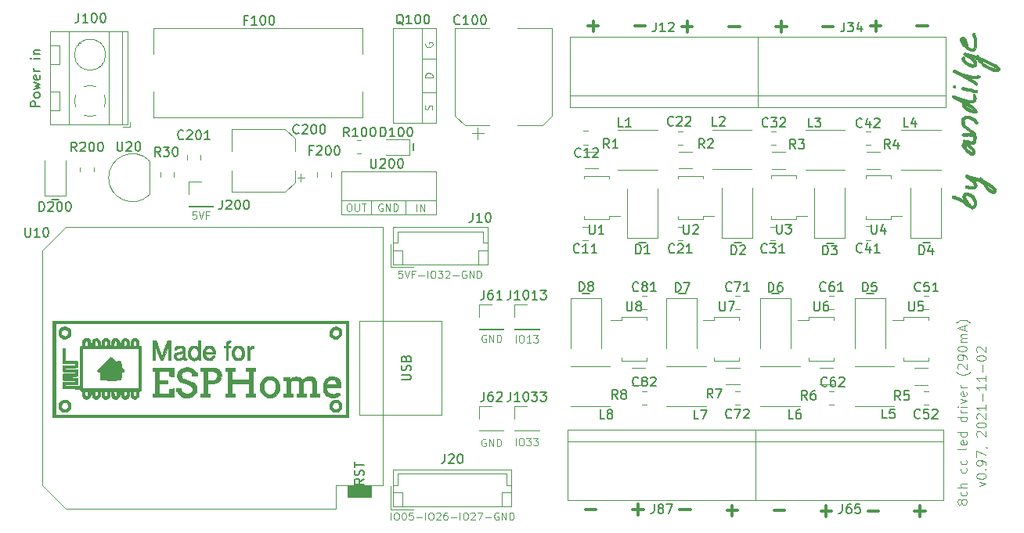
<source format=gto>
G04 #@! TF.GenerationSoftware,KiCad,Pcbnew,5.1.11-e4df9d881f~92~ubuntu20.04.1*
G04 #@! TF.CreationDate,2021-11-03T00:14:50+01:00*
G04 #@! TF.ProjectId,CC dimmer low voltage,43432064-696d-46d6-9572-206c6f772076,0.97*
G04 #@! TF.SameCoordinates,Original*
G04 #@! TF.FileFunction,Legend,Top*
G04 #@! TF.FilePolarity,Positive*
%FSLAX46Y46*%
G04 Gerber Fmt 4.6, Leading zero omitted, Abs format (unit mm)*
G04 Created by KiCad (PCBNEW 5.1.11-e4df9d881f~92~ubuntu20.04.1) date 2021-11-03 00:14:50*
%MOMM*%
%LPD*%
G01*
G04 APERTURE LIST*
%ADD10C,0.300000*%
%ADD11C,0.100000*%
%ADD12C,0.150000*%
%ADD13C,0.010000*%
%ADD14C,0.120000*%
G04 APERTURE END LIST*
D10*
X167380571Y-105452142D02*
X168523428Y-105452142D01*
X177580571Y-105452142D02*
X178723428Y-105452142D01*
X187780571Y-105602142D02*
X188923428Y-105602142D01*
X197930571Y-105652142D02*
X199073428Y-105652142D01*
X203230571Y-53152142D02*
X204373428Y-53152142D01*
X193030571Y-53252142D02*
X194173428Y-53252142D01*
X182880571Y-53252142D02*
X184023428Y-53252142D01*
X172680571Y-53202142D02*
X173823428Y-53202142D01*
X172480571Y-105502142D02*
X173623428Y-105502142D01*
X173052000Y-106073571D02*
X173052000Y-104930714D01*
X182680571Y-105602142D02*
X183823428Y-105602142D01*
X183252000Y-106173571D02*
X183252000Y-105030714D01*
X192830571Y-105652142D02*
X193973428Y-105652142D01*
X193402000Y-106223571D02*
X193402000Y-105080714D01*
X202980571Y-105652142D02*
X204123428Y-105652142D01*
X203552000Y-106223571D02*
X203552000Y-105080714D01*
X198180571Y-53202142D02*
X199323428Y-53202142D01*
X198752000Y-53773571D02*
X198752000Y-52630714D01*
X187980571Y-53252142D02*
X189123428Y-53252142D01*
X188552000Y-53823571D02*
X188552000Y-52680714D01*
X177780571Y-53252142D02*
X178923428Y-53252142D01*
X178352000Y-53823571D02*
X178352000Y-52680714D01*
X167630571Y-53202142D02*
X168773428Y-53202142D01*
X168202000Y-53773571D02*
X168202000Y-52630714D01*
D11*
X208032952Y-104754523D02*
X207985333Y-104849761D01*
X207937714Y-104897380D01*
X207842476Y-104945000D01*
X207794857Y-104945000D01*
X207699619Y-104897380D01*
X207652000Y-104849761D01*
X207604380Y-104754523D01*
X207604380Y-104564047D01*
X207652000Y-104468809D01*
X207699619Y-104421190D01*
X207794857Y-104373571D01*
X207842476Y-104373571D01*
X207937714Y-104421190D01*
X207985333Y-104468809D01*
X208032952Y-104564047D01*
X208032952Y-104754523D01*
X208080571Y-104849761D01*
X208128190Y-104897380D01*
X208223428Y-104945000D01*
X208413904Y-104945000D01*
X208509142Y-104897380D01*
X208556761Y-104849761D01*
X208604380Y-104754523D01*
X208604380Y-104564047D01*
X208556761Y-104468809D01*
X208509142Y-104421190D01*
X208413904Y-104373571D01*
X208223428Y-104373571D01*
X208128190Y-104421190D01*
X208080571Y-104468809D01*
X208032952Y-104564047D01*
X208556761Y-103516428D02*
X208604380Y-103611666D01*
X208604380Y-103802142D01*
X208556761Y-103897380D01*
X208509142Y-103945000D01*
X208413904Y-103992619D01*
X208128190Y-103992619D01*
X208032952Y-103945000D01*
X207985333Y-103897380D01*
X207937714Y-103802142D01*
X207937714Y-103611666D01*
X207985333Y-103516428D01*
X208604380Y-103087857D02*
X207604380Y-103087857D01*
X208604380Y-102659285D02*
X208080571Y-102659285D01*
X207985333Y-102706904D01*
X207937714Y-102802142D01*
X207937714Y-102945000D01*
X207985333Y-103040238D01*
X208032952Y-103087857D01*
X208556761Y-100992619D02*
X208604380Y-101087857D01*
X208604380Y-101278333D01*
X208556761Y-101373571D01*
X208509142Y-101421190D01*
X208413904Y-101468809D01*
X208128190Y-101468809D01*
X208032952Y-101421190D01*
X207985333Y-101373571D01*
X207937714Y-101278333D01*
X207937714Y-101087857D01*
X207985333Y-100992619D01*
X208556761Y-100135476D02*
X208604380Y-100230714D01*
X208604380Y-100421190D01*
X208556761Y-100516428D01*
X208509142Y-100564047D01*
X208413904Y-100611666D01*
X208128190Y-100611666D01*
X208032952Y-100564047D01*
X207985333Y-100516428D01*
X207937714Y-100421190D01*
X207937714Y-100230714D01*
X207985333Y-100135476D01*
X208604380Y-98802142D02*
X208556761Y-98897380D01*
X208461523Y-98945000D01*
X207604380Y-98945000D01*
X208556761Y-98040238D02*
X208604380Y-98135476D01*
X208604380Y-98325952D01*
X208556761Y-98421190D01*
X208461523Y-98468809D01*
X208080571Y-98468809D01*
X207985333Y-98421190D01*
X207937714Y-98325952D01*
X207937714Y-98135476D01*
X207985333Y-98040238D01*
X208080571Y-97992619D01*
X208175809Y-97992619D01*
X208271047Y-98468809D01*
X208604380Y-97135476D02*
X207604380Y-97135476D01*
X208556761Y-97135476D02*
X208604380Y-97230714D01*
X208604380Y-97421190D01*
X208556761Y-97516428D01*
X208509142Y-97564047D01*
X208413904Y-97611666D01*
X208128190Y-97611666D01*
X208032952Y-97564047D01*
X207985333Y-97516428D01*
X207937714Y-97421190D01*
X207937714Y-97230714D01*
X207985333Y-97135476D01*
X208604380Y-95468809D02*
X207604380Y-95468809D01*
X208556761Y-95468809D02*
X208604380Y-95564047D01*
X208604380Y-95754523D01*
X208556761Y-95849761D01*
X208509142Y-95897380D01*
X208413904Y-95945000D01*
X208128190Y-95945000D01*
X208032952Y-95897380D01*
X207985333Y-95849761D01*
X207937714Y-95754523D01*
X207937714Y-95564047D01*
X207985333Y-95468809D01*
X208604380Y-94992619D02*
X207937714Y-94992619D01*
X208128190Y-94992619D02*
X208032952Y-94945000D01*
X207985333Y-94897380D01*
X207937714Y-94802142D01*
X207937714Y-94706904D01*
X208604380Y-94373571D02*
X207937714Y-94373571D01*
X207604380Y-94373571D02*
X207652000Y-94421190D01*
X207699619Y-94373571D01*
X207652000Y-94325952D01*
X207604380Y-94373571D01*
X207699619Y-94373571D01*
X207937714Y-93992619D02*
X208604380Y-93754523D01*
X207937714Y-93516428D01*
X208556761Y-92754523D02*
X208604380Y-92849761D01*
X208604380Y-93040238D01*
X208556761Y-93135476D01*
X208461523Y-93183095D01*
X208080571Y-93183095D01*
X207985333Y-93135476D01*
X207937714Y-93040238D01*
X207937714Y-92849761D01*
X207985333Y-92754523D01*
X208080571Y-92706904D01*
X208175809Y-92706904D01*
X208271047Y-93183095D01*
X208604380Y-92278333D02*
X207937714Y-92278333D01*
X208128190Y-92278333D02*
X208032952Y-92230714D01*
X207985333Y-92183095D01*
X207937714Y-92087857D01*
X207937714Y-91992619D01*
X208985333Y-90611666D02*
X208937714Y-90659285D01*
X208794857Y-90754523D01*
X208699619Y-90802142D01*
X208556761Y-90849761D01*
X208318666Y-90897380D01*
X208128190Y-90897380D01*
X207890095Y-90849761D01*
X207747238Y-90802142D01*
X207652000Y-90754523D01*
X207509142Y-90659285D01*
X207461523Y-90611666D01*
X207699619Y-90278333D02*
X207652000Y-90230714D01*
X207604380Y-90135476D01*
X207604380Y-89897380D01*
X207652000Y-89802142D01*
X207699619Y-89754523D01*
X207794857Y-89706904D01*
X207890095Y-89706904D01*
X208032952Y-89754523D01*
X208604380Y-90325952D01*
X208604380Y-89706904D01*
X208604380Y-89230714D02*
X208604380Y-89040238D01*
X208556761Y-88945000D01*
X208509142Y-88897380D01*
X208366285Y-88802142D01*
X208175809Y-88754523D01*
X207794857Y-88754523D01*
X207699619Y-88802142D01*
X207652000Y-88849761D01*
X207604380Y-88945000D01*
X207604380Y-89135476D01*
X207652000Y-89230714D01*
X207699619Y-89278333D01*
X207794857Y-89325952D01*
X208032952Y-89325952D01*
X208128190Y-89278333D01*
X208175809Y-89230714D01*
X208223428Y-89135476D01*
X208223428Y-88945000D01*
X208175809Y-88849761D01*
X208128190Y-88802142D01*
X208032952Y-88754523D01*
X207604380Y-88135476D02*
X207604380Y-88040238D01*
X207652000Y-87945000D01*
X207699619Y-87897380D01*
X207794857Y-87849761D01*
X207985333Y-87802142D01*
X208223428Y-87802142D01*
X208413904Y-87849761D01*
X208509142Y-87897380D01*
X208556761Y-87945000D01*
X208604380Y-88040238D01*
X208604380Y-88135476D01*
X208556761Y-88230714D01*
X208509142Y-88278333D01*
X208413904Y-88325952D01*
X208223428Y-88373571D01*
X207985333Y-88373571D01*
X207794857Y-88325952D01*
X207699619Y-88278333D01*
X207652000Y-88230714D01*
X207604380Y-88135476D01*
X208604380Y-87373571D02*
X207937714Y-87373571D01*
X208032952Y-87373571D02*
X207985333Y-87325952D01*
X207937714Y-87230714D01*
X207937714Y-87087857D01*
X207985333Y-86992619D01*
X208080571Y-86945000D01*
X208604380Y-86945000D01*
X208080571Y-86945000D02*
X207985333Y-86897380D01*
X207937714Y-86802142D01*
X207937714Y-86659285D01*
X207985333Y-86564047D01*
X208080571Y-86516428D01*
X208604380Y-86516428D01*
X208318666Y-86087857D02*
X208318666Y-85611666D01*
X208604380Y-86183095D02*
X207604380Y-85849761D01*
X208604380Y-85516428D01*
X208985333Y-85278333D02*
X208937714Y-85230714D01*
X208794857Y-85135476D01*
X208699619Y-85087857D01*
X208556761Y-85040238D01*
X208318666Y-84992619D01*
X208128190Y-84992619D01*
X207890095Y-85040238D01*
X207747238Y-85087857D01*
X207652000Y-85135476D01*
X207509142Y-85230714D01*
X207461523Y-85278333D01*
X150780709Y-62217271D02*
X150818804Y-62102985D01*
X150818804Y-61912509D01*
X150780709Y-61836319D01*
X150742614Y-61798223D01*
X150666423Y-61760128D01*
X150590233Y-61760128D01*
X150514042Y-61798223D01*
X150475947Y-61836319D01*
X150437852Y-61912509D01*
X150399757Y-62064890D01*
X150361661Y-62141080D01*
X150323566Y-62179176D01*
X150247376Y-62217271D01*
X150171185Y-62217271D01*
X150094995Y-62179176D01*
X150056900Y-62141080D01*
X150018804Y-62064890D01*
X150018804Y-61874414D01*
X150056900Y-61760128D01*
X150831504Y-58743823D02*
X150031504Y-58743823D01*
X150031504Y-58553347D01*
X150069600Y-58439061D01*
X150145790Y-58362871D01*
X150221980Y-58324776D01*
X150374361Y-58286680D01*
X150488647Y-58286680D01*
X150641028Y-58324776D01*
X150717219Y-58362871D01*
X150793409Y-58439061D01*
X150831504Y-58553347D01*
X150831504Y-58743823D01*
X150069600Y-55010076D02*
X150031504Y-55086266D01*
X150031504Y-55200552D01*
X150069600Y-55314838D01*
X150145790Y-55391028D01*
X150221980Y-55429123D01*
X150374361Y-55467219D01*
X150488647Y-55467219D01*
X150641028Y-55429123D01*
X150717219Y-55391028D01*
X150793409Y-55314838D01*
X150831504Y-55200552D01*
X150831504Y-55124361D01*
X150793409Y-55010076D01*
X150755314Y-54971980D01*
X150488647Y-54971980D01*
X150488647Y-55124361D01*
X145415076Y-72434500D02*
X145338885Y-72396404D01*
X145224600Y-72396404D01*
X145110314Y-72434500D01*
X145034123Y-72510690D01*
X144996028Y-72586880D01*
X144957933Y-72739261D01*
X144957933Y-72853547D01*
X144996028Y-73005928D01*
X145034123Y-73082119D01*
X145110314Y-73158309D01*
X145224600Y-73196404D01*
X145300790Y-73196404D01*
X145415076Y-73158309D01*
X145453171Y-73120214D01*
X145453171Y-72853547D01*
X145300790Y-72853547D01*
X145796028Y-73196404D02*
X145796028Y-72396404D01*
X146253171Y-73196404D01*
X146253171Y-72396404D01*
X146634123Y-73196404D02*
X146634123Y-72396404D01*
X146824600Y-72396404D01*
X146938885Y-72434500D01*
X147015076Y-72510690D01*
X147053171Y-72586880D01*
X147091266Y-72739261D01*
X147091266Y-72853547D01*
X147053171Y-73005928D01*
X147015076Y-73082119D01*
X146938885Y-73158309D01*
X146824600Y-73196404D01*
X146634123Y-73196404D01*
D12*
X110426452Y-71962971D02*
X109664547Y-71962971D01*
D11*
X141744800Y-72409104D02*
X141897180Y-72409104D01*
X141973371Y-72447200D01*
X142049561Y-72523390D01*
X142087657Y-72675771D01*
X142087657Y-72942438D01*
X142049561Y-73094819D01*
X141973371Y-73171009D01*
X141897180Y-73209104D01*
X141744800Y-73209104D01*
X141668609Y-73171009D01*
X141592419Y-73094819D01*
X141554323Y-72942438D01*
X141554323Y-72675771D01*
X141592419Y-72523390D01*
X141668609Y-72447200D01*
X141744800Y-72409104D01*
X142430514Y-72409104D02*
X142430514Y-73056723D01*
X142468609Y-73132914D01*
X142506704Y-73171009D01*
X142582895Y-73209104D01*
X142735276Y-73209104D01*
X142811466Y-73171009D01*
X142849561Y-73132914D01*
X142887657Y-73056723D01*
X142887657Y-72409104D01*
X143154323Y-72409104D02*
X143611466Y-72409104D01*
X143382895Y-73209104D02*
X143382895Y-72409104D01*
X149110752Y-73234504D02*
X149110752Y-72434504D01*
X149491704Y-73234504D02*
X149491704Y-72434504D01*
X149948847Y-73234504D01*
X149948847Y-72434504D01*
D12*
X148750328Y-66636852D02*
X148750328Y-65874947D01*
X203847747Y-76627028D02*
X204609652Y-76627028D01*
X188328252Y-82161071D02*
X187566347Y-82161071D01*
X193484547Y-76665128D02*
X194246452Y-76665128D01*
X177419047Y-82164228D02*
X178180952Y-82164228D01*
X183502347Y-76639728D02*
X184264252Y-76639728D01*
X197751747Y-82151528D02*
X198513652Y-82151528D01*
X167043147Y-82151528D02*
X167805052Y-82151528D01*
X173177247Y-76601628D02*
X173939152Y-76601628D01*
D11*
X209987714Y-102966428D02*
X210654380Y-102728333D01*
X209987714Y-102490238D01*
X209654380Y-101918809D02*
X209654380Y-101823571D01*
X209702000Y-101728333D01*
X209749619Y-101680714D01*
X209844857Y-101633095D01*
X210035333Y-101585476D01*
X210273428Y-101585476D01*
X210463904Y-101633095D01*
X210559142Y-101680714D01*
X210606761Y-101728333D01*
X210654380Y-101823571D01*
X210654380Y-101918809D01*
X210606761Y-102014047D01*
X210559142Y-102061666D01*
X210463904Y-102109285D01*
X210273428Y-102156904D01*
X210035333Y-102156904D01*
X209844857Y-102109285D01*
X209749619Y-102061666D01*
X209702000Y-102014047D01*
X209654380Y-101918809D01*
X210559142Y-101156904D02*
X210606761Y-101109285D01*
X210654380Y-101156904D01*
X210606761Y-101204523D01*
X210559142Y-101156904D01*
X210654380Y-101156904D01*
X210654380Y-100633095D02*
X210654380Y-100442619D01*
X210606761Y-100347380D01*
X210559142Y-100299761D01*
X210416285Y-100204523D01*
X210225809Y-100156904D01*
X209844857Y-100156904D01*
X209749619Y-100204523D01*
X209702000Y-100252142D01*
X209654380Y-100347380D01*
X209654380Y-100537857D01*
X209702000Y-100633095D01*
X209749619Y-100680714D01*
X209844857Y-100728333D01*
X210082952Y-100728333D01*
X210178190Y-100680714D01*
X210225809Y-100633095D01*
X210273428Y-100537857D01*
X210273428Y-100347380D01*
X210225809Y-100252142D01*
X210178190Y-100204523D01*
X210082952Y-100156904D01*
X209654380Y-99823571D02*
X209654380Y-99156904D01*
X210654380Y-99585476D01*
X210606761Y-98728333D02*
X210654380Y-98728333D01*
X210749619Y-98775952D01*
X210797238Y-98823571D01*
X209749619Y-97585476D02*
X209702000Y-97537857D01*
X209654380Y-97442619D01*
X209654380Y-97204523D01*
X209702000Y-97109285D01*
X209749619Y-97061666D01*
X209844857Y-97014047D01*
X209940095Y-97014047D01*
X210082952Y-97061666D01*
X210654380Y-97633095D01*
X210654380Y-97014047D01*
X209654380Y-96395000D02*
X209654380Y-96299761D01*
X209702000Y-96204523D01*
X209749619Y-96156904D01*
X209844857Y-96109285D01*
X210035333Y-96061666D01*
X210273428Y-96061666D01*
X210463904Y-96109285D01*
X210559142Y-96156904D01*
X210606761Y-96204523D01*
X210654380Y-96299761D01*
X210654380Y-96395000D01*
X210606761Y-96490238D01*
X210559142Y-96537857D01*
X210463904Y-96585476D01*
X210273428Y-96633095D01*
X210035333Y-96633095D01*
X209844857Y-96585476D01*
X209749619Y-96537857D01*
X209702000Y-96490238D01*
X209654380Y-96395000D01*
X209749619Y-95680714D02*
X209702000Y-95633095D01*
X209654380Y-95537857D01*
X209654380Y-95299761D01*
X209702000Y-95204523D01*
X209749619Y-95156904D01*
X209844857Y-95109285D01*
X209940095Y-95109285D01*
X210082952Y-95156904D01*
X210654380Y-95728333D01*
X210654380Y-95109285D01*
X210654380Y-94156904D02*
X210654380Y-94728333D01*
X210654380Y-94442619D02*
X209654380Y-94442619D01*
X209797238Y-94537857D01*
X209892476Y-94633095D01*
X209940095Y-94728333D01*
X210273428Y-93728333D02*
X210273428Y-92966428D01*
X210654380Y-91966428D02*
X210654380Y-92537857D01*
X210654380Y-92252142D02*
X209654380Y-92252142D01*
X209797238Y-92347380D01*
X209892476Y-92442619D01*
X209940095Y-92537857D01*
X210654380Y-91014047D02*
X210654380Y-91585476D01*
X210654380Y-91299761D02*
X209654380Y-91299761D01*
X209797238Y-91395000D01*
X209892476Y-91490238D01*
X209940095Y-91585476D01*
X210273428Y-90585476D02*
X210273428Y-89823571D01*
X209654380Y-89156904D02*
X209654380Y-89061666D01*
X209702000Y-88966428D01*
X209749619Y-88918809D01*
X209844857Y-88871190D01*
X210035333Y-88823571D01*
X210273428Y-88823571D01*
X210463904Y-88871190D01*
X210559142Y-88918809D01*
X210606761Y-88966428D01*
X210654380Y-89061666D01*
X210654380Y-89156904D01*
X210606761Y-89252142D01*
X210559142Y-89299761D01*
X210463904Y-89347380D01*
X210273428Y-89395000D01*
X210035333Y-89395000D01*
X209844857Y-89347380D01*
X209749619Y-89299761D01*
X209702000Y-89252142D01*
X209654380Y-89156904D01*
X209749619Y-88442619D02*
X209702000Y-88395000D01*
X209654380Y-88299761D01*
X209654380Y-88061666D01*
X209702000Y-87966428D01*
X209749619Y-87918809D01*
X209844857Y-87871190D01*
X209940095Y-87871190D01*
X210082952Y-87918809D01*
X210654380Y-88490238D01*
X210654380Y-87871190D01*
D13*
G36*
X141767132Y-95515933D02*
G01*
X109736868Y-95515933D01*
X109736868Y-85362339D01*
X110025140Y-85362339D01*
X110025140Y-95227660D01*
X141478860Y-95227660D01*
X141478860Y-85362339D01*
X110025140Y-85362339D01*
X109736868Y-85362339D01*
X109736868Y-85074067D01*
X141767132Y-85074067D01*
X141767132Y-95515933D01*
G37*
X141767132Y-95515933D02*
X109736868Y-95515933D01*
X109736868Y-85362339D01*
X110025140Y-85362339D01*
X110025140Y-95227660D01*
X141478860Y-95227660D01*
X141478860Y-85362339D01*
X110025140Y-85362339D01*
X109736868Y-85362339D01*
X109736868Y-85074067D01*
X141767132Y-85074067D01*
X141767132Y-95515933D01*
G36*
X111231965Y-93643408D02*
G01*
X111402091Y-93728589D01*
X111543015Y-93854985D01*
X111630086Y-93992229D01*
X111683869Y-94178481D01*
X111681624Y-94360972D01*
X111630639Y-94531635D01*
X111538198Y-94682405D01*
X111411591Y-94805212D01*
X111258104Y-94891990D01*
X111085023Y-94934672D01*
X110899636Y-94925190D01*
X110809881Y-94900262D01*
X110634249Y-94806510D01*
X110499088Y-94670016D01*
X110409342Y-94501347D01*
X110372742Y-94324524D01*
X110642288Y-94324524D01*
X110681942Y-94438777D01*
X110771330Y-94557388D01*
X110901682Y-94628974D01*
X111045304Y-94650263D01*
X111144478Y-94642014D01*
X111220610Y-94606645D01*
X111293538Y-94542213D01*
X111362627Y-94463086D01*
X111394425Y-94388272D01*
X111402424Y-94284925D01*
X111402441Y-94277082D01*
X111382774Y-94123631D01*
X111319681Y-94011213D01*
X111209906Y-93930252D01*
X111060917Y-93884664D01*
X110918066Y-93900793D01*
X110789565Y-93976330D01*
X110706744Y-94071767D01*
X110645538Y-94199101D01*
X110642288Y-94324524D01*
X110372742Y-94324524D01*
X110369956Y-94311068D01*
X110385875Y-94109746D01*
X110405930Y-94037105D01*
X110470847Y-93918269D01*
X110577928Y-93799366D01*
X110707740Y-93697929D01*
X110840852Y-93631492D01*
X110862857Y-93624820D01*
X111047325Y-93606474D01*
X111231965Y-93643408D01*
G37*
X111231965Y-93643408D02*
X111402091Y-93728589D01*
X111543015Y-93854985D01*
X111630086Y-93992229D01*
X111683869Y-94178481D01*
X111681624Y-94360972D01*
X111630639Y-94531635D01*
X111538198Y-94682405D01*
X111411591Y-94805212D01*
X111258104Y-94891990D01*
X111085023Y-94934672D01*
X110899636Y-94925190D01*
X110809881Y-94900262D01*
X110634249Y-94806510D01*
X110499088Y-94670016D01*
X110409342Y-94501347D01*
X110372742Y-94324524D01*
X110642288Y-94324524D01*
X110681942Y-94438777D01*
X110771330Y-94557388D01*
X110901682Y-94628974D01*
X111045304Y-94650263D01*
X111144478Y-94642014D01*
X111220610Y-94606645D01*
X111293538Y-94542213D01*
X111362627Y-94463086D01*
X111394425Y-94388272D01*
X111402424Y-94284925D01*
X111402441Y-94277082D01*
X111382774Y-94123631D01*
X111319681Y-94011213D01*
X111209906Y-93930252D01*
X111060917Y-93884664D01*
X110918066Y-93900793D01*
X110789565Y-93976330D01*
X110706744Y-94071767D01*
X110645538Y-94199101D01*
X110642288Y-94324524D01*
X110372742Y-94324524D01*
X110369956Y-94311068D01*
X110385875Y-94109746D01*
X110405930Y-94037105D01*
X110470847Y-93918269D01*
X110577928Y-93799366D01*
X110707740Y-93697929D01*
X110840852Y-93631492D01*
X110862857Y-93624820D01*
X111047325Y-93606474D01*
X111231965Y-93643408D01*
G36*
X140540011Y-93643533D02*
G01*
X140711225Y-93729091D01*
X140852506Y-93856785D01*
X140937779Y-93992229D01*
X140991562Y-94178481D01*
X140989317Y-94360972D01*
X140938331Y-94531635D01*
X140845891Y-94682405D01*
X140719284Y-94805212D01*
X140565796Y-94891990D01*
X140392715Y-94934672D01*
X140207328Y-94925190D01*
X140117574Y-94900262D01*
X139938295Y-94805286D01*
X139801287Y-94667693D01*
X139711895Y-94497213D01*
X139679405Y-94324524D01*
X139949980Y-94324524D01*
X139989634Y-94438777D01*
X140079022Y-94557388D01*
X140209375Y-94628974D01*
X140352996Y-94650263D01*
X140452171Y-94642014D01*
X140528302Y-94606645D01*
X140601231Y-94542213D01*
X140670320Y-94463086D01*
X140702118Y-94388272D01*
X140710116Y-94284925D01*
X140710134Y-94277082D01*
X140690466Y-94123631D01*
X140627373Y-94011213D01*
X140517598Y-93930252D01*
X140368610Y-93884664D01*
X140225759Y-93900793D01*
X140097257Y-93976330D01*
X140014437Y-94071767D01*
X139953230Y-94199101D01*
X139949980Y-94324524D01*
X139679405Y-94324524D01*
X139675463Y-94303574D01*
X139691031Y-94123726D01*
X139753546Y-93966268D01*
X139863357Y-93819657D01*
X140004021Y-93701139D01*
X140159094Y-93627956D01*
X140165501Y-93626179D01*
X140353293Y-93606949D01*
X140540011Y-93643533D01*
G37*
X140540011Y-93643533D02*
X140711225Y-93729091D01*
X140852506Y-93856785D01*
X140937779Y-93992229D01*
X140991562Y-94178481D01*
X140989317Y-94360972D01*
X140938331Y-94531635D01*
X140845891Y-94682405D01*
X140719284Y-94805212D01*
X140565796Y-94891990D01*
X140392715Y-94934672D01*
X140207328Y-94925190D01*
X140117574Y-94900262D01*
X139938295Y-94805286D01*
X139801287Y-94667693D01*
X139711895Y-94497213D01*
X139679405Y-94324524D01*
X139949980Y-94324524D01*
X139989634Y-94438777D01*
X140079022Y-94557388D01*
X140209375Y-94628974D01*
X140352996Y-94650263D01*
X140452171Y-94642014D01*
X140528302Y-94606645D01*
X140601231Y-94542213D01*
X140670320Y-94463086D01*
X140702118Y-94388272D01*
X140710116Y-94284925D01*
X140710134Y-94277082D01*
X140690466Y-94123631D01*
X140627373Y-94011213D01*
X140517598Y-93930252D01*
X140368610Y-93884664D01*
X140225759Y-93900793D01*
X140097257Y-93976330D01*
X140014437Y-94071767D01*
X139953230Y-94199101D01*
X139949980Y-94324524D01*
X139679405Y-94324524D01*
X139675463Y-94303574D01*
X139691031Y-94123726D01*
X139753546Y-93966268D01*
X139863357Y-93819657D01*
X140004021Y-93701139D01*
X140159094Y-93627956D01*
X140165501Y-93626179D01*
X140353293Y-93606949D01*
X140540011Y-93643533D01*
G36*
X115629677Y-86987894D02*
G01*
X115760464Y-87052890D01*
X115856508Y-87155538D01*
X115860483Y-87162327D01*
X115882529Y-87229035D01*
X115902602Y-87338227D01*
X115916909Y-87468355D01*
X115918580Y-87492351D01*
X115928235Y-87620417D01*
X115939958Y-87697203D01*
X115957741Y-87735464D01*
X115985576Y-87747951D01*
X115998784Y-87748594D01*
X116031200Y-87742247D01*
X116052132Y-87714705D01*
X116065571Y-87653215D01*
X116075510Y-87545024D01*
X116078989Y-87492351D01*
X116091854Y-87360744D01*
X116111169Y-87246190D01*
X116133140Y-87170239D01*
X116137086Y-87162327D01*
X116230645Y-87057667D01*
X116359973Y-86990481D01*
X116506740Y-86963932D01*
X116652618Y-86981183D01*
X116779278Y-87045397D01*
X116785424Y-87050440D01*
X116885727Y-87160751D01*
X116946658Y-87296029D01*
X116973412Y-87470058D01*
X116975707Y-87555383D01*
X116977925Y-87668953D01*
X116987205Y-87732407D01*
X117007492Y-87759616D01*
X117035191Y-87764609D01*
X117065589Y-87756717D01*
X117085717Y-87724733D01*
X117099310Y-87656198D01*
X117108316Y-87558086D01*
X117392101Y-87558086D01*
X117392101Y-87767957D01*
X117560260Y-87758275D01*
X117728419Y-87748594D01*
X117737916Y-87549894D01*
X117739669Y-87431608D01*
X117728038Y-87356415D01*
X117698715Y-87303994D01*
X117681863Y-87285645D01*
X117600015Y-87228790D01*
X117523015Y-87233967D01*
X117456161Y-87284155D01*
X117419051Y-87335859D01*
X117399239Y-87409055D01*
X117392328Y-87522541D01*
X117392101Y-87558086D01*
X117108316Y-87558086D01*
X117110101Y-87538649D01*
X117112314Y-87507250D01*
X117131928Y-87333064D01*
X117167585Y-87207276D01*
X117226334Y-87114856D01*
X117315223Y-87040776D01*
X117337788Y-87026503D01*
X117482004Y-86972427D01*
X117634542Y-86971257D01*
X117778729Y-87018559D01*
X117897894Y-87109896D01*
X117953828Y-87190379D01*
X117982613Y-87273644D01*
X118007827Y-87394776D01*
X118024028Y-87527608D01*
X118024066Y-87528113D01*
X118035526Y-87651120D01*
X118049587Y-87722957D01*
X118070456Y-87756495D01*
X118101390Y-87764609D01*
X118132567Y-87757345D01*
X118150538Y-87726633D01*
X118158794Y-87659092D01*
X118160826Y-87541340D01*
X118160826Y-87541135D01*
X118449100Y-87541135D01*
X118449100Y-87764609D01*
X118769402Y-87764609D01*
X118769402Y-87541135D01*
X118767229Y-87420996D01*
X118757295Y-87347206D01*
X118734476Y-87302110D01*
X118693647Y-87268052D01*
X118689327Y-87265194D01*
X118626637Y-87231304D01*
X118577345Y-87236785D01*
X118529175Y-87265194D01*
X118486637Y-87299131D01*
X118462528Y-87342651D01*
X118451727Y-87413412D01*
X118449109Y-87529070D01*
X118449100Y-87541135D01*
X118160826Y-87541135D01*
X118160827Y-87536750D01*
X118181623Y-87325640D01*
X118243023Y-87161066D01*
X118343546Y-87044916D01*
X118481710Y-86979079D01*
X118610412Y-86963852D01*
X118777278Y-86989636D01*
X118905898Y-87066494D01*
X118995692Y-87193686D01*
X119046084Y-87370471D01*
X119057675Y-87537230D01*
X119059357Y-87656060D01*
X119066959Y-87724475D01*
X119084317Y-87756086D01*
X119115265Y-87764505D01*
X119121735Y-87764609D01*
X119191463Y-87786348D01*
X119249856Y-87828669D01*
X119262029Y-87842178D01*
X119272553Y-87859607D01*
X119281550Y-87885421D01*
X119289137Y-87924085D01*
X119295436Y-87980063D01*
X119300566Y-88057819D01*
X119304647Y-88161820D01*
X119307799Y-88296528D01*
X119310142Y-88466410D01*
X119311795Y-88675929D01*
X119312879Y-88929550D01*
X119313513Y-89231738D01*
X119313817Y-89586957D01*
X119313911Y-89999672D01*
X119313917Y-90214924D01*
X119313880Y-90656224D01*
X119313689Y-91037928D01*
X119313225Y-91364500D01*
X119312368Y-91640406D01*
X119310998Y-91870111D01*
X119308994Y-92058078D01*
X119306238Y-92208772D01*
X119302609Y-92326658D01*
X119297987Y-92416201D01*
X119292253Y-92481866D01*
X119285286Y-92528116D01*
X119276967Y-92559417D01*
X119267177Y-92580234D01*
X119255794Y-92595030D01*
X119249856Y-92601179D01*
X119180128Y-92649168D01*
X119121735Y-92665239D01*
X119090207Y-92670450D01*
X119071116Y-92694548D01*
X119061379Y-92750238D01*
X119057909Y-92850219D01*
X119057555Y-92929489D01*
X119053517Y-93080078D01*
X119039409Y-93185665D01*
X119011998Y-93264946D01*
X118993787Y-93298130D01*
X118885210Y-93424059D01*
X118750165Y-93501286D01*
X118601907Y-93526364D01*
X118453690Y-93495845D01*
X118381768Y-93457350D01*
X118275779Y-93364217D01*
X118206878Y-93245441D01*
X118170246Y-93089160D01*
X118160877Y-92913474D01*
X118159236Y-92787709D01*
X118152310Y-92713069D01*
X118137004Y-92676654D01*
X118110219Y-92665566D01*
X118101282Y-92665239D01*
X118449100Y-92665239D01*
X118449100Y-92915075D01*
X118453908Y-93065269D01*
X118471762Y-93162383D01*
X118507803Y-93216905D01*
X118567175Y-93239328D01*
X118609251Y-93241784D01*
X118687362Y-93227801D01*
X118730966Y-93203348D01*
X118751825Y-93149501D01*
X118765182Y-93044463D01*
X118769402Y-92915075D01*
X118769402Y-92665239D01*
X118449100Y-92665239D01*
X118101282Y-92665239D01*
X118071581Y-92672692D01*
X118051825Y-92703192D01*
X118038571Y-92768952D01*
X118028373Y-92882185D01*
X118024822Y-92936354D01*
X118003097Y-93130890D01*
X117962166Y-93274781D01*
X117896496Y-93379962D01*
X117800556Y-93458373D01*
X117776464Y-93472325D01*
X117638050Y-93519308D01*
X117528692Y-93519972D01*
X117376564Y-93485430D01*
X117262668Y-93413514D01*
X117182915Y-93298456D01*
X117133219Y-93134488D01*
X117110194Y-92929489D01*
X117101408Y-92798534D01*
X117090254Y-92719218D01*
X117073236Y-92679128D01*
X117046857Y-92665852D01*
X117035751Y-92665239D01*
X117392101Y-92665239D01*
X117392101Y-92903178D01*
X117399808Y-93060143D01*
X117425894Y-93163126D01*
X117474805Y-93220672D01*
X117550985Y-93241325D01*
X117568267Y-93241784D01*
X117650184Y-93220948D01*
X117694100Y-93191451D01*
X117723410Y-93139161D01*
X117739490Y-93047542D01*
X117744433Y-92904596D01*
X117744434Y-92903178D01*
X117744434Y-92665239D01*
X117392101Y-92665239D01*
X117035751Y-92665239D01*
X117005346Y-92671823D01*
X116987297Y-92700192D01*
X116978475Y-92763269D01*
X116975753Y-92873977D01*
X116975658Y-92913474D01*
X116963179Y-93112030D01*
X116922622Y-93262761D01*
X116849169Y-93377530D01*
X116754766Y-93457350D01*
X116608561Y-93520400D01*
X116456963Y-93522018D01*
X116307434Y-93463529D01*
X116174951Y-93354412D01*
X116136580Y-93307028D01*
X116111793Y-93253504D01*
X116096828Y-93177848D01*
X116087920Y-93064069D01*
X116083776Y-92967006D01*
X116077809Y-92826642D01*
X116070186Y-92738300D01*
X116057524Y-92689966D01*
X116036438Y-92669624D01*
X116003544Y-92665260D01*
X115998784Y-92665239D01*
X116367132Y-92665239D01*
X116367132Y-92915075D01*
X116371941Y-93065269D01*
X116389795Y-93162383D01*
X116425836Y-93216905D01*
X116485208Y-93239328D01*
X116527284Y-93241784D01*
X116605395Y-93227801D01*
X116648999Y-93203348D01*
X116669857Y-93149501D01*
X116683215Y-93044463D01*
X116687435Y-92915075D01*
X116687435Y-92665239D01*
X116367132Y-92665239D01*
X115998784Y-92665239D01*
X115964293Y-92668523D01*
X115942005Y-92686383D01*
X115928534Y-92730834D01*
X115920498Y-92813892D01*
X115914513Y-92947572D01*
X115913793Y-92967006D01*
X115906755Y-93112567D01*
X115896000Y-93210058D01*
X115877766Y-93275470D01*
X115848287Y-93324794D01*
X115822618Y-93354412D01*
X115681886Y-93468404D01*
X115532042Y-93523539D01*
X115380549Y-93518491D01*
X115242802Y-93457350D01*
X115136813Y-93364217D01*
X115067912Y-93245441D01*
X115031280Y-93089160D01*
X115021911Y-92913474D01*
X115021911Y-92913401D01*
X115310134Y-92913401D01*
X115315583Y-93061958D01*
X115331096Y-93163487D01*
X115350014Y-93204792D01*
X115422522Y-93237483D01*
X115511785Y-93229099D01*
X115590938Y-93185480D01*
X115621959Y-93145693D01*
X115644372Y-93065426D01*
X115655138Y-92948571D01*
X115654720Y-92873436D01*
X115646451Y-92681254D01*
X115478292Y-92671573D01*
X115310134Y-92661891D01*
X115310134Y-92913401D01*
X115021911Y-92913401D01*
X115020293Y-92787777D01*
X115013416Y-92713182D01*
X114998152Y-92676764D01*
X114971371Y-92665600D01*
X114961817Y-92665239D01*
X114931665Y-92672503D01*
X114912004Y-92702570D01*
X114899338Y-92767852D01*
X114890169Y-92880760D01*
X114887374Y-92929489D01*
X114862472Y-93144342D01*
X114811577Y-93305054D01*
X114730528Y-93417706D01*
X114615162Y-93488383D01*
X114483027Y-93520545D01*
X114339416Y-93513098D01*
X114200362Y-93460729D01*
X114090208Y-93373829D01*
X114066562Y-93342768D01*
X114031137Y-93250971D01*
X114006773Y-93099239D01*
X113996893Y-92971201D01*
X113988181Y-92833585D01*
X113978075Y-92747329D01*
X113962861Y-92699775D01*
X113938824Y-92678264D01*
X113908809Y-92671019D01*
X113873612Y-92669237D01*
X113852255Y-92684371D01*
X113841277Y-92728705D01*
X113837217Y-92814525D01*
X113836622Y-92927261D01*
X113832681Y-93078086D01*
X113818892Y-93183771D01*
X113792059Y-93262891D01*
X113772854Y-93298130D01*
X113669707Y-93416783D01*
X113536454Y-93498178D01*
X113393918Y-93529767D01*
X113388318Y-93529817D01*
X113282549Y-93512301D01*
X113177916Y-93469776D01*
X113171821Y-93466169D01*
X113064098Y-93382451D01*
X112993364Y-93278768D01*
X112953957Y-93142008D01*
X112940212Y-92959059D01*
X112940014Y-92929489D01*
X112938440Y-92798738D01*
X112932038Y-92719546D01*
X112918062Y-92679446D01*
X112893771Y-92665973D01*
X112881873Y-92665239D01*
X113228166Y-92665239D01*
X113228166Y-92915075D01*
X113232975Y-93065269D01*
X113250829Y-93162383D01*
X113286870Y-93216905D01*
X113346242Y-93239328D01*
X113388318Y-93241784D01*
X113466429Y-93227801D01*
X113510033Y-93203348D01*
X113530892Y-93149501D01*
X113544249Y-93044463D01*
X113548469Y-92915075D01*
X113548469Y-92665239D01*
X114253135Y-92665239D01*
X114253135Y-92903178D01*
X114260842Y-93060143D01*
X114286928Y-93163126D01*
X114335839Y-93220672D01*
X114412019Y-93241325D01*
X114429301Y-93241784D01*
X114511218Y-93220948D01*
X114555134Y-93191451D01*
X114584444Y-93139161D01*
X114600524Y-93047542D01*
X114605467Y-92904596D01*
X114605468Y-92903178D01*
X114605468Y-92665239D01*
X114253135Y-92665239D01*
X113548469Y-92665239D01*
X113228166Y-92665239D01*
X112881873Y-92665239D01*
X112806490Y-92639417D01*
X112734273Y-92577390D01*
X112688957Y-92502320D01*
X112683652Y-92471810D01*
X112681447Y-92453380D01*
X112670175Y-92438958D01*
X112642847Y-92428053D01*
X112592476Y-92420174D01*
X112512074Y-92414830D01*
X112394653Y-92411532D01*
X112233227Y-92409787D01*
X112020807Y-92409106D01*
X111789092Y-92408997D01*
X111521261Y-92408584D01*
X111310345Y-92407092D01*
X111149202Y-92404140D01*
X111030689Y-92399347D01*
X110947664Y-92392333D01*
X110892986Y-92382719D01*
X110859512Y-92370122D01*
X110844200Y-92358664D01*
X110815516Y-92296346D01*
X110797612Y-92190859D01*
X110790487Y-92062180D01*
X110794142Y-91930285D01*
X110808577Y-91815153D01*
X110833791Y-91736761D01*
X110844200Y-91722634D01*
X110870636Y-91705040D01*
X110915514Y-91691965D01*
X110987377Y-91682785D01*
X111094768Y-91676876D01*
X111246229Y-91673614D01*
X111450305Y-91672373D01*
X111532850Y-91672301D01*
X112171168Y-91672301D01*
X112171168Y-91512150D01*
X111535527Y-91512150D01*
X111299200Y-91511998D01*
X111119253Y-91509026D01*
X110988012Y-91499457D01*
X110897801Y-91479514D01*
X110840948Y-91445422D01*
X110809779Y-91393403D01*
X110796618Y-91319682D01*
X110793793Y-91220482D01*
X110793866Y-91147181D01*
X110793425Y-91027179D01*
X110797270Y-90936163D01*
X110813151Y-90870142D01*
X110848820Y-90825123D01*
X110912027Y-90797116D01*
X111010525Y-90782128D01*
X111152063Y-90776167D01*
X111344392Y-90775242D01*
X111515674Y-90775454D01*
X112171168Y-90775454D01*
X112171168Y-90583272D01*
X111520953Y-90583272D01*
X111273374Y-90581892D01*
X111085244Y-90577583D01*
X110952010Y-90570089D01*
X110869117Y-90559159D01*
X110832303Y-90544836D01*
X110812453Y-90492829D01*
X110799606Y-90396242D01*
X110793761Y-90274168D01*
X110794919Y-90145703D01*
X110803079Y-90029943D01*
X110818241Y-89945983D01*
X110832303Y-89917043D01*
X110870201Y-89902489D01*
X110953969Y-89891623D01*
X111088160Y-89884190D01*
X111277330Y-89879936D01*
X111520953Y-89878606D01*
X112171168Y-89878606D01*
X112171168Y-89686425D01*
X111515674Y-89686425D01*
X111294322Y-89686084D01*
X111128455Y-89684546D01*
X111009498Y-89681042D01*
X110928879Y-89674798D01*
X110878021Y-89665044D01*
X110848352Y-89651008D01*
X110831297Y-89631919D01*
X110827023Y-89624470D01*
X110816010Y-89571763D01*
X110807199Y-89466667D01*
X110800588Y-89320817D01*
X110796179Y-89145847D01*
X110793971Y-88953390D01*
X110793964Y-88755081D01*
X110796159Y-88562554D01*
X110800555Y-88387442D01*
X110807152Y-88241381D01*
X110815950Y-88136003D01*
X110826950Y-88082944D01*
X110827023Y-88082806D01*
X110884603Y-88032509D01*
X110961988Y-88024297D01*
X111030686Y-88058170D01*
X111048981Y-88082806D01*
X111060411Y-88136381D01*
X111069841Y-88245514D01*
X111076865Y-88401720D01*
X111081073Y-88596518D01*
X111082139Y-88771456D01*
X111082139Y-89398152D01*
X111699602Y-89398152D01*
X111939137Y-89398360D01*
X112122201Y-89401509D01*
X112256380Y-89411392D01*
X112349257Y-89431797D01*
X112408418Y-89466518D01*
X112441445Y-89519344D01*
X112455925Y-89594065D01*
X112459441Y-89694474D01*
X112459440Y-89777926D01*
X112454802Y-89933188D01*
X112441597Y-90042330D01*
X112421004Y-90096412D01*
X112383105Y-90110966D01*
X112299337Y-90121832D01*
X112165146Y-90129265D01*
X111975976Y-90133519D01*
X111732353Y-90134848D01*
X111082139Y-90134848D01*
X111082139Y-90327030D01*
X111732353Y-90327030D01*
X111979933Y-90328410D01*
X112168062Y-90332719D01*
X112301297Y-90340212D01*
X112384190Y-90351143D01*
X112421004Y-90365466D01*
X112441677Y-90419933D01*
X112454844Y-90529308D01*
X112459440Y-90683953D01*
X112459025Y-90803674D01*
X112452724Y-90895171D01*
X112432951Y-90962235D01*
X112392124Y-91008656D01*
X112322656Y-91038225D01*
X112216965Y-91054732D01*
X112067464Y-91061969D01*
X111866570Y-91063727D01*
X111699602Y-91063726D01*
X111082139Y-91063726D01*
X111082139Y-91223877D01*
X111732353Y-91223877D01*
X111979933Y-91225257D01*
X112168062Y-91229567D01*
X112301297Y-91237060D01*
X112384190Y-91247991D01*
X112421004Y-91262314D01*
X112441552Y-91317015D01*
X112454629Y-91428409D01*
X112459431Y-91589476D01*
X112459440Y-91597504D01*
X112457925Y-91739740D01*
X112451707Y-91831332D01*
X112438271Y-91885659D01*
X112415106Y-91916101D01*
X112397485Y-91927416D01*
X112343910Y-91938846D01*
X112234777Y-91948276D01*
X112078571Y-91955300D01*
X111883773Y-91959508D01*
X111708835Y-91960573D01*
X111082139Y-91960573D01*
X111082139Y-92120725D01*
X112683652Y-92120725D01*
X112683652Y-90006727D01*
X112683695Y-89587030D01*
X112683918Y-89226702D01*
X112684457Y-88921050D01*
X112685451Y-88665382D01*
X112687038Y-88455008D01*
X112689356Y-88285234D01*
X112692543Y-88151369D01*
X112696736Y-88048720D01*
X112698690Y-88020851D01*
X112939894Y-88020851D01*
X112939894Y-92408997D01*
X119057675Y-92408997D01*
X119057675Y-88020851D01*
X112939894Y-88020851D01*
X112698690Y-88020851D01*
X112702075Y-87972597D01*
X112708696Y-87918307D01*
X112716739Y-87881157D01*
X112726340Y-87856457D01*
X112737638Y-87839514D01*
X112747712Y-87828669D01*
X112817440Y-87780680D01*
X112875833Y-87764609D01*
X112909312Y-87758639D01*
X112928587Y-87731654D01*
X112937493Y-87670043D01*
X112939865Y-87560195D01*
X112939889Y-87541135D01*
X113228166Y-87541135D01*
X113228166Y-87764609D01*
X113548469Y-87764609D01*
X113548469Y-87541135D01*
X113546296Y-87420996D01*
X113536362Y-87347206D01*
X113513543Y-87302110D01*
X113472714Y-87268052D01*
X113468393Y-87265194D01*
X113405704Y-87231304D01*
X113356412Y-87236785D01*
X113308242Y-87265194D01*
X113265703Y-87299131D01*
X113241595Y-87342651D01*
X113230794Y-87413412D01*
X113228176Y-87529070D01*
X113228166Y-87541135D01*
X112939889Y-87541135D01*
X112939894Y-87537230D01*
X112959984Y-87323183D01*
X113019924Y-87158332D01*
X113119215Y-87043314D01*
X113257360Y-86978765D01*
X113388318Y-86963852D01*
X113555774Y-86989471D01*
X113684616Y-87066001D01*
X113774465Y-87192958D01*
X113824942Y-87369854D01*
X113836741Y-87539458D01*
X113837928Y-87658139D01*
X113844361Y-87725879D01*
X113860348Y-87755791D01*
X113890197Y-87760989D01*
X113908809Y-87758829D01*
X113945084Y-87748480D01*
X113968136Y-87721045D01*
X113982431Y-87663039D01*
X113992433Y-87560976D01*
X113994165Y-87535059D01*
X114253135Y-87535059D01*
X114256538Y-87639349D01*
X114265343Y-87715996D01*
X114274488Y-87743255D01*
X114316635Y-87755779D01*
X114399571Y-87763462D01*
X114450655Y-87764609D01*
X114605468Y-87764609D01*
X114605468Y-87556412D01*
X114600915Y-87430692D01*
X114584296Y-87349689D01*
X114551164Y-87294514D01*
X114541407Y-87284155D01*
X114455401Y-87227466D01*
X114377202Y-87229278D01*
X114313181Y-87284046D01*
X114269707Y-87386226D01*
X114253149Y-87530274D01*
X114253135Y-87535059D01*
X113994165Y-87535059D01*
X113997021Y-87492351D01*
X114009887Y-87360744D01*
X114029202Y-87246190D01*
X114051172Y-87170239D01*
X114055119Y-87162327D01*
X114147992Y-87059086D01*
X114277508Y-86992803D01*
X114425306Y-86967605D01*
X114573023Y-86987616D01*
X114659780Y-87026503D01*
X114755713Y-87098680D01*
X114820062Y-87186120D01*
X114859875Y-87303850D01*
X114882200Y-87466899D01*
X114885254Y-87507250D01*
X114895932Y-87636428D01*
X114908644Y-87714029D01*
X114927122Y-87752514D01*
X114955102Y-87764345D01*
X114962378Y-87764609D01*
X114994666Y-87756810D01*
X115012706Y-87724168D01*
X115020442Y-87652812D01*
X115021861Y-87555383D01*
X115022788Y-87542809D01*
X115310134Y-87542809D01*
X115310134Y-87767957D01*
X115368282Y-87764609D01*
X116367132Y-87764609D01*
X116687435Y-87764609D01*
X116687435Y-87541135D01*
X116685105Y-87420410D01*
X116674900Y-87346252D01*
X116652000Y-87301242D01*
X116611873Y-87268151D01*
X116520110Y-87238041D01*
X116433625Y-87258672D01*
X116391645Y-87297834D01*
X116379601Y-87345615D01*
X116370947Y-87437259D01*
X116367623Y-87548404D01*
X116367132Y-87764609D01*
X115368282Y-87764609D01*
X115478292Y-87758275D01*
X115646451Y-87748594D01*
X115656405Y-87591767D01*
X115650440Y-87437611D01*
X115614211Y-87322705D01*
X115552918Y-87253169D01*
X115471761Y-87235121D01*
X115382920Y-87269970D01*
X115344106Y-87302813D01*
X115322090Y-87348911D01*
X115312292Y-87425423D01*
X115310134Y-87542809D01*
X115022788Y-87542809D01*
X115036160Y-87361583D01*
X115082517Y-87212157D01*
X115166127Y-87093322D01*
X115212145Y-87050440D01*
X115337188Y-86983505D01*
X115482475Y-86963711D01*
X115629677Y-86987894D01*
G37*
X115629677Y-86987894D02*
X115760464Y-87052890D01*
X115856508Y-87155538D01*
X115860483Y-87162327D01*
X115882529Y-87229035D01*
X115902602Y-87338227D01*
X115916909Y-87468355D01*
X115918580Y-87492351D01*
X115928235Y-87620417D01*
X115939958Y-87697203D01*
X115957741Y-87735464D01*
X115985576Y-87747951D01*
X115998784Y-87748594D01*
X116031200Y-87742247D01*
X116052132Y-87714705D01*
X116065571Y-87653215D01*
X116075510Y-87545024D01*
X116078989Y-87492351D01*
X116091854Y-87360744D01*
X116111169Y-87246190D01*
X116133140Y-87170239D01*
X116137086Y-87162327D01*
X116230645Y-87057667D01*
X116359973Y-86990481D01*
X116506740Y-86963932D01*
X116652618Y-86981183D01*
X116779278Y-87045397D01*
X116785424Y-87050440D01*
X116885727Y-87160751D01*
X116946658Y-87296029D01*
X116973412Y-87470058D01*
X116975707Y-87555383D01*
X116977925Y-87668953D01*
X116987205Y-87732407D01*
X117007492Y-87759616D01*
X117035191Y-87764609D01*
X117065589Y-87756717D01*
X117085717Y-87724733D01*
X117099310Y-87656198D01*
X117108316Y-87558086D01*
X117392101Y-87558086D01*
X117392101Y-87767957D01*
X117560260Y-87758275D01*
X117728419Y-87748594D01*
X117737916Y-87549894D01*
X117739669Y-87431608D01*
X117728038Y-87356415D01*
X117698715Y-87303994D01*
X117681863Y-87285645D01*
X117600015Y-87228790D01*
X117523015Y-87233967D01*
X117456161Y-87284155D01*
X117419051Y-87335859D01*
X117399239Y-87409055D01*
X117392328Y-87522541D01*
X117392101Y-87558086D01*
X117108316Y-87558086D01*
X117110101Y-87538649D01*
X117112314Y-87507250D01*
X117131928Y-87333064D01*
X117167585Y-87207276D01*
X117226334Y-87114856D01*
X117315223Y-87040776D01*
X117337788Y-87026503D01*
X117482004Y-86972427D01*
X117634542Y-86971257D01*
X117778729Y-87018559D01*
X117897894Y-87109896D01*
X117953828Y-87190379D01*
X117982613Y-87273644D01*
X118007827Y-87394776D01*
X118024028Y-87527608D01*
X118024066Y-87528113D01*
X118035526Y-87651120D01*
X118049587Y-87722957D01*
X118070456Y-87756495D01*
X118101390Y-87764609D01*
X118132567Y-87757345D01*
X118150538Y-87726633D01*
X118158794Y-87659092D01*
X118160826Y-87541340D01*
X118160826Y-87541135D01*
X118449100Y-87541135D01*
X118449100Y-87764609D01*
X118769402Y-87764609D01*
X118769402Y-87541135D01*
X118767229Y-87420996D01*
X118757295Y-87347206D01*
X118734476Y-87302110D01*
X118693647Y-87268052D01*
X118689327Y-87265194D01*
X118626637Y-87231304D01*
X118577345Y-87236785D01*
X118529175Y-87265194D01*
X118486637Y-87299131D01*
X118462528Y-87342651D01*
X118451727Y-87413412D01*
X118449109Y-87529070D01*
X118449100Y-87541135D01*
X118160826Y-87541135D01*
X118160827Y-87536750D01*
X118181623Y-87325640D01*
X118243023Y-87161066D01*
X118343546Y-87044916D01*
X118481710Y-86979079D01*
X118610412Y-86963852D01*
X118777278Y-86989636D01*
X118905898Y-87066494D01*
X118995692Y-87193686D01*
X119046084Y-87370471D01*
X119057675Y-87537230D01*
X119059357Y-87656060D01*
X119066959Y-87724475D01*
X119084317Y-87756086D01*
X119115265Y-87764505D01*
X119121735Y-87764609D01*
X119191463Y-87786348D01*
X119249856Y-87828669D01*
X119262029Y-87842178D01*
X119272553Y-87859607D01*
X119281550Y-87885421D01*
X119289137Y-87924085D01*
X119295436Y-87980063D01*
X119300566Y-88057819D01*
X119304647Y-88161820D01*
X119307799Y-88296528D01*
X119310142Y-88466410D01*
X119311795Y-88675929D01*
X119312879Y-88929550D01*
X119313513Y-89231738D01*
X119313817Y-89586957D01*
X119313911Y-89999672D01*
X119313917Y-90214924D01*
X119313880Y-90656224D01*
X119313689Y-91037928D01*
X119313225Y-91364500D01*
X119312368Y-91640406D01*
X119310998Y-91870111D01*
X119308994Y-92058078D01*
X119306238Y-92208772D01*
X119302609Y-92326658D01*
X119297987Y-92416201D01*
X119292253Y-92481866D01*
X119285286Y-92528116D01*
X119276967Y-92559417D01*
X119267177Y-92580234D01*
X119255794Y-92595030D01*
X119249856Y-92601179D01*
X119180128Y-92649168D01*
X119121735Y-92665239D01*
X119090207Y-92670450D01*
X119071116Y-92694548D01*
X119061379Y-92750238D01*
X119057909Y-92850219D01*
X119057555Y-92929489D01*
X119053517Y-93080078D01*
X119039409Y-93185665D01*
X119011998Y-93264946D01*
X118993787Y-93298130D01*
X118885210Y-93424059D01*
X118750165Y-93501286D01*
X118601907Y-93526364D01*
X118453690Y-93495845D01*
X118381768Y-93457350D01*
X118275779Y-93364217D01*
X118206878Y-93245441D01*
X118170246Y-93089160D01*
X118160877Y-92913474D01*
X118159236Y-92787709D01*
X118152310Y-92713069D01*
X118137004Y-92676654D01*
X118110219Y-92665566D01*
X118101282Y-92665239D01*
X118449100Y-92665239D01*
X118449100Y-92915075D01*
X118453908Y-93065269D01*
X118471762Y-93162383D01*
X118507803Y-93216905D01*
X118567175Y-93239328D01*
X118609251Y-93241784D01*
X118687362Y-93227801D01*
X118730966Y-93203348D01*
X118751825Y-93149501D01*
X118765182Y-93044463D01*
X118769402Y-92915075D01*
X118769402Y-92665239D01*
X118449100Y-92665239D01*
X118101282Y-92665239D01*
X118071581Y-92672692D01*
X118051825Y-92703192D01*
X118038571Y-92768952D01*
X118028373Y-92882185D01*
X118024822Y-92936354D01*
X118003097Y-93130890D01*
X117962166Y-93274781D01*
X117896496Y-93379962D01*
X117800556Y-93458373D01*
X117776464Y-93472325D01*
X117638050Y-93519308D01*
X117528692Y-93519972D01*
X117376564Y-93485430D01*
X117262668Y-93413514D01*
X117182915Y-93298456D01*
X117133219Y-93134488D01*
X117110194Y-92929489D01*
X117101408Y-92798534D01*
X117090254Y-92719218D01*
X117073236Y-92679128D01*
X117046857Y-92665852D01*
X117035751Y-92665239D01*
X117392101Y-92665239D01*
X117392101Y-92903178D01*
X117399808Y-93060143D01*
X117425894Y-93163126D01*
X117474805Y-93220672D01*
X117550985Y-93241325D01*
X117568267Y-93241784D01*
X117650184Y-93220948D01*
X117694100Y-93191451D01*
X117723410Y-93139161D01*
X117739490Y-93047542D01*
X117744433Y-92904596D01*
X117744434Y-92903178D01*
X117744434Y-92665239D01*
X117392101Y-92665239D01*
X117035751Y-92665239D01*
X117005346Y-92671823D01*
X116987297Y-92700192D01*
X116978475Y-92763269D01*
X116975753Y-92873977D01*
X116975658Y-92913474D01*
X116963179Y-93112030D01*
X116922622Y-93262761D01*
X116849169Y-93377530D01*
X116754766Y-93457350D01*
X116608561Y-93520400D01*
X116456963Y-93522018D01*
X116307434Y-93463529D01*
X116174951Y-93354412D01*
X116136580Y-93307028D01*
X116111793Y-93253504D01*
X116096828Y-93177848D01*
X116087920Y-93064069D01*
X116083776Y-92967006D01*
X116077809Y-92826642D01*
X116070186Y-92738300D01*
X116057524Y-92689966D01*
X116036438Y-92669624D01*
X116003544Y-92665260D01*
X115998784Y-92665239D01*
X116367132Y-92665239D01*
X116367132Y-92915075D01*
X116371941Y-93065269D01*
X116389795Y-93162383D01*
X116425836Y-93216905D01*
X116485208Y-93239328D01*
X116527284Y-93241784D01*
X116605395Y-93227801D01*
X116648999Y-93203348D01*
X116669857Y-93149501D01*
X116683215Y-93044463D01*
X116687435Y-92915075D01*
X116687435Y-92665239D01*
X116367132Y-92665239D01*
X115998784Y-92665239D01*
X115964293Y-92668523D01*
X115942005Y-92686383D01*
X115928534Y-92730834D01*
X115920498Y-92813892D01*
X115914513Y-92947572D01*
X115913793Y-92967006D01*
X115906755Y-93112567D01*
X115896000Y-93210058D01*
X115877766Y-93275470D01*
X115848287Y-93324794D01*
X115822618Y-93354412D01*
X115681886Y-93468404D01*
X115532042Y-93523539D01*
X115380549Y-93518491D01*
X115242802Y-93457350D01*
X115136813Y-93364217D01*
X115067912Y-93245441D01*
X115031280Y-93089160D01*
X115021911Y-92913474D01*
X115021911Y-92913401D01*
X115310134Y-92913401D01*
X115315583Y-93061958D01*
X115331096Y-93163487D01*
X115350014Y-93204792D01*
X115422522Y-93237483D01*
X115511785Y-93229099D01*
X115590938Y-93185480D01*
X115621959Y-93145693D01*
X115644372Y-93065426D01*
X115655138Y-92948571D01*
X115654720Y-92873436D01*
X115646451Y-92681254D01*
X115478292Y-92671573D01*
X115310134Y-92661891D01*
X115310134Y-92913401D01*
X115021911Y-92913401D01*
X115020293Y-92787777D01*
X115013416Y-92713182D01*
X114998152Y-92676764D01*
X114971371Y-92665600D01*
X114961817Y-92665239D01*
X114931665Y-92672503D01*
X114912004Y-92702570D01*
X114899338Y-92767852D01*
X114890169Y-92880760D01*
X114887374Y-92929489D01*
X114862472Y-93144342D01*
X114811577Y-93305054D01*
X114730528Y-93417706D01*
X114615162Y-93488383D01*
X114483027Y-93520545D01*
X114339416Y-93513098D01*
X114200362Y-93460729D01*
X114090208Y-93373829D01*
X114066562Y-93342768D01*
X114031137Y-93250971D01*
X114006773Y-93099239D01*
X113996893Y-92971201D01*
X113988181Y-92833585D01*
X113978075Y-92747329D01*
X113962861Y-92699775D01*
X113938824Y-92678264D01*
X113908809Y-92671019D01*
X113873612Y-92669237D01*
X113852255Y-92684371D01*
X113841277Y-92728705D01*
X113837217Y-92814525D01*
X113836622Y-92927261D01*
X113832681Y-93078086D01*
X113818892Y-93183771D01*
X113792059Y-93262891D01*
X113772854Y-93298130D01*
X113669707Y-93416783D01*
X113536454Y-93498178D01*
X113393918Y-93529767D01*
X113388318Y-93529817D01*
X113282549Y-93512301D01*
X113177916Y-93469776D01*
X113171821Y-93466169D01*
X113064098Y-93382451D01*
X112993364Y-93278768D01*
X112953957Y-93142008D01*
X112940212Y-92959059D01*
X112940014Y-92929489D01*
X112938440Y-92798738D01*
X112932038Y-92719546D01*
X112918062Y-92679446D01*
X112893771Y-92665973D01*
X112881873Y-92665239D01*
X113228166Y-92665239D01*
X113228166Y-92915075D01*
X113232975Y-93065269D01*
X113250829Y-93162383D01*
X113286870Y-93216905D01*
X113346242Y-93239328D01*
X113388318Y-93241784D01*
X113466429Y-93227801D01*
X113510033Y-93203348D01*
X113530892Y-93149501D01*
X113544249Y-93044463D01*
X113548469Y-92915075D01*
X113548469Y-92665239D01*
X114253135Y-92665239D01*
X114253135Y-92903178D01*
X114260842Y-93060143D01*
X114286928Y-93163126D01*
X114335839Y-93220672D01*
X114412019Y-93241325D01*
X114429301Y-93241784D01*
X114511218Y-93220948D01*
X114555134Y-93191451D01*
X114584444Y-93139161D01*
X114600524Y-93047542D01*
X114605467Y-92904596D01*
X114605468Y-92903178D01*
X114605468Y-92665239D01*
X114253135Y-92665239D01*
X113548469Y-92665239D01*
X113228166Y-92665239D01*
X112881873Y-92665239D01*
X112806490Y-92639417D01*
X112734273Y-92577390D01*
X112688957Y-92502320D01*
X112683652Y-92471810D01*
X112681447Y-92453380D01*
X112670175Y-92438958D01*
X112642847Y-92428053D01*
X112592476Y-92420174D01*
X112512074Y-92414830D01*
X112394653Y-92411532D01*
X112233227Y-92409787D01*
X112020807Y-92409106D01*
X111789092Y-92408997D01*
X111521261Y-92408584D01*
X111310345Y-92407092D01*
X111149202Y-92404140D01*
X111030689Y-92399347D01*
X110947664Y-92392333D01*
X110892986Y-92382719D01*
X110859512Y-92370122D01*
X110844200Y-92358664D01*
X110815516Y-92296346D01*
X110797612Y-92190859D01*
X110790487Y-92062180D01*
X110794142Y-91930285D01*
X110808577Y-91815153D01*
X110833791Y-91736761D01*
X110844200Y-91722634D01*
X110870636Y-91705040D01*
X110915514Y-91691965D01*
X110987377Y-91682785D01*
X111094768Y-91676876D01*
X111246229Y-91673614D01*
X111450305Y-91672373D01*
X111532850Y-91672301D01*
X112171168Y-91672301D01*
X112171168Y-91512150D01*
X111535527Y-91512150D01*
X111299200Y-91511998D01*
X111119253Y-91509026D01*
X110988012Y-91499457D01*
X110897801Y-91479514D01*
X110840948Y-91445422D01*
X110809779Y-91393403D01*
X110796618Y-91319682D01*
X110793793Y-91220482D01*
X110793866Y-91147181D01*
X110793425Y-91027179D01*
X110797270Y-90936163D01*
X110813151Y-90870142D01*
X110848820Y-90825123D01*
X110912027Y-90797116D01*
X111010525Y-90782128D01*
X111152063Y-90776167D01*
X111344392Y-90775242D01*
X111515674Y-90775454D01*
X112171168Y-90775454D01*
X112171168Y-90583272D01*
X111520953Y-90583272D01*
X111273374Y-90581892D01*
X111085244Y-90577583D01*
X110952010Y-90570089D01*
X110869117Y-90559159D01*
X110832303Y-90544836D01*
X110812453Y-90492829D01*
X110799606Y-90396242D01*
X110793761Y-90274168D01*
X110794919Y-90145703D01*
X110803079Y-90029943D01*
X110818241Y-89945983D01*
X110832303Y-89917043D01*
X110870201Y-89902489D01*
X110953969Y-89891623D01*
X111088160Y-89884190D01*
X111277330Y-89879936D01*
X111520953Y-89878606D01*
X112171168Y-89878606D01*
X112171168Y-89686425D01*
X111515674Y-89686425D01*
X111294322Y-89686084D01*
X111128455Y-89684546D01*
X111009498Y-89681042D01*
X110928879Y-89674798D01*
X110878021Y-89665044D01*
X110848352Y-89651008D01*
X110831297Y-89631919D01*
X110827023Y-89624470D01*
X110816010Y-89571763D01*
X110807199Y-89466667D01*
X110800588Y-89320817D01*
X110796179Y-89145847D01*
X110793971Y-88953390D01*
X110793964Y-88755081D01*
X110796159Y-88562554D01*
X110800555Y-88387442D01*
X110807152Y-88241381D01*
X110815950Y-88136003D01*
X110826950Y-88082944D01*
X110827023Y-88082806D01*
X110884603Y-88032509D01*
X110961988Y-88024297D01*
X111030686Y-88058170D01*
X111048981Y-88082806D01*
X111060411Y-88136381D01*
X111069841Y-88245514D01*
X111076865Y-88401720D01*
X111081073Y-88596518D01*
X111082139Y-88771456D01*
X111082139Y-89398152D01*
X111699602Y-89398152D01*
X111939137Y-89398360D01*
X112122201Y-89401509D01*
X112256380Y-89411392D01*
X112349257Y-89431797D01*
X112408418Y-89466518D01*
X112441445Y-89519344D01*
X112455925Y-89594065D01*
X112459441Y-89694474D01*
X112459440Y-89777926D01*
X112454802Y-89933188D01*
X112441597Y-90042330D01*
X112421004Y-90096412D01*
X112383105Y-90110966D01*
X112299337Y-90121832D01*
X112165146Y-90129265D01*
X111975976Y-90133519D01*
X111732353Y-90134848D01*
X111082139Y-90134848D01*
X111082139Y-90327030D01*
X111732353Y-90327030D01*
X111979933Y-90328410D01*
X112168062Y-90332719D01*
X112301297Y-90340212D01*
X112384190Y-90351143D01*
X112421004Y-90365466D01*
X112441677Y-90419933D01*
X112454844Y-90529308D01*
X112459440Y-90683953D01*
X112459025Y-90803674D01*
X112452724Y-90895171D01*
X112432951Y-90962235D01*
X112392124Y-91008656D01*
X112322656Y-91038225D01*
X112216965Y-91054732D01*
X112067464Y-91061969D01*
X111866570Y-91063727D01*
X111699602Y-91063726D01*
X111082139Y-91063726D01*
X111082139Y-91223877D01*
X111732353Y-91223877D01*
X111979933Y-91225257D01*
X112168062Y-91229567D01*
X112301297Y-91237060D01*
X112384190Y-91247991D01*
X112421004Y-91262314D01*
X112441552Y-91317015D01*
X112454629Y-91428409D01*
X112459431Y-91589476D01*
X112459440Y-91597504D01*
X112457925Y-91739740D01*
X112451707Y-91831332D01*
X112438271Y-91885659D01*
X112415106Y-91916101D01*
X112397485Y-91927416D01*
X112343910Y-91938846D01*
X112234777Y-91948276D01*
X112078571Y-91955300D01*
X111883773Y-91959508D01*
X111708835Y-91960573D01*
X111082139Y-91960573D01*
X111082139Y-92120725D01*
X112683652Y-92120725D01*
X112683652Y-90006727D01*
X112683695Y-89587030D01*
X112683918Y-89226702D01*
X112684457Y-88921050D01*
X112685451Y-88665382D01*
X112687038Y-88455008D01*
X112689356Y-88285234D01*
X112692543Y-88151369D01*
X112696736Y-88048720D01*
X112698690Y-88020851D01*
X112939894Y-88020851D01*
X112939894Y-92408997D01*
X119057675Y-92408997D01*
X119057675Y-88020851D01*
X112939894Y-88020851D01*
X112698690Y-88020851D01*
X112702075Y-87972597D01*
X112708696Y-87918307D01*
X112716739Y-87881157D01*
X112726340Y-87856457D01*
X112737638Y-87839514D01*
X112747712Y-87828669D01*
X112817440Y-87780680D01*
X112875833Y-87764609D01*
X112909312Y-87758639D01*
X112928587Y-87731654D01*
X112937493Y-87670043D01*
X112939865Y-87560195D01*
X112939889Y-87541135D01*
X113228166Y-87541135D01*
X113228166Y-87764609D01*
X113548469Y-87764609D01*
X113548469Y-87541135D01*
X113546296Y-87420996D01*
X113536362Y-87347206D01*
X113513543Y-87302110D01*
X113472714Y-87268052D01*
X113468393Y-87265194D01*
X113405704Y-87231304D01*
X113356412Y-87236785D01*
X113308242Y-87265194D01*
X113265703Y-87299131D01*
X113241595Y-87342651D01*
X113230794Y-87413412D01*
X113228176Y-87529070D01*
X113228166Y-87541135D01*
X112939889Y-87541135D01*
X112939894Y-87537230D01*
X112959984Y-87323183D01*
X113019924Y-87158332D01*
X113119215Y-87043314D01*
X113257360Y-86978765D01*
X113388318Y-86963852D01*
X113555774Y-86989471D01*
X113684616Y-87066001D01*
X113774465Y-87192958D01*
X113824942Y-87369854D01*
X113836741Y-87539458D01*
X113837928Y-87658139D01*
X113844361Y-87725879D01*
X113860348Y-87755791D01*
X113890197Y-87760989D01*
X113908809Y-87758829D01*
X113945084Y-87748480D01*
X113968136Y-87721045D01*
X113982431Y-87663039D01*
X113992433Y-87560976D01*
X113994165Y-87535059D01*
X114253135Y-87535059D01*
X114256538Y-87639349D01*
X114265343Y-87715996D01*
X114274488Y-87743255D01*
X114316635Y-87755779D01*
X114399571Y-87763462D01*
X114450655Y-87764609D01*
X114605468Y-87764609D01*
X114605468Y-87556412D01*
X114600915Y-87430692D01*
X114584296Y-87349689D01*
X114551164Y-87294514D01*
X114541407Y-87284155D01*
X114455401Y-87227466D01*
X114377202Y-87229278D01*
X114313181Y-87284046D01*
X114269707Y-87386226D01*
X114253149Y-87530274D01*
X114253135Y-87535059D01*
X113994165Y-87535059D01*
X113997021Y-87492351D01*
X114009887Y-87360744D01*
X114029202Y-87246190D01*
X114051172Y-87170239D01*
X114055119Y-87162327D01*
X114147992Y-87059086D01*
X114277508Y-86992803D01*
X114425306Y-86967605D01*
X114573023Y-86987616D01*
X114659780Y-87026503D01*
X114755713Y-87098680D01*
X114820062Y-87186120D01*
X114859875Y-87303850D01*
X114882200Y-87466899D01*
X114885254Y-87507250D01*
X114895932Y-87636428D01*
X114908644Y-87714029D01*
X114927122Y-87752514D01*
X114955102Y-87764345D01*
X114962378Y-87764609D01*
X114994666Y-87756810D01*
X115012706Y-87724168D01*
X115020442Y-87652812D01*
X115021861Y-87555383D01*
X115022788Y-87542809D01*
X115310134Y-87542809D01*
X115310134Y-87767957D01*
X115368282Y-87764609D01*
X116367132Y-87764609D01*
X116687435Y-87764609D01*
X116687435Y-87541135D01*
X116685105Y-87420410D01*
X116674900Y-87346252D01*
X116652000Y-87301242D01*
X116611873Y-87268151D01*
X116520110Y-87238041D01*
X116433625Y-87258672D01*
X116391645Y-87297834D01*
X116379601Y-87345615D01*
X116370947Y-87437259D01*
X116367623Y-87548404D01*
X116367132Y-87764609D01*
X115368282Y-87764609D01*
X115478292Y-87758275D01*
X115646451Y-87748594D01*
X115656405Y-87591767D01*
X115650440Y-87437611D01*
X115614211Y-87322705D01*
X115552918Y-87253169D01*
X115471761Y-87235121D01*
X115382920Y-87269970D01*
X115344106Y-87302813D01*
X115322090Y-87348911D01*
X115312292Y-87425423D01*
X115310134Y-87542809D01*
X115022788Y-87542809D01*
X115036160Y-87361583D01*
X115082517Y-87212157D01*
X115166127Y-87093322D01*
X115212145Y-87050440D01*
X115337188Y-86983505D01*
X115482475Y-86963711D01*
X115629677Y-86987894D01*
G36*
X124338575Y-90111807D02*
G01*
X124590187Y-90150418D01*
X124798912Y-90230000D01*
X124975143Y-90355960D01*
X125116929Y-90516659D01*
X125200927Y-90609894D01*
X125276153Y-90646377D01*
X125290332Y-90647333D01*
X125334640Y-90652293D01*
X125357714Y-90677597D01*
X125366414Y-90738882D01*
X125367637Y-90823499D01*
X125367637Y-90999665D01*
X124823122Y-90999665D01*
X124823122Y-90899806D01*
X124793611Y-90791181D01*
X124713927Y-90685949D01*
X124597342Y-90596354D01*
X124457127Y-90534642D01*
X124415951Y-90524136D01*
X124261924Y-90508061D01*
X124095525Y-90517273D01*
X123944750Y-90548929D01*
X123869360Y-90579665D01*
X123753491Y-90673310D01*
X123678438Y-90797800D01*
X123645474Y-90938191D01*
X123655873Y-91079540D01*
X123710907Y-91206904D01*
X123807756Y-91302696D01*
X123862417Y-91329183D01*
X123965490Y-91370996D01*
X124104552Y-91423389D01*
X124267180Y-91481616D01*
X124359611Y-91513536D01*
X124573515Y-91587904D01*
X124736993Y-91649173D01*
X124860931Y-91702811D01*
X124956215Y-91754285D01*
X125033731Y-91809064D01*
X125104363Y-91872615D01*
X125133794Y-91902407D01*
X125244403Y-92047432D01*
X125309352Y-92212458D01*
X125334246Y-92413142D01*
X125334903Y-92464021D01*
X125306087Y-92700800D01*
X125221413Y-92906281D01*
X125081092Y-93080148D01*
X124885336Y-93222089D01*
X124793862Y-93268793D01*
X124624351Y-93324315D01*
X124418045Y-93357724D01*
X124198609Y-93367945D01*
X123989708Y-93353901D01*
X123815007Y-93314517D01*
X123811958Y-93313440D01*
X123595642Y-93205419D01*
X123424002Y-93052560D01*
X123299729Y-92857366D01*
X123284767Y-92823211D01*
X123235130Y-92749665D01*
X123169678Y-92729300D01*
X123127521Y-92724736D01*
X123104696Y-92701077D01*
X123095314Y-92643372D01*
X123093488Y-92536671D01*
X123093488Y-92342346D01*
X123357738Y-92351649D01*
X123621987Y-92360952D01*
X123638893Y-92507856D01*
X123683500Y-92680284D01*
X123773720Y-92810351D01*
X123911123Y-92899191D01*
X124097281Y-92947936D01*
X124264606Y-92958851D01*
X124482166Y-92938752D01*
X124656530Y-92878266D01*
X124784364Y-92779908D01*
X124862334Y-92646193D01*
X124887183Y-92489073D01*
X124870836Y-92359882D01*
X124818145Y-92248640D01*
X124723636Y-92151094D01*
X124581833Y-92062991D01*
X124387262Y-91980078D01*
X124134447Y-91898103D01*
X124121619Y-91894369D01*
X123842024Y-91802852D01*
X123621126Y-91704800D01*
X123453571Y-91594777D01*
X123334005Y-91467345D01*
X123257073Y-91317068D01*
X123217422Y-91138509D01*
X123208968Y-90967635D01*
X123229902Y-90768880D01*
X123294777Y-90600078D01*
X123411182Y-90445320D01*
X123497813Y-90362277D01*
X123699264Y-90226911D01*
X123936011Y-90141537D01*
X124200708Y-90108345D01*
X124338575Y-90111807D01*
G37*
X124338575Y-90111807D02*
X124590187Y-90150418D01*
X124798912Y-90230000D01*
X124975143Y-90355960D01*
X125116929Y-90516659D01*
X125200927Y-90609894D01*
X125276153Y-90646377D01*
X125290332Y-90647333D01*
X125334640Y-90652293D01*
X125357714Y-90677597D01*
X125366414Y-90738882D01*
X125367637Y-90823499D01*
X125367637Y-90999665D01*
X124823122Y-90999665D01*
X124823122Y-90899806D01*
X124793611Y-90791181D01*
X124713927Y-90685949D01*
X124597342Y-90596354D01*
X124457127Y-90534642D01*
X124415951Y-90524136D01*
X124261924Y-90508061D01*
X124095525Y-90517273D01*
X123944750Y-90548929D01*
X123869360Y-90579665D01*
X123753491Y-90673310D01*
X123678438Y-90797800D01*
X123645474Y-90938191D01*
X123655873Y-91079540D01*
X123710907Y-91206904D01*
X123807756Y-91302696D01*
X123862417Y-91329183D01*
X123965490Y-91370996D01*
X124104552Y-91423389D01*
X124267180Y-91481616D01*
X124359611Y-91513536D01*
X124573515Y-91587904D01*
X124736993Y-91649173D01*
X124860931Y-91702811D01*
X124956215Y-91754285D01*
X125033731Y-91809064D01*
X125104363Y-91872615D01*
X125133794Y-91902407D01*
X125244403Y-92047432D01*
X125309352Y-92212458D01*
X125334246Y-92413142D01*
X125334903Y-92464021D01*
X125306087Y-92700800D01*
X125221413Y-92906281D01*
X125081092Y-93080148D01*
X124885336Y-93222089D01*
X124793862Y-93268793D01*
X124624351Y-93324315D01*
X124418045Y-93357724D01*
X124198609Y-93367945D01*
X123989708Y-93353901D01*
X123815007Y-93314517D01*
X123811958Y-93313440D01*
X123595642Y-93205419D01*
X123424002Y-93052560D01*
X123299729Y-92857366D01*
X123284767Y-92823211D01*
X123235130Y-92749665D01*
X123169678Y-92729300D01*
X123127521Y-92724736D01*
X123104696Y-92701077D01*
X123095314Y-92643372D01*
X123093488Y-92536671D01*
X123093488Y-92342346D01*
X123357738Y-92351649D01*
X123621987Y-92360952D01*
X123638893Y-92507856D01*
X123683500Y-92680284D01*
X123773720Y-92810351D01*
X123911123Y-92899191D01*
X124097281Y-92947936D01*
X124264606Y-92958851D01*
X124482166Y-92938752D01*
X124656530Y-92878266D01*
X124784364Y-92779908D01*
X124862334Y-92646193D01*
X124887183Y-92489073D01*
X124870836Y-92359882D01*
X124818145Y-92248640D01*
X124723636Y-92151094D01*
X124581833Y-92062991D01*
X124387262Y-91980078D01*
X124134447Y-91898103D01*
X124121619Y-91894369D01*
X123842024Y-91802852D01*
X123621126Y-91704800D01*
X123453571Y-91594777D01*
X123334005Y-91467345D01*
X123257073Y-91317068D01*
X123217422Y-91138509D01*
X123208968Y-90967635D01*
X123229902Y-90768880D01*
X123294777Y-90600078D01*
X123411182Y-90445320D01*
X123497813Y-90362277D01*
X123699264Y-90226911D01*
X123936011Y-90141537D01*
X124200708Y-90108345D01*
X124338575Y-90111807D01*
G36*
X133372485Y-91113363D02*
G01*
X133483947Y-91120204D01*
X133567490Y-91135398D01*
X133641168Y-91162048D01*
X133711521Y-91197087D01*
X133922291Y-91343662D01*
X134088428Y-91530878D01*
X134207516Y-91751194D01*
X134277138Y-91997070D01*
X134294878Y-92260963D01*
X134258320Y-92535335D01*
X134200979Y-92724671D01*
X134099378Y-92914885D01*
X133950314Y-93087854D01*
X133770377Y-93227084D01*
X133621243Y-93300919D01*
X133470090Y-93340917D01*
X133290678Y-93363879D01*
X133108764Y-93368421D01*
X132950103Y-93353160D01*
X132894749Y-93339953D01*
X132663371Y-93236654D01*
X132463931Y-93080060D01*
X132302199Y-92875347D01*
X132231967Y-92745315D01*
X132189358Y-92646509D01*
X132162760Y-92558559D01*
X132148527Y-92460620D01*
X132143017Y-92331846D01*
X132142445Y-92242752D01*
X132544045Y-92242752D01*
X132575207Y-92469758D01*
X132587683Y-92516286D01*
X132670648Y-92706197D01*
X132792418Y-92857573D01*
X132943353Y-92965651D01*
X133113813Y-93025670D01*
X133294157Y-93032868D01*
X133474745Y-92982481D01*
X133503324Y-92968599D01*
X133655516Y-92854859D01*
X133772676Y-92693109D01*
X133849768Y-92491938D01*
X133877369Y-92330421D01*
X133876942Y-92084273D01*
X133829344Y-91870684D01*
X133738169Y-91694467D01*
X133607011Y-91560439D01*
X133439464Y-91473411D01*
X133239121Y-91438199D01*
X133210960Y-91437679D01*
X133020819Y-91466331D01*
X132856229Y-91547653D01*
X132721724Y-91673800D01*
X132621836Y-91836928D01*
X132561099Y-92029194D01*
X132544045Y-92242752D01*
X132142445Y-92242752D01*
X132142381Y-92232831D01*
X132144451Y-92076048D01*
X132153091Y-91962415D01*
X132171944Y-91871084D01*
X132204654Y-91781210D01*
X132231967Y-91720346D01*
X132372952Y-91487897D01*
X132556769Y-91302534D01*
X132718583Y-91197087D01*
X132798401Y-91157908D01*
X132872332Y-91132890D01*
X132958429Y-91118933D01*
X133074744Y-91112933D01*
X133215052Y-91111771D01*
X133372485Y-91113363D01*
G37*
X133372485Y-91113363D02*
X133483947Y-91120204D01*
X133567490Y-91135398D01*
X133641168Y-91162048D01*
X133711521Y-91197087D01*
X133922291Y-91343662D01*
X134088428Y-91530878D01*
X134207516Y-91751194D01*
X134277138Y-91997070D01*
X134294878Y-92260963D01*
X134258320Y-92535335D01*
X134200979Y-92724671D01*
X134099378Y-92914885D01*
X133950314Y-93087854D01*
X133770377Y-93227084D01*
X133621243Y-93300919D01*
X133470090Y-93340917D01*
X133290678Y-93363879D01*
X133108764Y-93368421D01*
X132950103Y-93353160D01*
X132894749Y-93339953D01*
X132663371Y-93236654D01*
X132463931Y-93080060D01*
X132302199Y-92875347D01*
X132231967Y-92745315D01*
X132189358Y-92646509D01*
X132162760Y-92558559D01*
X132148527Y-92460620D01*
X132143017Y-92331846D01*
X132142445Y-92242752D01*
X132544045Y-92242752D01*
X132575207Y-92469758D01*
X132587683Y-92516286D01*
X132670648Y-92706197D01*
X132792418Y-92857573D01*
X132943353Y-92965651D01*
X133113813Y-93025670D01*
X133294157Y-93032868D01*
X133474745Y-92982481D01*
X133503324Y-92968599D01*
X133655516Y-92854859D01*
X133772676Y-92693109D01*
X133849768Y-92491938D01*
X133877369Y-92330421D01*
X133876942Y-92084273D01*
X133829344Y-91870684D01*
X133738169Y-91694467D01*
X133607011Y-91560439D01*
X133439464Y-91473411D01*
X133239121Y-91438199D01*
X133210960Y-91437679D01*
X133020819Y-91466331D01*
X132856229Y-91547653D01*
X132721724Y-91673800D01*
X132621836Y-91836928D01*
X132561099Y-92029194D01*
X132544045Y-92242752D01*
X132142445Y-92242752D01*
X132142381Y-92232831D01*
X132144451Y-92076048D01*
X132153091Y-91962415D01*
X132171944Y-91871084D01*
X132204654Y-91781210D01*
X132231967Y-91720346D01*
X132372952Y-91487897D01*
X132556769Y-91302534D01*
X132718583Y-91197087D01*
X132798401Y-91157908D01*
X132872332Y-91132890D01*
X132958429Y-91118933D01*
X133074744Y-91112933D01*
X133215052Y-91111771D01*
X133372485Y-91113363D01*
G36*
X140145198Y-91104573D02*
G01*
X140363737Y-91159424D01*
X140557190Y-91263245D01*
X140569877Y-91272710D01*
X140683000Y-91393005D01*
X140778509Y-91560998D01*
X140849733Y-91761270D01*
X140890005Y-91978402D01*
X140893684Y-92021405D01*
X140911469Y-92280876D01*
X139364862Y-92280876D01*
X139365041Y-92352944D01*
X139395856Y-92541234D01*
X139480859Y-92712371D01*
X139610322Y-92853476D01*
X139774516Y-92951668D01*
X139832556Y-92971851D01*
X139975278Y-93001267D01*
X140119998Y-93003089D01*
X140280204Y-92975200D01*
X140469387Y-92915483D01*
X140650257Y-92843542D01*
X140698602Y-92846908D01*
X140751909Y-92903014D01*
X140770371Y-92931310D01*
X140813704Y-93009701D01*
X140836984Y-93067937D01*
X140838255Y-93076866D01*
X140810413Y-93112237D01*
X140736742Y-93160927D01*
X140632021Y-93215511D01*
X140511028Y-93268563D01*
X140388543Y-93312658D01*
X140341786Y-93326301D01*
X140208741Y-93350665D01*
X140049312Y-93363669D01*
X139888051Y-93364804D01*
X139749512Y-93353559D01*
X139685165Y-93339953D01*
X139453505Y-93239915D01*
X139267920Y-93095511D01*
X139128621Y-92907102D01*
X139035823Y-92675047D01*
X138989738Y-92399708D01*
X138986304Y-92156373D01*
X139014196Y-91895314D01*
X139023156Y-91864388D01*
X139398956Y-91864388D01*
X139400364Y-91908105D01*
X139433344Y-91936070D01*
X139504799Y-91951793D01*
X139621635Y-91958786D01*
X139790759Y-91960558D01*
X139944972Y-91960573D01*
X140493051Y-91960573D01*
X140471807Y-91840460D01*
X140413305Y-91676558D01*
X140298306Y-91537850D01*
X140249365Y-91498114D01*
X140176409Y-91457725D01*
X140083187Y-91438162D01*
X139960126Y-91434341D01*
X139767804Y-91457437D01*
X139619090Y-91524234D01*
X139507647Y-91638322D01*
X139463226Y-91715652D01*
X139422211Y-91801407D01*
X139398956Y-91864388D01*
X139023156Y-91864388D01*
X139076895Y-91678907D01*
X139179055Y-91495280D01*
X139300069Y-91356423D01*
X139479008Y-91224618D01*
X139688839Y-91138093D01*
X139915567Y-91097771D01*
X140145198Y-91104573D01*
G37*
X140145198Y-91104573D02*
X140363737Y-91159424D01*
X140557190Y-91263245D01*
X140569877Y-91272710D01*
X140683000Y-91393005D01*
X140778509Y-91560998D01*
X140849733Y-91761270D01*
X140890005Y-91978402D01*
X140893684Y-92021405D01*
X140911469Y-92280876D01*
X139364862Y-92280876D01*
X139365041Y-92352944D01*
X139395856Y-92541234D01*
X139480859Y-92712371D01*
X139610322Y-92853476D01*
X139774516Y-92951668D01*
X139832556Y-92971851D01*
X139975278Y-93001267D01*
X140119998Y-93003089D01*
X140280204Y-92975200D01*
X140469387Y-92915483D01*
X140650257Y-92843542D01*
X140698602Y-92846908D01*
X140751909Y-92903014D01*
X140770371Y-92931310D01*
X140813704Y-93009701D01*
X140836984Y-93067937D01*
X140838255Y-93076866D01*
X140810413Y-93112237D01*
X140736742Y-93160927D01*
X140632021Y-93215511D01*
X140511028Y-93268563D01*
X140388543Y-93312658D01*
X140341786Y-93326301D01*
X140208741Y-93350665D01*
X140049312Y-93363669D01*
X139888051Y-93364804D01*
X139749512Y-93353559D01*
X139685165Y-93339953D01*
X139453505Y-93239915D01*
X139267920Y-93095511D01*
X139128621Y-92907102D01*
X139035823Y-92675047D01*
X138989738Y-92399708D01*
X138986304Y-92156373D01*
X139014196Y-91895314D01*
X139023156Y-91864388D01*
X139398956Y-91864388D01*
X139400364Y-91908105D01*
X139433344Y-91936070D01*
X139504799Y-91951793D01*
X139621635Y-91958786D01*
X139790759Y-91960558D01*
X139944972Y-91960573D01*
X140493051Y-91960573D01*
X140471807Y-91840460D01*
X140413305Y-91676558D01*
X140298306Y-91537850D01*
X140249365Y-91498114D01*
X140176409Y-91457725D01*
X140083187Y-91438162D01*
X139960126Y-91434341D01*
X139767804Y-91457437D01*
X139619090Y-91524234D01*
X139507647Y-91638322D01*
X139463226Y-91715652D01*
X139422211Y-91801407D01*
X139398956Y-91864388D01*
X139023156Y-91864388D01*
X139076895Y-91678907D01*
X139179055Y-91495280D01*
X139300069Y-91356423D01*
X139479008Y-91224618D01*
X139688839Y-91138093D01*
X139915567Y-91097771D01*
X140145198Y-91104573D01*
G36*
X122805216Y-91066653D02*
G01*
X122589011Y-91057182D01*
X122372807Y-91047711D01*
X122363504Y-90783461D01*
X122354201Y-90519212D01*
X121267763Y-90519212D01*
X121267763Y-91512150D01*
X122196641Y-91512150D01*
X122196641Y-91896513D01*
X121267763Y-91896513D01*
X121267763Y-92953512D01*
X122354201Y-92953512D01*
X122372807Y-92425012D01*
X122589011Y-92415541D01*
X122805216Y-92406070D01*
X122805216Y-93305845D01*
X120531067Y-93305845D01*
X120531067Y-92957022D01*
X120683211Y-92947259D01*
X120835354Y-92937497D01*
X120843747Y-91728354D01*
X120852140Y-90519212D01*
X120527870Y-90519212D01*
X120537476Y-90335037D01*
X120547082Y-90150863D01*
X122805216Y-90134029D01*
X122805216Y-91066653D01*
G37*
X122805216Y-91066653D02*
X122589011Y-91057182D01*
X122372807Y-91047711D01*
X122363504Y-90783461D01*
X122354201Y-90519212D01*
X121267763Y-90519212D01*
X121267763Y-91512150D01*
X122196641Y-91512150D01*
X122196641Y-91896513D01*
X121267763Y-91896513D01*
X121267763Y-92953512D01*
X122354201Y-92953512D01*
X122372807Y-92425012D01*
X122589011Y-92415541D01*
X122805216Y-92406070D01*
X122805216Y-93305845D01*
X120531067Y-93305845D01*
X120531067Y-92957022D01*
X120683211Y-92947259D01*
X120835354Y-92937497D01*
X120843747Y-91728354D01*
X120852140Y-90519212D01*
X120527870Y-90519212D01*
X120537476Y-90335037D01*
X120547082Y-90150863D01*
X122805216Y-90134029D01*
X122805216Y-91066653D01*
G36*
X126528734Y-90142827D02*
G01*
X126810728Y-90149465D01*
X127037294Y-90158402D01*
X127217065Y-90171570D01*
X127358674Y-90190901D01*
X127470751Y-90218327D01*
X127561930Y-90255777D01*
X127640841Y-90305184D01*
X127716119Y-90368479D01*
X127769666Y-90420469D01*
X127885545Y-90561400D01*
X127956609Y-90713924D01*
X127989667Y-90896151D01*
X127994118Y-91017292D01*
X127967219Y-91228831D01*
X127884263Y-91415107D01*
X127741865Y-91583316D01*
X127717402Y-91605474D01*
X127604629Y-91693257D01*
X127486263Y-91757821D01*
X127349068Y-91803059D01*
X127179807Y-91832859D01*
X126965246Y-91851113D01*
X126865052Y-91855999D01*
X126456666Y-91872985D01*
X126456666Y-92953512D01*
X126776968Y-92953512D01*
X126776968Y-93305845D01*
X125752000Y-93305845D01*
X125752000Y-92953512D01*
X126040272Y-92953512D01*
X126040272Y-91520045D01*
X126456666Y-91520045D01*
X126834992Y-91506557D01*
X127013199Y-91497995D01*
X127141027Y-91485710D01*
X127232134Y-91467562D01*
X127300181Y-91441410D01*
X127320105Y-91430541D01*
X127453692Y-91327931D01*
X127530782Y-91204434D01*
X127558295Y-91048220D01*
X127558584Y-91022872D01*
X127542994Y-90856815D01*
X127494432Y-90728632D01*
X127407417Y-90634603D01*
X127276465Y-90571009D01*
X127096092Y-90534131D01*
X126860815Y-90520251D01*
X126817006Y-90519915D01*
X126456666Y-90519212D01*
X126456666Y-91520045D01*
X126040272Y-91520045D01*
X126040272Y-90519212D01*
X125752000Y-90519212D01*
X125752000Y-90127593D01*
X126528734Y-90142827D01*
G37*
X126528734Y-90142827D02*
X126810728Y-90149465D01*
X127037294Y-90158402D01*
X127217065Y-90171570D01*
X127358674Y-90190901D01*
X127470751Y-90218327D01*
X127561930Y-90255777D01*
X127640841Y-90305184D01*
X127716119Y-90368479D01*
X127769666Y-90420469D01*
X127885545Y-90561400D01*
X127956609Y-90713924D01*
X127989667Y-90896151D01*
X127994118Y-91017292D01*
X127967219Y-91228831D01*
X127884263Y-91415107D01*
X127741865Y-91583316D01*
X127717402Y-91605474D01*
X127604629Y-91693257D01*
X127486263Y-91757821D01*
X127349068Y-91803059D01*
X127179807Y-91832859D01*
X126965246Y-91851113D01*
X126865052Y-91855999D01*
X126456666Y-91872985D01*
X126456666Y-92953512D01*
X126776968Y-92953512D01*
X126776968Y-93305845D01*
X125752000Y-93305845D01*
X125752000Y-92953512D01*
X126040272Y-92953512D01*
X126040272Y-91520045D01*
X126456666Y-91520045D01*
X126834992Y-91506557D01*
X127013199Y-91497995D01*
X127141027Y-91485710D01*
X127232134Y-91467562D01*
X127300181Y-91441410D01*
X127320105Y-91430541D01*
X127453692Y-91327931D01*
X127530782Y-91204434D01*
X127558295Y-91048220D01*
X127558584Y-91022872D01*
X127542994Y-90856815D01*
X127494432Y-90728632D01*
X127407417Y-90634603D01*
X127276465Y-90571009D01*
X127096092Y-90534131D01*
X126860815Y-90520251D01*
X126817006Y-90519915D01*
X126456666Y-90519212D01*
X126456666Y-91520045D01*
X126040272Y-91520045D01*
X126040272Y-90519212D01*
X125752000Y-90519212D01*
X125752000Y-90127593D01*
X126528734Y-90142827D01*
G36*
X129435480Y-90519212D02*
G01*
X129115178Y-90519212D01*
X129115178Y-91448089D01*
X130940903Y-91448089D01*
X130940903Y-90519212D01*
X130620600Y-90519212D01*
X130620600Y-90134848D01*
X131645569Y-90134848D01*
X131645569Y-90519212D01*
X131357296Y-90519212D01*
X131357296Y-92953512D01*
X131645569Y-92953512D01*
X131645569Y-93305845D01*
X130620600Y-93305845D01*
X130620600Y-92953512D01*
X130940903Y-92953512D01*
X130940903Y-91832452D01*
X129115178Y-91832452D01*
X129115178Y-92953512D01*
X129435480Y-92953512D01*
X129435480Y-93305845D01*
X128410512Y-93305845D01*
X128410512Y-92953512D01*
X128698784Y-92953512D01*
X128698784Y-90519212D01*
X128410512Y-90519212D01*
X128410512Y-90134848D01*
X129435480Y-90134848D01*
X129435480Y-90519212D01*
G37*
X129435480Y-90519212D02*
X129115178Y-90519212D01*
X129115178Y-91448089D01*
X130940903Y-91448089D01*
X130940903Y-90519212D01*
X130620600Y-90519212D01*
X130620600Y-90134848D01*
X131645569Y-90134848D01*
X131645569Y-90519212D01*
X131357296Y-90519212D01*
X131357296Y-92953512D01*
X131645569Y-92953512D01*
X131645569Y-93305845D01*
X130620600Y-93305845D01*
X130620600Y-92953512D01*
X130940903Y-92953512D01*
X130940903Y-91832452D01*
X129115178Y-91832452D01*
X129115178Y-92953512D01*
X129435480Y-92953512D01*
X129435480Y-93305845D01*
X128410512Y-93305845D01*
X128410512Y-92953512D01*
X128698784Y-92953512D01*
X128698784Y-90519212D01*
X128410512Y-90519212D01*
X128410512Y-90134848D01*
X129435480Y-90134848D01*
X129435480Y-90519212D01*
G36*
X137748825Y-91137550D02*
G01*
X137916895Y-91196964D01*
X138055640Y-91299869D01*
X138062026Y-91306233D01*
X138122447Y-91371749D01*
X138169043Y-91437359D01*
X138203811Y-91512555D01*
X138228748Y-91606832D01*
X138245851Y-91729684D01*
X138257116Y-91890605D01*
X138264541Y-92099090D01*
X138268725Y-92288884D01*
X138281431Y-92953512D01*
X138564106Y-92953512D01*
X138564106Y-93305845D01*
X137539137Y-93305845D01*
X137539137Y-92953512D01*
X137859440Y-92953512D01*
X137857632Y-92400990D01*
X137855037Y-92160972D01*
X137847649Y-91975766D01*
X137833411Y-91836181D01*
X137810267Y-91733025D01*
X137776158Y-91657108D01*
X137729027Y-91599239D01*
X137667258Y-91550526D01*
X137595007Y-91508540D01*
X137521951Y-91487595D01*
X137424197Y-91483000D01*
X137340329Y-91486325D01*
X137205081Y-91499480D01*
X137105448Y-91526957D01*
X137013236Y-91577428D01*
X136987996Y-91594685D01*
X136850487Y-91691297D01*
X136841802Y-92322404D01*
X136833117Y-92953512D01*
X137154774Y-92953512D01*
X137154774Y-93305845D01*
X136129806Y-93305845D01*
X136129806Y-92953512D01*
X136421885Y-92953512D01*
X136411974Y-92329462D01*
X136402063Y-91705413D01*
X136297349Y-91600774D01*
X136238228Y-91546114D01*
X136184091Y-91514774D01*
X136114222Y-91500310D01*
X136007908Y-91496275D01*
X135961031Y-91496135D01*
X135824573Y-91500400D01*
X135725044Y-91517362D01*
X135635636Y-91553267D01*
X135577284Y-91585568D01*
X135425140Y-91675001D01*
X135425140Y-92953512D01*
X135713412Y-92953512D01*
X135713412Y-93305845D01*
X134720474Y-93305845D01*
X134720474Y-92953512D01*
X135008746Y-92953512D01*
X135008746Y-91512150D01*
X134720474Y-91512150D01*
X134720474Y-91159817D01*
X135393110Y-91159817D01*
X135393110Y-91390320D01*
X135497208Y-91320827D01*
X135692947Y-91207668D01*
X135875557Y-91142681D01*
X136064952Y-91119160D01*
X136097028Y-91118796D01*
X136314725Y-91139768D01*
X136492769Y-91204435D01*
X136641875Y-91316908D01*
X136658913Y-91334428D01*
X136762768Y-91444546D01*
X136870688Y-91362614D01*
X137102132Y-91219860D01*
X137338752Y-91137847D01*
X137539137Y-91117184D01*
X137748825Y-91137550D01*
G37*
X137748825Y-91137550D02*
X137916895Y-91196964D01*
X138055640Y-91299869D01*
X138062026Y-91306233D01*
X138122447Y-91371749D01*
X138169043Y-91437359D01*
X138203811Y-91512555D01*
X138228748Y-91606832D01*
X138245851Y-91729684D01*
X138257116Y-91890605D01*
X138264541Y-92099090D01*
X138268725Y-92288884D01*
X138281431Y-92953512D01*
X138564106Y-92953512D01*
X138564106Y-93305845D01*
X137539137Y-93305845D01*
X137539137Y-92953512D01*
X137859440Y-92953512D01*
X137857632Y-92400990D01*
X137855037Y-92160972D01*
X137847649Y-91975766D01*
X137833411Y-91836181D01*
X137810267Y-91733025D01*
X137776158Y-91657108D01*
X137729027Y-91599239D01*
X137667258Y-91550526D01*
X137595007Y-91508540D01*
X137521951Y-91487595D01*
X137424197Y-91483000D01*
X137340329Y-91486325D01*
X137205081Y-91499480D01*
X137105448Y-91526957D01*
X137013236Y-91577428D01*
X136987996Y-91594685D01*
X136850487Y-91691297D01*
X136841802Y-92322404D01*
X136833117Y-92953512D01*
X137154774Y-92953512D01*
X137154774Y-93305845D01*
X136129806Y-93305845D01*
X136129806Y-92953512D01*
X136421885Y-92953512D01*
X136411974Y-92329462D01*
X136402063Y-91705413D01*
X136297349Y-91600774D01*
X136238228Y-91546114D01*
X136184091Y-91514774D01*
X136114222Y-91500310D01*
X136007908Y-91496275D01*
X135961031Y-91496135D01*
X135824573Y-91500400D01*
X135725044Y-91517362D01*
X135635636Y-91553267D01*
X135577284Y-91585568D01*
X135425140Y-91675001D01*
X135425140Y-92953512D01*
X135713412Y-92953512D01*
X135713412Y-93305845D01*
X134720474Y-93305845D01*
X134720474Y-92953512D01*
X135008746Y-92953512D01*
X135008746Y-91512150D01*
X134720474Y-91512150D01*
X134720474Y-91159817D01*
X135393110Y-91159817D01*
X135393110Y-91390320D01*
X135497208Y-91320827D01*
X135692947Y-91207668D01*
X135875557Y-91142681D01*
X136064952Y-91119160D01*
X136097028Y-91118796D01*
X136314725Y-91139768D01*
X136492769Y-91204435D01*
X136641875Y-91316908D01*
X136658913Y-91334428D01*
X136762768Y-91444546D01*
X136870688Y-91362614D01*
X137102132Y-91219860D01*
X137338752Y-91137847D01*
X137539137Y-91117184D01*
X137748825Y-91137550D01*
G36*
X123611992Y-87766693D02*
G01*
X123764936Y-87790038D01*
X123840377Y-87816328D01*
X123914351Y-87857216D01*
X123969188Y-87905763D01*
X124007689Y-87971650D01*
X124032654Y-88064556D01*
X124046886Y-88194161D01*
X124053185Y-88370145D01*
X124054396Y-88555894D01*
X124055663Y-88764085D01*
X124060757Y-88916686D01*
X124071616Y-89022141D01*
X124090178Y-89088894D01*
X124118382Y-89125387D01*
X124158165Y-89140063D01*
X124188923Y-89141910D01*
X124232262Y-89160851D01*
X124246458Y-89226249D01*
X124246577Y-89236550D01*
X124238089Y-89302253D01*
X124199971Y-89335568D01*
X124134330Y-89352247D01*
X124020687Y-89349943D01*
X123919325Y-89307770D01*
X123851458Y-89236270D01*
X123839389Y-89205681D01*
X123825239Y-89172672D01*
X123797214Y-89171946D01*
X123739017Y-89205898D01*
X123711324Y-89224501D01*
X123519546Y-89323225D01*
X123328593Y-89358148D01*
X123141533Y-89330828D01*
X123000306Y-89257211D01*
X122898821Y-89143455D01*
X122842193Y-89003318D01*
X122837395Y-88893184D01*
X123099781Y-88893184D01*
X123116158Y-89004582D01*
X123180291Y-89084302D01*
X123282242Y-89128510D01*
X123412076Y-89133376D01*
X123559857Y-89095067D01*
X123589957Y-89082222D01*
X123699274Y-89023226D01*
X123765842Y-88956195D01*
X123802741Y-88861771D01*
X123821118Y-88740042D01*
X123829936Y-88638010D01*
X123826931Y-88586072D01*
X123808647Y-88570814D01*
X123778994Y-88576513D01*
X123717440Y-88590578D01*
X123614760Y-88609578D01*
X123493866Y-88629293D01*
X123319605Y-88666100D01*
X123201074Y-88717438D01*
X123130641Y-88788419D01*
X123100672Y-88884155D01*
X123099781Y-88893184D01*
X122837395Y-88893184D01*
X122835537Y-88850554D01*
X122883969Y-88698922D01*
X122897645Y-88674908D01*
X122968207Y-88591148D01*
X123070720Y-88527095D01*
X123215453Y-88478204D01*
X123412671Y-88439929D01*
X123436460Y-88436396D01*
X123598816Y-88408596D01*
X123707185Y-88377108D01*
X123771600Y-88335904D01*
X123802091Y-88278953D01*
X123808831Y-88212575D01*
X123783626Y-88102160D01*
X123707471Y-88029224D01*
X123579556Y-87993186D01*
X123497445Y-87988821D01*
X123335358Y-88009129D01*
X123221455Y-88070609D01*
X123156320Y-88168219D01*
X123120616Y-88222803D01*
X123055681Y-88243485D01*
X123014205Y-88245063D01*
X122938186Y-88239325D01*
X122906898Y-88212801D01*
X122901306Y-88161922D01*
X122931401Y-88034750D01*
X123014203Y-87918997D01*
X123138491Y-87830170D01*
X123142939Y-87827989D01*
X123275681Y-87786092D01*
X123440470Y-87765519D01*
X123611992Y-87766693D01*
G37*
X123611992Y-87766693D02*
X123764936Y-87790038D01*
X123840377Y-87816328D01*
X123914351Y-87857216D01*
X123969188Y-87905763D01*
X124007689Y-87971650D01*
X124032654Y-88064556D01*
X124046886Y-88194161D01*
X124053185Y-88370145D01*
X124054396Y-88555894D01*
X124055663Y-88764085D01*
X124060757Y-88916686D01*
X124071616Y-89022141D01*
X124090178Y-89088894D01*
X124118382Y-89125387D01*
X124158165Y-89140063D01*
X124188923Y-89141910D01*
X124232262Y-89160851D01*
X124246458Y-89226249D01*
X124246577Y-89236550D01*
X124238089Y-89302253D01*
X124199971Y-89335568D01*
X124134330Y-89352247D01*
X124020687Y-89349943D01*
X123919325Y-89307770D01*
X123851458Y-89236270D01*
X123839389Y-89205681D01*
X123825239Y-89172672D01*
X123797214Y-89171946D01*
X123739017Y-89205898D01*
X123711324Y-89224501D01*
X123519546Y-89323225D01*
X123328593Y-89358148D01*
X123141533Y-89330828D01*
X123000306Y-89257211D01*
X122898821Y-89143455D01*
X122842193Y-89003318D01*
X122837395Y-88893184D01*
X123099781Y-88893184D01*
X123116158Y-89004582D01*
X123180291Y-89084302D01*
X123282242Y-89128510D01*
X123412076Y-89133376D01*
X123559857Y-89095067D01*
X123589957Y-89082222D01*
X123699274Y-89023226D01*
X123765842Y-88956195D01*
X123802741Y-88861771D01*
X123821118Y-88740042D01*
X123829936Y-88638010D01*
X123826931Y-88586072D01*
X123808647Y-88570814D01*
X123778994Y-88576513D01*
X123717440Y-88590578D01*
X123614760Y-88609578D01*
X123493866Y-88629293D01*
X123319605Y-88666100D01*
X123201074Y-88717438D01*
X123130641Y-88788419D01*
X123100672Y-88884155D01*
X123099781Y-88893184D01*
X122837395Y-88893184D01*
X122835537Y-88850554D01*
X122883969Y-88698922D01*
X122897645Y-88674908D01*
X122968207Y-88591148D01*
X123070720Y-88527095D01*
X123215453Y-88478204D01*
X123412671Y-88439929D01*
X123436460Y-88436396D01*
X123598816Y-88408596D01*
X123707185Y-88377108D01*
X123771600Y-88335904D01*
X123802091Y-88278953D01*
X123808831Y-88212575D01*
X123783626Y-88102160D01*
X123707471Y-88029224D01*
X123579556Y-87993186D01*
X123497445Y-87988821D01*
X123335358Y-88009129D01*
X123221455Y-88070609D01*
X123156320Y-88168219D01*
X123120616Y-88222803D01*
X123055681Y-88243485D01*
X123014205Y-88245063D01*
X122938186Y-88239325D01*
X122906898Y-88212801D01*
X122901306Y-88161922D01*
X122931401Y-88034750D01*
X123014203Y-87918997D01*
X123138491Y-87830170D01*
X123142939Y-87827989D01*
X123275681Y-87786092D01*
X123440470Y-87765519D01*
X123611992Y-87766693D01*
G36*
X125703955Y-89286046D02*
G01*
X125599856Y-89296083D01*
X125528565Y-89297520D01*
X125500517Y-89271065D01*
X125495758Y-89205536D01*
X125495758Y-89104952D01*
X125398343Y-89202367D01*
X125272744Y-89291964D01*
X125119758Y-89349917D01*
X124999289Y-89364537D01*
X124928664Y-89353333D01*
X124832873Y-89327022D01*
X124807107Y-89318382D01*
X124677816Y-89246156D01*
X124554879Y-89131602D01*
X124457262Y-88995198D01*
X124412520Y-88892366D01*
X124382660Y-88734489D01*
X124374765Y-88557510D01*
X124632548Y-88557510D01*
X124651855Y-88731986D01*
X124700672Y-88889001D01*
X124776318Y-89011809D01*
X124826783Y-89057590D01*
X124914003Y-89092974D01*
X125034108Y-89109449D01*
X125056925Y-89109880D01*
X125165753Y-89102063D01*
X125242046Y-89071126D01*
X125303443Y-89018850D01*
X125386391Y-88898712D01*
X125437046Y-88747087D01*
X125456416Y-88578866D01*
X125445511Y-88408938D01*
X125405340Y-88252194D01*
X125336913Y-88123523D01*
X125241238Y-88037816D01*
X125236787Y-88035455D01*
X125087031Y-87990264D01*
X124940610Y-88003542D01*
X124811014Y-88070633D01*
X124711732Y-88186877D01*
X124693188Y-88223164D01*
X124645432Y-88382321D01*
X124632548Y-88557510D01*
X124374765Y-88557510D01*
X124374490Y-88551348D01*
X124387039Y-88367859D01*
X124419339Y-88208939D01*
X124441451Y-88148972D01*
X124542096Y-87972801D01*
X124662212Y-87853906D01*
X124810273Y-87786457D01*
X124994749Y-87764621D01*
X124999804Y-87764609D01*
X125150651Y-87774774D01*
X125265498Y-87811284D01*
X125370019Y-87883161D01*
X125391659Y-87902316D01*
X125463728Y-87967957D01*
X125463728Y-87220094D01*
X125720857Y-87220094D01*
X125703955Y-89286046D01*
G37*
X125703955Y-89286046D02*
X125599856Y-89296083D01*
X125528565Y-89297520D01*
X125500517Y-89271065D01*
X125495758Y-89205536D01*
X125495758Y-89104952D01*
X125398343Y-89202367D01*
X125272744Y-89291964D01*
X125119758Y-89349917D01*
X124999289Y-89364537D01*
X124928664Y-89353333D01*
X124832873Y-89327022D01*
X124807107Y-89318382D01*
X124677816Y-89246156D01*
X124554879Y-89131602D01*
X124457262Y-88995198D01*
X124412520Y-88892366D01*
X124382660Y-88734489D01*
X124374765Y-88557510D01*
X124632548Y-88557510D01*
X124651855Y-88731986D01*
X124700672Y-88889001D01*
X124776318Y-89011809D01*
X124826783Y-89057590D01*
X124914003Y-89092974D01*
X125034108Y-89109449D01*
X125056925Y-89109880D01*
X125165753Y-89102063D01*
X125242046Y-89071126D01*
X125303443Y-89018850D01*
X125386391Y-88898712D01*
X125437046Y-88747087D01*
X125456416Y-88578866D01*
X125445511Y-88408938D01*
X125405340Y-88252194D01*
X125336913Y-88123523D01*
X125241238Y-88037816D01*
X125236787Y-88035455D01*
X125087031Y-87990264D01*
X124940610Y-88003542D01*
X124811014Y-88070633D01*
X124711732Y-88186877D01*
X124693188Y-88223164D01*
X124645432Y-88382321D01*
X124632548Y-88557510D01*
X124374765Y-88557510D01*
X124374490Y-88551348D01*
X124387039Y-88367859D01*
X124419339Y-88208939D01*
X124441451Y-88148972D01*
X124542096Y-87972801D01*
X124662212Y-87853906D01*
X124810273Y-87786457D01*
X124994749Y-87764621D01*
X124999804Y-87764609D01*
X125150651Y-87774774D01*
X125265498Y-87811284D01*
X125370019Y-87883161D01*
X125391659Y-87902316D01*
X125463728Y-87967957D01*
X125463728Y-87220094D01*
X125720857Y-87220094D01*
X125703955Y-89286046D01*
G36*
X126919733Y-87804956D02*
G01*
X127083080Y-87885178D01*
X127205708Y-88012871D01*
X127289618Y-88190145D01*
X127336809Y-88419111D01*
X127337946Y-88429237D01*
X127359803Y-88629426D01*
X126234055Y-88629426D01*
X126253844Y-88733524D01*
X126311474Y-88905505D01*
X126408604Y-89027932D01*
X126543517Y-89099278D01*
X126686689Y-89118615D01*
X126836629Y-89089361D01*
X126956567Y-89004788D01*
X127017351Y-88917397D01*
X127066131Y-88849023D01*
X127133230Y-88823690D01*
X127178169Y-88821607D01*
X127253907Y-88827966D01*
X127284699Y-88855405D01*
X127289453Y-88896877D01*
X127265225Y-88985385D01*
X127202714Y-89089199D01*
X127117175Y-89188450D01*
X127023866Y-89263270D01*
X126996895Y-89277861D01*
X126852290Y-89325458D01*
X126688534Y-89348831D01*
X126537844Y-89344159D01*
X126500169Y-89336759D01*
X126323338Y-89261589D01*
X126179586Y-89137986D01*
X126072945Y-88974617D01*
X126007446Y-88780147D01*
X125987123Y-88563240D01*
X126011119Y-88371593D01*
X126264484Y-88371593D01*
X126267815Y-88398824D01*
X126284757Y-88417260D01*
X126325731Y-88428611D01*
X126401163Y-88434585D01*
X126521473Y-88436891D01*
X126664862Y-88437244D01*
X127065241Y-88437244D01*
X127065241Y-88355578D01*
X127036098Y-88215346D01*
X126955463Y-88101516D01*
X126833521Y-88023190D01*
X126680459Y-87989469D01*
X126654758Y-87988821D01*
X126522356Y-88017726D01*
X126403475Y-88094449D01*
X126313396Y-88204002D01*
X126267402Y-88331397D01*
X126264484Y-88371593D01*
X126011119Y-88371593D01*
X126016006Y-88332563D01*
X126021831Y-88308776D01*
X126099366Y-88094912D01*
X126209356Y-87935875D01*
X126353695Y-87830188D01*
X126534278Y-87776378D01*
X126713670Y-87770092D01*
X126919733Y-87804956D01*
G37*
X126919733Y-87804956D02*
X127083080Y-87885178D01*
X127205708Y-88012871D01*
X127289618Y-88190145D01*
X127336809Y-88419111D01*
X127337946Y-88429237D01*
X127359803Y-88629426D01*
X126234055Y-88629426D01*
X126253844Y-88733524D01*
X126311474Y-88905505D01*
X126408604Y-89027932D01*
X126543517Y-89099278D01*
X126686689Y-89118615D01*
X126836629Y-89089361D01*
X126956567Y-89004788D01*
X127017351Y-88917397D01*
X127066131Y-88849023D01*
X127133230Y-88823690D01*
X127178169Y-88821607D01*
X127253907Y-88827966D01*
X127284699Y-88855405D01*
X127289453Y-88896877D01*
X127265225Y-88985385D01*
X127202714Y-89089199D01*
X127117175Y-89188450D01*
X127023866Y-89263270D01*
X126996895Y-89277861D01*
X126852290Y-89325458D01*
X126688534Y-89348831D01*
X126537844Y-89344159D01*
X126500169Y-89336759D01*
X126323338Y-89261589D01*
X126179586Y-89137986D01*
X126072945Y-88974617D01*
X126007446Y-88780147D01*
X125987123Y-88563240D01*
X126011119Y-88371593D01*
X126264484Y-88371593D01*
X126267815Y-88398824D01*
X126284757Y-88417260D01*
X126325731Y-88428611D01*
X126401163Y-88434585D01*
X126521473Y-88436891D01*
X126664862Y-88437244D01*
X127065241Y-88437244D01*
X127065241Y-88355578D01*
X127036098Y-88215346D01*
X126955463Y-88101516D01*
X126833521Y-88023190D01*
X126680459Y-87989469D01*
X126654758Y-87988821D01*
X126522356Y-88017726D01*
X126403475Y-88094449D01*
X126313396Y-88204002D01*
X126267402Y-88331397D01*
X126264484Y-88371593D01*
X126011119Y-88371593D01*
X126016006Y-88332563D01*
X126021831Y-88308776D01*
X126099366Y-88094912D01*
X126209356Y-87935875D01*
X126353695Y-87830188D01*
X126534278Y-87776378D01*
X126713670Y-87770092D01*
X126919733Y-87804956D01*
G36*
X129983757Y-87781067D02*
G01*
X130138686Y-87834968D01*
X130261116Y-87933101D01*
X130362920Y-88082252D01*
X130372782Y-88100927D01*
X130417114Y-88227726D01*
X130446088Y-88393383D01*
X130457949Y-88574157D01*
X130450943Y-88746308D01*
X130429332Y-88866389D01*
X130367084Y-89011355D01*
X130271097Y-89148400D01*
X130158822Y-89254629D01*
X130110242Y-89284947D01*
X129967375Y-89332282D01*
X129797149Y-89349834D01*
X129629905Y-89335649D01*
X129568187Y-89319866D01*
X129393774Y-89232411D01*
X129261144Y-89097001D01*
X129171230Y-88915029D01*
X129124968Y-88687885D01*
X129122201Y-88654999D01*
X129123618Y-88555327D01*
X129374133Y-88555327D01*
X129391342Y-88738022D01*
X129443943Y-88902696D01*
X129517913Y-89016393D01*
X129626023Y-89091412D01*
X129761247Y-89120621D01*
X129904308Y-89102385D01*
X130003571Y-89057578D01*
X130095725Y-88976132D01*
X130156145Y-88861023D01*
X130190042Y-88700676D01*
X130196852Y-88628305D01*
X130193628Y-88405923D01*
X130149925Y-88228665D01*
X130067127Y-88098656D01*
X129946615Y-88018021D01*
X129789772Y-87988887D01*
X129781030Y-87988821D01*
X129671885Y-87996201D01*
X129596100Y-88025555D01*
X129532127Y-88079428D01*
X129444799Y-88207998D01*
X129392043Y-88372641D01*
X129374133Y-88555327D01*
X129123618Y-88555327D01*
X129125838Y-88399254D01*
X129174479Y-88182135D01*
X129265714Y-88006882D01*
X129397134Y-87876734D01*
X129566330Y-87794931D01*
X129770891Y-87764711D01*
X129784452Y-87764609D01*
X129983757Y-87781067D01*
G37*
X129983757Y-87781067D02*
X130138686Y-87834968D01*
X130261116Y-87933101D01*
X130362920Y-88082252D01*
X130372782Y-88100927D01*
X130417114Y-88227726D01*
X130446088Y-88393383D01*
X130457949Y-88574157D01*
X130450943Y-88746308D01*
X130429332Y-88866389D01*
X130367084Y-89011355D01*
X130271097Y-89148400D01*
X130158822Y-89254629D01*
X130110242Y-89284947D01*
X129967375Y-89332282D01*
X129797149Y-89349834D01*
X129629905Y-89335649D01*
X129568187Y-89319866D01*
X129393774Y-89232411D01*
X129261144Y-89097001D01*
X129171230Y-88915029D01*
X129124968Y-88687885D01*
X129122201Y-88654999D01*
X129123618Y-88555327D01*
X129374133Y-88555327D01*
X129391342Y-88738022D01*
X129443943Y-88902696D01*
X129517913Y-89016393D01*
X129626023Y-89091412D01*
X129761247Y-89120621D01*
X129904308Y-89102385D01*
X130003571Y-89057578D01*
X130095725Y-88976132D01*
X130156145Y-88861023D01*
X130190042Y-88700676D01*
X130196852Y-88628305D01*
X130193628Y-88405923D01*
X130149925Y-88228665D01*
X130067127Y-88098656D01*
X129946615Y-88018021D01*
X129789772Y-87988887D01*
X129781030Y-87988821D01*
X129671885Y-87996201D01*
X129596100Y-88025555D01*
X129532127Y-88079428D01*
X129444799Y-88207998D01*
X129392043Y-88372641D01*
X129374133Y-88555327D01*
X129123618Y-88555327D01*
X129125838Y-88399254D01*
X129174479Y-88182135D01*
X129265714Y-88006882D01*
X129397134Y-87876734D01*
X129566330Y-87794931D01*
X129770891Y-87764711D01*
X129784452Y-87764609D01*
X129983757Y-87781067D01*
G36*
X120856636Y-87224489D02*
G01*
X120926273Y-87235913D01*
X120947460Y-87249122D01*
X120957478Y-87285844D01*
X120985771Y-87375153D01*
X121029699Y-87509090D01*
X121086623Y-87679692D01*
X121153902Y-87878998D01*
X121228895Y-88099046D01*
X121241571Y-88136047D01*
X121535682Y-88993943D01*
X121689450Y-88531420D01*
X121760059Y-88320705D01*
X121839924Y-88085041D01*
X121919434Y-87852644D01*
X121988981Y-87651729D01*
X121991507Y-87644495D01*
X122139797Y-87220094D01*
X122516943Y-87220094D01*
X122516943Y-89302061D01*
X122260701Y-89302061D01*
X122258409Y-88445252D01*
X122256117Y-87588442D01*
X121965847Y-88446832D01*
X121675578Y-89305221D01*
X121530231Y-89295634D01*
X121384884Y-89286046D01*
X121104932Y-88453259D01*
X120824979Y-87620473D01*
X120814152Y-88453259D01*
X120803324Y-89286046D01*
X120683211Y-89295987D01*
X120563097Y-89305928D01*
X120563097Y-87220094D01*
X120755279Y-87220094D01*
X120856636Y-87224489D01*
G37*
X120856636Y-87224489D02*
X120926273Y-87235913D01*
X120947460Y-87249122D01*
X120957478Y-87285844D01*
X120985771Y-87375153D01*
X121029699Y-87509090D01*
X121086623Y-87679692D01*
X121153902Y-87878998D01*
X121228895Y-88099046D01*
X121241571Y-88136047D01*
X121535682Y-88993943D01*
X121689450Y-88531420D01*
X121760059Y-88320705D01*
X121839924Y-88085041D01*
X121919434Y-87852644D01*
X121988981Y-87651729D01*
X121991507Y-87644495D01*
X122139797Y-87220094D01*
X122516943Y-87220094D01*
X122516943Y-89302061D01*
X122260701Y-89302061D01*
X122258409Y-88445252D01*
X122256117Y-87588442D01*
X121965847Y-88446832D01*
X121675578Y-89305221D01*
X121530231Y-89295634D01*
X121384884Y-89286046D01*
X121104932Y-88453259D01*
X120824979Y-87620473D01*
X120814152Y-88453259D01*
X120803324Y-89286046D01*
X120683211Y-89295987D01*
X120563097Y-89305928D01*
X120563097Y-87220094D01*
X120755279Y-87220094D01*
X120856636Y-87224489D01*
G36*
X128962667Y-87231529D02*
G01*
X128986781Y-87307323D01*
X128987057Y-87319612D01*
X128977517Y-87386842D01*
X128938189Y-87410634D01*
X128909269Y-87412276D01*
X128812094Y-87438261D01*
X128752511Y-87515877D01*
X128730896Y-87644613D01*
X128730815Y-87654791D01*
X128730815Y-87796639D01*
X128858936Y-87796639D01*
X128941088Y-87800434D01*
X128977608Y-87820996D01*
X128986855Y-87872096D01*
X128987057Y-87892730D01*
X128981997Y-87954344D01*
X128954580Y-87981734D01*
X128886447Y-87988669D01*
X128858936Y-87988821D01*
X128730815Y-87988821D01*
X128730815Y-89302061D01*
X128506603Y-89302061D01*
X128506603Y-87988821D01*
X128394497Y-87988821D01*
X128319177Y-87983464D01*
X128288284Y-87956294D01*
X128282391Y-87892730D01*
X128288640Y-87828170D01*
X128320339Y-87801690D01*
X128394497Y-87796639D01*
X128506603Y-87796639D01*
X128506603Y-87618367D01*
X128521861Y-87447167D01*
X128570851Y-87325924D01*
X128658393Y-87247426D01*
X128782568Y-87205706D01*
X128896197Y-87198549D01*
X128962667Y-87231529D01*
G37*
X128962667Y-87231529D02*
X128986781Y-87307323D01*
X128987057Y-87319612D01*
X128977517Y-87386842D01*
X128938189Y-87410634D01*
X128909269Y-87412276D01*
X128812094Y-87438261D01*
X128752511Y-87515877D01*
X128730896Y-87644613D01*
X128730815Y-87654791D01*
X128730815Y-87796639D01*
X128858936Y-87796639D01*
X128941088Y-87800434D01*
X128977608Y-87820996D01*
X128986855Y-87872096D01*
X128987057Y-87892730D01*
X128981997Y-87954344D01*
X128954580Y-87981734D01*
X128886447Y-87988669D01*
X128858936Y-87988821D01*
X128730815Y-87988821D01*
X128730815Y-89302061D01*
X128506603Y-89302061D01*
X128506603Y-87988821D01*
X128394497Y-87988821D01*
X128319177Y-87983464D01*
X128288284Y-87956294D01*
X128282391Y-87892730D01*
X128288640Y-87828170D01*
X128320339Y-87801690D01*
X128394497Y-87796639D01*
X128506603Y-87796639D01*
X128506603Y-87618367D01*
X128521861Y-87447167D01*
X128570851Y-87325924D01*
X128658393Y-87247426D01*
X128782568Y-87205706D01*
X128896197Y-87198549D01*
X128962667Y-87231529D01*
G36*
X131473132Y-87767910D02*
G01*
X131508154Y-87790140D01*
X131517153Y-87849791D01*
X131517448Y-87892730D01*
X131513699Y-87974862D01*
X131493112Y-88011373D01*
X131441676Y-88020637D01*
X131419766Y-88020851D01*
X131272182Y-88049214D01*
X131157508Y-88131627D01*
X131089009Y-88244480D01*
X131066287Y-88319450D01*
X131050781Y-88418717D01*
X131041487Y-88553749D01*
X131037401Y-88736017D01*
X131036994Y-88838271D01*
X131036994Y-89302061D01*
X130930226Y-89302061D01*
X130851082Y-89296202D01*
X130803551Y-89281969D01*
X130802105Y-89280708D01*
X130795992Y-89243866D01*
X130790561Y-89152292D01*
X130786078Y-89015311D01*
X130782807Y-88842251D01*
X130781013Y-88642438D01*
X130780751Y-88527997D01*
X130780751Y-87796639D01*
X130892857Y-87796639D01*
X130966605Y-87801129D01*
X130997899Y-87827379D01*
X131004886Y-87894555D01*
X131004963Y-87915066D01*
X131004963Y-88033493D01*
X131138075Y-87899051D01*
X131225331Y-87818867D01*
X131296488Y-87778092D01*
X131373975Y-87764958D01*
X131394317Y-87764609D01*
X131473132Y-87767910D01*
G37*
X131473132Y-87767910D02*
X131508154Y-87790140D01*
X131517153Y-87849791D01*
X131517448Y-87892730D01*
X131513699Y-87974862D01*
X131493112Y-88011373D01*
X131441676Y-88020637D01*
X131419766Y-88020851D01*
X131272182Y-88049214D01*
X131157508Y-88131627D01*
X131089009Y-88244480D01*
X131066287Y-88319450D01*
X131050781Y-88418717D01*
X131041487Y-88553749D01*
X131037401Y-88736017D01*
X131036994Y-88838271D01*
X131036994Y-89302061D01*
X130930226Y-89302061D01*
X130851082Y-89296202D01*
X130803551Y-89281969D01*
X130802105Y-89280708D01*
X130795992Y-89243866D01*
X130790561Y-89152292D01*
X130786078Y-89015311D01*
X130782807Y-88842251D01*
X130781013Y-88642438D01*
X130780751Y-88527997D01*
X130780751Y-87796639D01*
X130892857Y-87796639D01*
X130966605Y-87801129D01*
X130997899Y-87827379D01*
X131004886Y-87894555D01*
X131004963Y-87915066D01*
X131004963Y-88033493D01*
X131138075Y-87899051D01*
X131225331Y-87818867D01*
X131296488Y-87778092D01*
X131373975Y-87764958D01*
X131394317Y-87764609D01*
X131473132Y-87767910D01*
G36*
X111238791Y-85739270D02*
G01*
X111411298Y-85821630D01*
X111548793Y-85949463D01*
X111643655Y-86115041D01*
X111688265Y-86310633D01*
X111690714Y-86371292D01*
X111661131Y-86567480D01*
X111578226Y-86739308D01*
X111450766Y-86878195D01*
X111287515Y-86975556D01*
X111097240Y-87022811D01*
X111022174Y-87025882D01*
X110912822Y-87017740D01*
X110817753Y-86999802D01*
X110794823Y-86992276D01*
X110618703Y-86889508D01*
X110485186Y-86743625D01*
X110401016Y-86564576D01*
X110372897Y-86369738D01*
X110378594Y-86326502D01*
X110646541Y-86326502D01*
X110659568Y-86467878D01*
X110682991Y-86529513D01*
X110766979Y-86647315D01*
X110886738Y-86715736D01*
X111045304Y-86738358D01*
X111144155Y-86730536D01*
X111219836Y-86695764D01*
X111293538Y-86630737D01*
X111363472Y-86550130D01*
X111395143Y-86473651D01*
X111402441Y-86371432D01*
X111376927Y-86211195D01*
X111302128Y-86089328D01*
X111180659Y-86009782D01*
X111157568Y-86001411D01*
X111009411Y-85981172D01*
X110874968Y-86013867D01*
X110763502Y-86089191D01*
X110684272Y-86196838D01*
X110646541Y-86326502D01*
X110378594Y-86326502D01*
X110399551Y-86167483D01*
X110481291Y-85996026D01*
X110592785Y-85872872D01*
X110718482Y-85779409D01*
X110844616Y-85728627D01*
X110998266Y-85710648D01*
X111038892Y-85710113D01*
X111238791Y-85739270D01*
G37*
X111238791Y-85739270D02*
X111411298Y-85821630D01*
X111548793Y-85949463D01*
X111643655Y-86115041D01*
X111688265Y-86310633D01*
X111690714Y-86371292D01*
X111661131Y-86567480D01*
X111578226Y-86739308D01*
X111450766Y-86878195D01*
X111287515Y-86975556D01*
X111097240Y-87022811D01*
X111022174Y-87025882D01*
X110912822Y-87017740D01*
X110817753Y-86999802D01*
X110794823Y-86992276D01*
X110618703Y-86889508D01*
X110485186Y-86743625D01*
X110401016Y-86564576D01*
X110372897Y-86369738D01*
X110378594Y-86326502D01*
X110646541Y-86326502D01*
X110659568Y-86467878D01*
X110682991Y-86529513D01*
X110766979Y-86647315D01*
X110886738Y-86715736D01*
X111045304Y-86738358D01*
X111144155Y-86730536D01*
X111219836Y-86695764D01*
X111293538Y-86630737D01*
X111363472Y-86550130D01*
X111395143Y-86473651D01*
X111402441Y-86371432D01*
X111376927Y-86211195D01*
X111302128Y-86089328D01*
X111180659Y-86009782D01*
X111157568Y-86001411D01*
X111009411Y-85981172D01*
X110874968Y-86013867D01*
X110763502Y-86089191D01*
X110684272Y-86196838D01*
X110646541Y-86326502D01*
X110378594Y-86326502D01*
X110399551Y-86167483D01*
X110481291Y-85996026D01*
X110592785Y-85872872D01*
X110718482Y-85779409D01*
X110844616Y-85728627D01*
X110998266Y-85710648D01*
X111038892Y-85710113D01*
X111238791Y-85739270D01*
G36*
X140544196Y-85739190D02*
G01*
X140716461Y-85821736D01*
X140853049Y-85950630D01*
X140946571Y-86118769D01*
X140989637Y-86319047D01*
X140990454Y-86331913D01*
X140992559Y-86455040D01*
X140977405Y-86546678D01*
X140937546Y-86638641D01*
X140905229Y-86696049D01*
X140821552Y-86815384D01*
X140722393Y-86898937D01*
X140641166Y-86944283D01*
X140461319Y-87007844D01*
X140279166Y-87026095D01*
X140115467Y-86997187D01*
X140102516Y-86992276D01*
X139932170Y-86893814D01*
X139802339Y-86757427D01*
X139715947Y-86594572D01*
X139675919Y-86416708D01*
X139680826Y-86320576D01*
X139953167Y-86320576D01*
X139968159Y-86478050D01*
X139970982Y-86487832D01*
X140039603Y-86614302D01*
X140153562Y-86699046D01*
X140306095Y-86737606D01*
X140352996Y-86739521D01*
X140452741Y-86730531D01*
X140529661Y-86694120D01*
X140601231Y-86630737D01*
X140672095Y-86548262D01*
X140703690Y-86469997D01*
X140710014Y-86382503D01*
X140683936Y-86222154D01*
X140612020Y-86097066D01*
X140503291Y-86014391D01*
X140366774Y-85981284D01*
X140227291Y-85999876D01*
X140088247Y-86070991D01*
X139995034Y-86181391D01*
X139953167Y-86320576D01*
X139680826Y-86320576D01*
X139685180Y-86235292D01*
X139746655Y-86061782D01*
X139833508Y-85938445D01*
X139985797Y-85806040D01*
X140155858Y-85731835D01*
X140343643Y-85710096D01*
X140544196Y-85739190D01*
G37*
X140544196Y-85739190D02*
X140716461Y-85821736D01*
X140853049Y-85950630D01*
X140946571Y-86118769D01*
X140989637Y-86319047D01*
X140990454Y-86331913D01*
X140992559Y-86455040D01*
X140977405Y-86546678D01*
X140937546Y-86638641D01*
X140905229Y-86696049D01*
X140821552Y-86815384D01*
X140722393Y-86898937D01*
X140641166Y-86944283D01*
X140461319Y-87007844D01*
X140279166Y-87026095D01*
X140115467Y-86997187D01*
X140102516Y-86992276D01*
X139932170Y-86893814D01*
X139802339Y-86757427D01*
X139715947Y-86594572D01*
X139675919Y-86416708D01*
X139680826Y-86320576D01*
X139953167Y-86320576D01*
X139968159Y-86478050D01*
X139970982Y-86487832D01*
X140039603Y-86614302D01*
X140153562Y-86699046D01*
X140306095Y-86737606D01*
X140352996Y-86739521D01*
X140452741Y-86730531D01*
X140529661Y-86694120D01*
X140601231Y-86630737D01*
X140672095Y-86548262D01*
X140703690Y-86469997D01*
X140710014Y-86382503D01*
X140683936Y-86222154D01*
X140612020Y-86097066D01*
X140503291Y-86014391D01*
X140366774Y-85981284D01*
X140227291Y-85999876D01*
X140088247Y-86070991D01*
X139995034Y-86181391D01*
X139953167Y-86320576D01*
X139680826Y-86320576D01*
X139685180Y-86235292D01*
X139746655Y-86061782D01*
X139833508Y-85938445D01*
X139985797Y-85806040D01*
X140155858Y-85731835D01*
X140343643Y-85710096D01*
X140544196Y-85739190D01*
G36*
X116053176Y-89035385D02*
G01*
X116127208Y-89094554D01*
X116226289Y-89182870D01*
X116340651Y-89291907D01*
X116369993Y-89320927D01*
X116678287Y-89628064D01*
X116698076Y-89529123D01*
X116713354Y-89471770D01*
X116741382Y-89442387D01*
X116800118Y-89431639D01*
X116888425Y-89430183D01*
X116992059Y-89437018D01*
X117071361Y-89454516D01*
X117097422Y-89468619D01*
X117118014Y-89523248D01*
X117131121Y-89633983D01*
X117135855Y-89793210D01*
X117135859Y-89798133D01*
X117135859Y-90089211D01*
X117297321Y-90248158D01*
X117389682Y-90346621D01*
X117437985Y-90419863D01*
X117450076Y-90480208D01*
X117449465Y-90487181D01*
X117436411Y-90536528D01*
X117400416Y-90562323D01*
X117323738Y-90574438D01*
X117288002Y-90577019D01*
X117135859Y-90586782D01*
X117135859Y-90982786D01*
X117134344Y-91139538D01*
X117130218Y-91275712D01*
X117124106Y-91376943D01*
X117116632Y-91428870D01*
X117116417Y-91429454D01*
X117105264Y-91443258D01*
X117079314Y-91454340D01*
X117032258Y-91462991D01*
X116957788Y-91469500D01*
X116849596Y-91474160D01*
X116701374Y-91477261D01*
X116506814Y-91479092D01*
X116259607Y-91479946D01*
X116016711Y-91480119D01*
X115759750Y-91479508D01*
X115523395Y-91477772D01*
X115315226Y-91475057D01*
X115142822Y-91471512D01*
X115013765Y-91467282D01*
X114935633Y-91462515D01*
X114915094Y-91458766D01*
X114907187Y-91420464D01*
X114900604Y-91330673D01*
X114895945Y-91201961D01*
X114893811Y-91046894D01*
X114893740Y-91012097D01*
X114893740Y-90586782D01*
X114744877Y-90577019D01*
X114622612Y-90555015D01*
X114560907Y-90511267D01*
X114556281Y-90490260D01*
X114567095Y-90458988D01*
X114597543Y-90412698D01*
X114651818Y-90346634D01*
X114734114Y-90256042D01*
X114848626Y-90136168D01*
X114999546Y-89982256D01*
X115191068Y-89789553D01*
X115246010Y-89734533D01*
X115423494Y-89558370D01*
X115588071Y-89397789D01*
X115733947Y-89258229D01*
X115855328Y-89145126D01*
X115946419Y-89063919D01*
X116001427Y-89020046D01*
X116013959Y-89013789D01*
X116053176Y-89035385D01*
G37*
X116053176Y-89035385D02*
X116127208Y-89094554D01*
X116226289Y-89182870D01*
X116340651Y-89291907D01*
X116369993Y-89320927D01*
X116678287Y-89628064D01*
X116698076Y-89529123D01*
X116713354Y-89471770D01*
X116741382Y-89442387D01*
X116800118Y-89431639D01*
X116888425Y-89430183D01*
X116992059Y-89437018D01*
X117071361Y-89454516D01*
X117097422Y-89468619D01*
X117118014Y-89523248D01*
X117131121Y-89633983D01*
X117135855Y-89793210D01*
X117135859Y-89798133D01*
X117135859Y-90089211D01*
X117297321Y-90248158D01*
X117389682Y-90346621D01*
X117437985Y-90419863D01*
X117450076Y-90480208D01*
X117449465Y-90487181D01*
X117436411Y-90536528D01*
X117400416Y-90562323D01*
X117323738Y-90574438D01*
X117288002Y-90577019D01*
X117135859Y-90586782D01*
X117135859Y-90982786D01*
X117134344Y-91139538D01*
X117130218Y-91275712D01*
X117124106Y-91376943D01*
X117116632Y-91428870D01*
X117116417Y-91429454D01*
X117105264Y-91443258D01*
X117079314Y-91454340D01*
X117032258Y-91462991D01*
X116957788Y-91469500D01*
X116849596Y-91474160D01*
X116701374Y-91477261D01*
X116506814Y-91479092D01*
X116259607Y-91479946D01*
X116016711Y-91480119D01*
X115759750Y-91479508D01*
X115523395Y-91477772D01*
X115315226Y-91475057D01*
X115142822Y-91471512D01*
X115013765Y-91467282D01*
X114935633Y-91462515D01*
X114915094Y-91458766D01*
X114907187Y-91420464D01*
X114900604Y-91330673D01*
X114895945Y-91201961D01*
X114893811Y-91046894D01*
X114893740Y-91012097D01*
X114893740Y-90586782D01*
X114744877Y-90577019D01*
X114622612Y-90555015D01*
X114560907Y-90511267D01*
X114556281Y-90490260D01*
X114567095Y-90458988D01*
X114597543Y-90412698D01*
X114651818Y-90346634D01*
X114734114Y-90256042D01*
X114848626Y-90136168D01*
X114999546Y-89982256D01*
X115191068Y-89789553D01*
X115246010Y-89734533D01*
X115423494Y-89558370D01*
X115588071Y-89397789D01*
X115733947Y-89258229D01*
X115855328Y-89145126D01*
X115946419Y-89063919D01*
X116001427Y-89020046D01*
X116013959Y-89013789D01*
X116053176Y-89035385D01*
G36*
X208082935Y-56554936D02*
G01*
X208163663Y-56486344D01*
X208224720Y-56479938D01*
X208297625Y-56510053D01*
X208332909Y-56590534D01*
X208342368Y-56665353D01*
X208377300Y-56806729D01*
X208469131Y-56931688D01*
X208524076Y-56983155D01*
X208736920Y-57137547D01*
X208963722Y-57247649D01*
X209174235Y-57299558D01*
X209217182Y-57301804D01*
X209322391Y-57291415D01*
X209362992Y-57246604D01*
X209367273Y-57201523D01*
X209329569Y-57101869D01*
X209226845Y-56971258D01*
X209074680Y-56823837D01*
X208888654Y-56673754D01*
X208684348Y-56535159D01*
X208547546Y-56457107D01*
X208361053Y-56351788D01*
X208254133Y-56268879D01*
X208219721Y-56198780D01*
X208250748Y-56131893D01*
X208284598Y-56099935D01*
X208327064Y-56079857D01*
X208396085Y-56077692D01*
X208505882Y-56096070D01*
X208670675Y-56137617D01*
X208904686Y-56204963D01*
X208988871Y-56230098D01*
X209260883Y-56307776D01*
X209469790Y-56359033D01*
X209607551Y-56382129D01*
X209665146Y-56376454D01*
X209762691Y-56333527D01*
X209862182Y-56363918D01*
X209917706Y-56436909D01*
X209987449Y-56520091D01*
X210136626Y-56603571D01*
X210251381Y-56649979D01*
X210428192Y-56721870D01*
X210651453Y-56821695D01*
X210902176Y-56939976D01*
X211161368Y-57067234D01*
X211410039Y-57193988D01*
X211629199Y-57310761D01*
X211799857Y-57408071D01*
X211895776Y-57470791D01*
X211996350Y-57565820D01*
X212092755Y-57685884D01*
X212162600Y-57800091D01*
X212184364Y-57868971D01*
X212160445Y-57914446D01*
X212118814Y-57975173D01*
X212065532Y-58024847D01*
X211981166Y-58052433D01*
X211841585Y-58063608D01*
X211737814Y-58064818D01*
X211712710Y-58064132D01*
X211712710Y-57809157D01*
X211838000Y-57807497D01*
X211701374Y-57695838D01*
X211613118Y-57636459D01*
X211459983Y-57546457D01*
X211259998Y-57435918D01*
X211031191Y-57314928D01*
X210905329Y-57250484D01*
X210620630Y-57110995D01*
X210408290Y-57017027D01*
X210269678Y-56968878D01*
X210206160Y-56966849D01*
X210219103Y-57011240D01*
X210309874Y-57102350D01*
X210337091Y-57125867D01*
X210533332Y-57274245D01*
X210766480Y-57422129D01*
X211016057Y-57559349D01*
X211261586Y-57675731D01*
X211482588Y-57761105D01*
X211658586Y-57805299D01*
X211712710Y-57809157D01*
X211712710Y-58064132D01*
X211583908Y-58060607D01*
X211454982Y-58042661D01*
X211323359Y-58003016D01*
X211161359Y-57933704D01*
X210983637Y-57847758D01*
X210621533Y-57653402D01*
X210334785Y-57463094D01*
X210107785Y-57264872D01*
X209924923Y-57046776D01*
X209909127Y-57024368D01*
X209738562Y-56820933D01*
X209567260Y-56696837D01*
X209424710Y-56658356D01*
X209415343Y-56689749D01*
X209456179Y-56774074D01*
X209505529Y-56847929D01*
X209607097Y-57024246D01*
X209643546Y-57196881D01*
X209644364Y-57231648D01*
X209623338Y-57416302D01*
X209550880Y-57532388D01*
X209412914Y-57595807D01*
X209306186Y-57613756D01*
X209168862Y-57619805D01*
X209041990Y-57597592D01*
X208890271Y-57538755D01*
X208792004Y-57491978D01*
X208578551Y-57368426D01*
X208377982Y-57219474D01*
X208209190Y-57062215D01*
X208091069Y-56913745D01*
X208046965Y-56817913D01*
X208039595Y-56673903D01*
X208082935Y-56554936D01*
G37*
X208082935Y-56554936D02*
X208163663Y-56486344D01*
X208224720Y-56479938D01*
X208297625Y-56510053D01*
X208332909Y-56590534D01*
X208342368Y-56665353D01*
X208377300Y-56806729D01*
X208469131Y-56931688D01*
X208524076Y-56983155D01*
X208736920Y-57137547D01*
X208963722Y-57247649D01*
X209174235Y-57299558D01*
X209217182Y-57301804D01*
X209322391Y-57291415D01*
X209362992Y-57246604D01*
X209367273Y-57201523D01*
X209329569Y-57101869D01*
X209226845Y-56971258D01*
X209074680Y-56823837D01*
X208888654Y-56673754D01*
X208684348Y-56535159D01*
X208547546Y-56457107D01*
X208361053Y-56351788D01*
X208254133Y-56268879D01*
X208219721Y-56198780D01*
X208250748Y-56131893D01*
X208284598Y-56099935D01*
X208327064Y-56079857D01*
X208396085Y-56077692D01*
X208505882Y-56096070D01*
X208670675Y-56137617D01*
X208904686Y-56204963D01*
X208988871Y-56230098D01*
X209260883Y-56307776D01*
X209469790Y-56359033D01*
X209607551Y-56382129D01*
X209665146Y-56376454D01*
X209762691Y-56333527D01*
X209862182Y-56363918D01*
X209917706Y-56436909D01*
X209987449Y-56520091D01*
X210136626Y-56603571D01*
X210251381Y-56649979D01*
X210428192Y-56721870D01*
X210651453Y-56821695D01*
X210902176Y-56939976D01*
X211161368Y-57067234D01*
X211410039Y-57193988D01*
X211629199Y-57310761D01*
X211799857Y-57408071D01*
X211895776Y-57470791D01*
X211996350Y-57565820D01*
X212092755Y-57685884D01*
X212162600Y-57800091D01*
X212184364Y-57868971D01*
X212160445Y-57914446D01*
X212118814Y-57975173D01*
X212065532Y-58024847D01*
X211981166Y-58052433D01*
X211841585Y-58063608D01*
X211737814Y-58064818D01*
X211712710Y-58064132D01*
X211712710Y-57809157D01*
X211838000Y-57807497D01*
X211701374Y-57695838D01*
X211613118Y-57636459D01*
X211459983Y-57546457D01*
X211259998Y-57435918D01*
X211031191Y-57314928D01*
X210905329Y-57250484D01*
X210620630Y-57110995D01*
X210408290Y-57017027D01*
X210269678Y-56968878D01*
X210206160Y-56966849D01*
X210219103Y-57011240D01*
X210309874Y-57102350D01*
X210337091Y-57125867D01*
X210533332Y-57274245D01*
X210766480Y-57422129D01*
X211016057Y-57559349D01*
X211261586Y-57675731D01*
X211482588Y-57761105D01*
X211658586Y-57805299D01*
X211712710Y-57809157D01*
X211712710Y-58064132D01*
X211583908Y-58060607D01*
X211454982Y-58042661D01*
X211323359Y-58003016D01*
X211161359Y-57933704D01*
X210983637Y-57847758D01*
X210621533Y-57653402D01*
X210334785Y-57463094D01*
X210107785Y-57264872D01*
X209924923Y-57046776D01*
X209909127Y-57024368D01*
X209738562Y-56820933D01*
X209567260Y-56696837D01*
X209424710Y-56658356D01*
X209415343Y-56689749D01*
X209456179Y-56774074D01*
X209505529Y-56847929D01*
X209607097Y-57024246D01*
X209643546Y-57196881D01*
X209644364Y-57231648D01*
X209623338Y-57416302D01*
X209550880Y-57532388D01*
X209412914Y-57595807D01*
X209306186Y-57613756D01*
X209168862Y-57619805D01*
X209041990Y-57597592D01*
X208890271Y-57538755D01*
X208792004Y-57491978D01*
X208578551Y-57368426D01*
X208377982Y-57219474D01*
X208209190Y-57062215D01*
X208091069Y-56913745D01*
X208046965Y-56817913D01*
X208039595Y-56673903D01*
X208082935Y-56554936D01*
G36*
X208421743Y-69369280D02*
G01*
X208449305Y-69326351D01*
X208515926Y-69289265D01*
X208631779Y-69285221D01*
X208802992Y-69315825D01*
X209035693Y-69382682D01*
X209336010Y-69487396D01*
X209710070Y-69631572D01*
X209887342Y-69702938D01*
X209946538Y-69712128D01*
X209945554Y-69673142D01*
X209948486Y-69575199D01*
X210014400Y-69509803D01*
X210087375Y-69502212D01*
X210161315Y-69550436D01*
X210245166Y-69651923D01*
X210273629Y-69698168D01*
X210336146Y-69790961D01*
X210419989Y-69870731D01*
X210544723Y-69951761D01*
X210729910Y-70048334D01*
X210799674Y-70082229D01*
X211127958Y-70261452D01*
X211394732Y-70457685D01*
X211496886Y-70551174D01*
X211658659Y-70723699D01*
X211746920Y-70862915D01*
X211766213Y-70984894D01*
X211721079Y-71105708D01*
X211673012Y-71174227D01*
X211546335Y-71270985D01*
X211387458Y-71285733D01*
X211351113Y-71273172D01*
X211351113Y-70972636D01*
X211426873Y-70958576D01*
X211432883Y-70911842D01*
X211366700Y-70825608D01*
X211262808Y-70726011D01*
X211113289Y-70606253D01*
X210950153Y-70497495D01*
X210890428Y-70464205D01*
X210777403Y-70408821D01*
X210729878Y-70395940D01*
X210732025Y-70424286D01*
X210746282Y-70452594D01*
X210818374Y-70550774D01*
X210932607Y-70669651D01*
X211066675Y-70790042D01*
X211198271Y-70892770D01*
X211305087Y-70958653D01*
X211351113Y-70972636D01*
X211351113Y-71273172D01*
X211200847Y-71221239D01*
X210990966Y-71080267D01*
X210762280Y-70865582D01*
X210519254Y-70579952D01*
X210356520Y-70358713D01*
X210269349Y-70240249D01*
X210189615Y-70157249D01*
X210093104Y-70093459D01*
X209955599Y-70032628D01*
X209768440Y-69964017D01*
X209587444Y-69902960D01*
X209441074Y-69859510D01*
X209349493Y-69839340D01*
X209329473Y-69840497D01*
X209340601Y-69862722D01*
X209357357Y-69864273D01*
X209421727Y-69902884D01*
X209503264Y-70000947D01*
X209585726Y-70131800D01*
X209652868Y-70268787D01*
X209688449Y-70385248D01*
X209690546Y-70411125D01*
X209655427Y-70547433D01*
X209548457Y-70668349D01*
X209456485Y-70734764D01*
X209359867Y-70770425D01*
X209225939Y-70783749D01*
X209098184Y-70784360D01*
X208904079Y-70773733D01*
X208717200Y-70749839D01*
X208605273Y-70725153D01*
X208483542Y-70677765D01*
X208430033Y-70619851D01*
X208420546Y-70555521D01*
X208421010Y-70506004D01*
X208432359Y-70473510D01*
X208469524Y-70456405D01*
X208547438Y-70453059D01*
X208681033Y-70461839D01*
X208885242Y-70481113D01*
X208999165Y-70492289D01*
X209173787Y-70504454D01*
X209280942Y-70496869D01*
X209343942Y-70466799D01*
X209360279Y-70449973D01*
X209392079Y-70386136D01*
X209379312Y-70312870D01*
X209314623Y-70220898D01*
X209190658Y-70100941D01*
X209000063Y-69943723D01*
X208892468Y-69859788D01*
X208683195Y-69695756D01*
X208540194Y-69575172D01*
X208454759Y-69487554D01*
X208418178Y-69422418D01*
X208421743Y-69369280D01*
G37*
X208421743Y-69369280D02*
X208449305Y-69326351D01*
X208515926Y-69289265D01*
X208631779Y-69285221D01*
X208802992Y-69315825D01*
X209035693Y-69382682D01*
X209336010Y-69487396D01*
X209710070Y-69631572D01*
X209887342Y-69702938D01*
X209946538Y-69712128D01*
X209945554Y-69673142D01*
X209948486Y-69575199D01*
X210014400Y-69509803D01*
X210087375Y-69502212D01*
X210161315Y-69550436D01*
X210245166Y-69651923D01*
X210273629Y-69698168D01*
X210336146Y-69790961D01*
X210419989Y-69870731D01*
X210544723Y-69951761D01*
X210729910Y-70048334D01*
X210799674Y-70082229D01*
X211127958Y-70261452D01*
X211394732Y-70457685D01*
X211496886Y-70551174D01*
X211658659Y-70723699D01*
X211746920Y-70862915D01*
X211766213Y-70984894D01*
X211721079Y-71105708D01*
X211673012Y-71174227D01*
X211546335Y-71270985D01*
X211387458Y-71285733D01*
X211351113Y-71273172D01*
X211351113Y-70972636D01*
X211426873Y-70958576D01*
X211432883Y-70911842D01*
X211366700Y-70825608D01*
X211262808Y-70726011D01*
X211113289Y-70606253D01*
X210950153Y-70497495D01*
X210890428Y-70464205D01*
X210777403Y-70408821D01*
X210729878Y-70395940D01*
X210732025Y-70424286D01*
X210746282Y-70452594D01*
X210818374Y-70550774D01*
X210932607Y-70669651D01*
X211066675Y-70790042D01*
X211198271Y-70892770D01*
X211305087Y-70958653D01*
X211351113Y-70972636D01*
X211351113Y-71273172D01*
X211200847Y-71221239D01*
X210990966Y-71080267D01*
X210762280Y-70865582D01*
X210519254Y-70579952D01*
X210356520Y-70358713D01*
X210269349Y-70240249D01*
X210189615Y-70157249D01*
X210093104Y-70093459D01*
X209955599Y-70032628D01*
X209768440Y-69964017D01*
X209587444Y-69902960D01*
X209441074Y-69859510D01*
X209349493Y-69839340D01*
X209329473Y-69840497D01*
X209340601Y-69862722D01*
X209357357Y-69864273D01*
X209421727Y-69902884D01*
X209503264Y-70000947D01*
X209585726Y-70131800D01*
X209652868Y-70268787D01*
X209688449Y-70385248D01*
X209690546Y-70411125D01*
X209655427Y-70547433D01*
X209548457Y-70668349D01*
X209456485Y-70734764D01*
X209359867Y-70770425D01*
X209225939Y-70783749D01*
X209098184Y-70784360D01*
X208904079Y-70773733D01*
X208717200Y-70749839D01*
X208605273Y-70725153D01*
X208483542Y-70677765D01*
X208430033Y-70619851D01*
X208420546Y-70555521D01*
X208421010Y-70506004D01*
X208432359Y-70473510D01*
X208469524Y-70456405D01*
X208547438Y-70453059D01*
X208681033Y-70461839D01*
X208885242Y-70481113D01*
X208999165Y-70492289D01*
X209173787Y-70504454D01*
X209280942Y-70496869D01*
X209343942Y-70466799D01*
X209360279Y-70449973D01*
X209392079Y-70386136D01*
X209379312Y-70312870D01*
X209314623Y-70220898D01*
X209190658Y-70100941D01*
X209000063Y-69943723D01*
X208892468Y-69859788D01*
X208683195Y-69695756D01*
X208540194Y-69575172D01*
X208454759Y-69487554D01*
X208418178Y-69422418D01*
X208421743Y-69369280D01*
G36*
X207089691Y-57991545D02*
G01*
X207103645Y-57973321D01*
X207150183Y-57929917D01*
X207208526Y-57911771D01*
X207293488Y-57922246D01*
X207419885Y-57964700D01*
X207602533Y-58042494D01*
X207793301Y-58129740D01*
X208207053Y-58310074D01*
X208569167Y-58439513D01*
X208902012Y-58522429D01*
X209227954Y-58563195D01*
X209569361Y-58566184D01*
X209898364Y-58541247D01*
X210000644Y-58543883D01*
X210044020Y-58591881D01*
X210050805Y-58623969D01*
X210034990Y-58705081D01*
X209948688Y-58769143D01*
X209912259Y-58785606D01*
X209781459Y-58819324D01*
X209590040Y-58842018D01*
X209379177Y-58849909D01*
X208998536Y-58849909D01*
X209163644Y-58942273D01*
X209396197Y-59075367D01*
X209557894Y-59176767D01*
X209660540Y-59255994D01*
X209715936Y-59322569D01*
X209735886Y-59386011D01*
X209736727Y-59404523D01*
X209704784Y-59509257D01*
X209628242Y-59561661D01*
X209536031Y-59543034D01*
X209529541Y-59538441D01*
X209378489Y-59432271D01*
X209177511Y-59301066D01*
X208939554Y-59152306D01*
X208677564Y-58993473D01*
X208404489Y-58832048D01*
X208133276Y-58675513D01*
X207876870Y-58531350D01*
X207648220Y-58407039D01*
X207460272Y-58310062D01*
X207325972Y-58247901D01*
X207261612Y-58227904D01*
X207195252Y-58195493D01*
X207128239Y-58134957D01*
X207074417Y-58055650D01*
X207089691Y-57991545D01*
G37*
X207089691Y-57991545D02*
X207103645Y-57973321D01*
X207150183Y-57929917D01*
X207208526Y-57911771D01*
X207293488Y-57922246D01*
X207419885Y-57964700D01*
X207602533Y-58042494D01*
X207793301Y-58129740D01*
X208207053Y-58310074D01*
X208569167Y-58439513D01*
X208902012Y-58522429D01*
X209227954Y-58563195D01*
X209569361Y-58566184D01*
X209898364Y-58541247D01*
X210000644Y-58543883D01*
X210044020Y-58591881D01*
X210050805Y-58623969D01*
X210034990Y-58705081D01*
X209948688Y-58769143D01*
X209912259Y-58785606D01*
X209781459Y-58819324D01*
X209590040Y-58842018D01*
X209379177Y-58849909D01*
X208998536Y-58849909D01*
X209163644Y-58942273D01*
X209396197Y-59075367D01*
X209557894Y-59176767D01*
X209660540Y-59255994D01*
X209715936Y-59322569D01*
X209735886Y-59386011D01*
X209736727Y-59404523D01*
X209704784Y-59509257D01*
X209628242Y-59561661D01*
X209536031Y-59543034D01*
X209529541Y-59538441D01*
X209378489Y-59432271D01*
X209177511Y-59301066D01*
X208939554Y-59152306D01*
X208677564Y-58993473D01*
X208404489Y-58832048D01*
X208133276Y-58675513D01*
X207876870Y-58531350D01*
X207648220Y-58407039D01*
X207460272Y-58310062D01*
X207325972Y-58247901D01*
X207261612Y-58227904D01*
X207195252Y-58195493D01*
X207128239Y-58134957D01*
X207074417Y-58055650D01*
X207089691Y-57991545D01*
G36*
X207999845Y-63273886D02*
G01*
X208044184Y-63193768D01*
X208137029Y-63094219D01*
X208157555Y-63073670D01*
X208272297Y-62967174D01*
X208367752Y-62912717D01*
X208485531Y-62893076D01*
X208599344Y-62890818D01*
X208876176Y-62920659D01*
X209146677Y-63002929D01*
X209389921Y-63126747D01*
X209584981Y-63281234D01*
X209710927Y-63455508D01*
X209718537Y-63472696D01*
X209768899Y-63607058D01*
X209779470Y-63686056D01*
X209753586Y-63736001D01*
X209752121Y-63737485D01*
X209664129Y-63769933D01*
X209562260Y-63728699D01*
X209474942Y-63628985D01*
X209340361Y-63468722D01*
X209153508Y-63334247D01*
X208938258Y-63234692D01*
X208718484Y-63179186D01*
X208518060Y-63176862D01*
X208394419Y-63215716D01*
X208328382Y-63299265D01*
X208305006Y-63439718D01*
X208324237Y-63612086D01*
X208386021Y-63791379D01*
X208395708Y-63811030D01*
X208451327Y-63904656D01*
X208526035Y-63995858D01*
X208632274Y-64095459D01*
X208782485Y-64214281D01*
X208989110Y-64363146D01*
X209190379Y-64502247D01*
X209347739Y-64614124D01*
X209473611Y-64711609D01*
X209549715Y-64780159D01*
X209563384Y-64799020D01*
X209573370Y-64868637D01*
X209582953Y-65004240D01*
X209590378Y-65179459D01*
X209591606Y-65223000D01*
X209580732Y-65507998D01*
X209527682Y-65714942D01*
X209426754Y-65850631D01*
X209272248Y-65921868D01*
X209058463Y-65935454D01*
X208998201Y-65930940D01*
X208812956Y-65913274D01*
X209118285Y-66220960D01*
X209266095Y-66374609D01*
X209359605Y-66488324D01*
X209412839Y-66584320D01*
X209439821Y-66684811D01*
X209447758Y-66742863D01*
X209441767Y-66939646D01*
X209372016Y-67069737D01*
X209238636Y-67132958D01*
X209159226Y-67139546D01*
X209133815Y-67133378D01*
X209133815Y-66810366D01*
X209177116Y-66784567D01*
X209168508Y-66706559D01*
X209098095Y-66573693D01*
X209092975Y-66565867D01*
X209006589Y-66461929D01*
X208878428Y-66337305D01*
X208781972Y-66255758D01*
X208659383Y-66161552D01*
X208588978Y-66119744D01*
X208551345Y-66124381D01*
X208527076Y-66169505D01*
X208524374Y-66176723D01*
X208518683Y-66259142D01*
X208569299Y-66357822D01*
X208639408Y-66444453D01*
X208791400Y-66601000D01*
X208931062Y-66715934D01*
X209048498Y-66786606D01*
X209133815Y-66810366D01*
X209133815Y-67133378D01*
X208990786Y-67098655D01*
X208790686Y-66975265D01*
X208557384Y-66768300D01*
X208416271Y-66620553D01*
X208214955Y-66377642D01*
X208093127Y-66176103D01*
X208049294Y-66012886D01*
X208068349Y-65910087D01*
X208130864Y-65827292D01*
X208190271Y-65800273D01*
X208237240Y-65783647D01*
X208218791Y-65719377D01*
X208214518Y-65711255D01*
X208187347Y-65597479D01*
X208223621Y-65509746D01*
X208305917Y-65477000D01*
X208391634Y-65490348D01*
X208532811Y-65525166D01*
X208681977Y-65568768D01*
X208849222Y-65616638D01*
X208993709Y-65650059D01*
X209075338Y-65661132D01*
X209206743Y-65621359D01*
X209293043Y-65511135D01*
X209321091Y-65362024D01*
X209317474Y-65231561D01*
X209295995Y-65145625D01*
X209240712Y-65094928D01*
X209135684Y-65070179D01*
X208964969Y-65062089D01*
X208805114Y-65061364D01*
X208599550Y-65065843D01*
X208422138Y-65077886D01*
X208297660Y-65095400D01*
X208259080Y-65107454D01*
X208162271Y-65115914D01*
X208076979Y-65060436D01*
X208035659Y-64967041D01*
X208037648Y-64929918D01*
X208090677Y-64837297D01*
X208211645Y-64778899D01*
X208407107Y-64752993D01*
X208683615Y-64757847D01*
X208688056Y-64758123D01*
X209094111Y-64783545D01*
X208780419Y-64548242D01*
X208523972Y-64350694D01*
X208334051Y-64188415D01*
X208199530Y-64046664D01*
X208109281Y-63910699D01*
X208052178Y-63765781D01*
X208017093Y-63597168D01*
X208007235Y-63523943D01*
X207991649Y-63371601D01*
X207999845Y-63273886D01*
G37*
X207999845Y-63273886D02*
X208044184Y-63193768D01*
X208137029Y-63094219D01*
X208157555Y-63073670D01*
X208272297Y-62967174D01*
X208367752Y-62912717D01*
X208485531Y-62893076D01*
X208599344Y-62890818D01*
X208876176Y-62920659D01*
X209146677Y-63002929D01*
X209389921Y-63126747D01*
X209584981Y-63281234D01*
X209710927Y-63455508D01*
X209718537Y-63472696D01*
X209768899Y-63607058D01*
X209779470Y-63686056D01*
X209753586Y-63736001D01*
X209752121Y-63737485D01*
X209664129Y-63769933D01*
X209562260Y-63728699D01*
X209474942Y-63628985D01*
X209340361Y-63468722D01*
X209153508Y-63334247D01*
X208938258Y-63234692D01*
X208718484Y-63179186D01*
X208518060Y-63176862D01*
X208394419Y-63215716D01*
X208328382Y-63299265D01*
X208305006Y-63439718D01*
X208324237Y-63612086D01*
X208386021Y-63791379D01*
X208395708Y-63811030D01*
X208451327Y-63904656D01*
X208526035Y-63995858D01*
X208632274Y-64095459D01*
X208782485Y-64214281D01*
X208989110Y-64363146D01*
X209190379Y-64502247D01*
X209347739Y-64614124D01*
X209473611Y-64711609D01*
X209549715Y-64780159D01*
X209563384Y-64799020D01*
X209573370Y-64868637D01*
X209582953Y-65004240D01*
X209590378Y-65179459D01*
X209591606Y-65223000D01*
X209580732Y-65507998D01*
X209527682Y-65714942D01*
X209426754Y-65850631D01*
X209272248Y-65921868D01*
X209058463Y-65935454D01*
X208998201Y-65930940D01*
X208812956Y-65913274D01*
X209118285Y-66220960D01*
X209266095Y-66374609D01*
X209359605Y-66488324D01*
X209412839Y-66584320D01*
X209439821Y-66684811D01*
X209447758Y-66742863D01*
X209441767Y-66939646D01*
X209372016Y-67069737D01*
X209238636Y-67132958D01*
X209159226Y-67139546D01*
X209133815Y-67133378D01*
X209133815Y-66810366D01*
X209177116Y-66784567D01*
X209168508Y-66706559D01*
X209098095Y-66573693D01*
X209092975Y-66565867D01*
X209006589Y-66461929D01*
X208878428Y-66337305D01*
X208781972Y-66255758D01*
X208659383Y-66161552D01*
X208588978Y-66119744D01*
X208551345Y-66124381D01*
X208527076Y-66169505D01*
X208524374Y-66176723D01*
X208518683Y-66259142D01*
X208569299Y-66357822D01*
X208639408Y-66444453D01*
X208791400Y-66601000D01*
X208931062Y-66715934D01*
X209048498Y-66786606D01*
X209133815Y-66810366D01*
X209133815Y-67133378D01*
X208990786Y-67098655D01*
X208790686Y-66975265D01*
X208557384Y-66768300D01*
X208416271Y-66620553D01*
X208214955Y-66377642D01*
X208093127Y-66176103D01*
X208049294Y-66012886D01*
X208068349Y-65910087D01*
X208130864Y-65827292D01*
X208190271Y-65800273D01*
X208237240Y-65783647D01*
X208218791Y-65719377D01*
X208214518Y-65711255D01*
X208187347Y-65597479D01*
X208223621Y-65509746D01*
X208305917Y-65477000D01*
X208391634Y-65490348D01*
X208532811Y-65525166D01*
X208681977Y-65568768D01*
X208849222Y-65616638D01*
X208993709Y-65650059D01*
X209075338Y-65661132D01*
X209206743Y-65621359D01*
X209293043Y-65511135D01*
X209321091Y-65362024D01*
X209317474Y-65231561D01*
X209295995Y-65145625D01*
X209240712Y-65094928D01*
X209135684Y-65070179D01*
X208964969Y-65062089D01*
X208805114Y-65061364D01*
X208599550Y-65065843D01*
X208422138Y-65077886D01*
X208297660Y-65095400D01*
X208259080Y-65107454D01*
X208162271Y-65115914D01*
X208076979Y-65060436D01*
X208035659Y-64967041D01*
X208037648Y-64929918D01*
X208090677Y-64837297D01*
X208211645Y-64778899D01*
X208407107Y-64752993D01*
X208683615Y-64757847D01*
X208688056Y-64758123D01*
X209094111Y-64783545D01*
X208780419Y-64548242D01*
X208523972Y-64350694D01*
X208334051Y-64188415D01*
X208199530Y-64046664D01*
X208109281Y-63910699D01*
X208052178Y-63765781D01*
X208017093Y-63597168D01*
X208007235Y-63523943D01*
X207991649Y-63371601D01*
X207999845Y-63273886D01*
G36*
X206986126Y-60790114D02*
G01*
X207013229Y-60741883D01*
X207108575Y-60696954D01*
X207265340Y-60708511D01*
X207473258Y-60774799D01*
X207634417Y-60848127D01*
X207907372Y-60968693D01*
X208199347Y-61069889D01*
X208490877Y-61147491D01*
X208762502Y-61197275D01*
X208994760Y-61215017D01*
X209168188Y-61196492D01*
X209196414Y-61187169D01*
X209267454Y-61154670D01*
X209302966Y-61111785D01*
X209310624Y-61032893D01*
X209298104Y-60892375D01*
X209294449Y-60859883D01*
X209280492Y-60702062D01*
X209286131Y-60612155D01*
X209314930Y-60567111D01*
X209341889Y-60553126D01*
X209437984Y-60557712D01*
X209487447Y-60589746D01*
X209540102Y-60689356D01*
X209575018Y-60842767D01*
X209588217Y-61012447D01*
X209575719Y-61160866D01*
X209554614Y-61223388D01*
X209430778Y-61363615D01*
X209244162Y-61461168D01*
X209019069Y-61504162D01*
X208978355Y-61505191D01*
X208751074Y-61505364D01*
X208960516Y-61644092D01*
X209174394Y-61798180D01*
X209373339Y-61963922D01*
X209537904Y-62123494D01*
X209648641Y-62259071D01*
X209669003Y-62293449D01*
X209721175Y-62401644D01*
X209724784Y-62463272D01*
X209672980Y-62514179D01*
X209620054Y-62549500D01*
X209460782Y-62601194D01*
X209344182Y-62594005D01*
X209344182Y-62296588D01*
X209205637Y-62175962D01*
X209095264Y-62090637D01*
X208938606Y-61982492D01*
X208769406Y-61874815D01*
X208767981Y-61873951D01*
X208591833Y-61776499D01*
X208473477Y-61731780D01*
X208424538Y-61736899D01*
X208417832Y-61799091D01*
X208480892Y-61884525D01*
X208597658Y-61982321D01*
X208752066Y-62081598D01*
X208928055Y-62171476D01*
X209109563Y-62241074D01*
X209207129Y-62267027D01*
X209344182Y-62296588D01*
X209344182Y-62594005D01*
X209250655Y-62588237D01*
X209001117Y-62514168D01*
X208723613Y-62382527D01*
X208429586Y-62196853D01*
X208391619Y-62169568D01*
X208207415Y-62006277D01*
X208109996Y-61849634D01*
X208101022Y-61703150D01*
X208135239Y-61626876D01*
X208207276Y-61516934D01*
X207607001Y-61230963D01*
X207390628Y-61124256D01*
X207205230Y-61025966D01*
X207066550Y-60944966D01*
X206990331Y-60890127D01*
X206981106Y-60878226D01*
X206986126Y-60790114D01*
G37*
X206986126Y-60790114D02*
X207013229Y-60741883D01*
X207108575Y-60696954D01*
X207265340Y-60708511D01*
X207473258Y-60774799D01*
X207634417Y-60848127D01*
X207907372Y-60968693D01*
X208199347Y-61069889D01*
X208490877Y-61147491D01*
X208762502Y-61197275D01*
X208994760Y-61215017D01*
X209168188Y-61196492D01*
X209196414Y-61187169D01*
X209267454Y-61154670D01*
X209302966Y-61111785D01*
X209310624Y-61032893D01*
X209298104Y-60892375D01*
X209294449Y-60859883D01*
X209280492Y-60702062D01*
X209286131Y-60612155D01*
X209314930Y-60567111D01*
X209341889Y-60553126D01*
X209437984Y-60557712D01*
X209487447Y-60589746D01*
X209540102Y-60689356D01*
X209575018Y-60842767D01*
X209588217Y-61012447D01*
X209575719Y-61160866D01*
X209554614Y-61223388D01*
X209430778Y-61363615D01*
X209244162Y-61461168D01*
X209019069Y-61504162D01*
X208978355Y-61505191D01*
X208751074Y-61505364D01*
X208960516Y-61644092D01*
X209174394Y-61798180D01*
X209373339Y-61963922D01*
X209537904Y-62123494D01*
X209648641Y-62259071D01*
X209669003Y-62293449D01*
X209721175Y-62401644D01*
X209724784Y-62463272D01*
X209672980Y-62514179D01*
X209620054Y-62549500D01*
X209460782Y-62601194D01*
X209344182Y-62594005D01*
X209344182Y-62296588D01*
X209205637Y-62175962D01*
X209095264Y-62090637D01*
X208938606Y-61982492D01*
X208769406Y-61874815D01*
X208767981Y-61873951D01*
X208591833Y-61776499D01*
X208473477Y-61731780D01*
X208424538Y-61736899D01*
X208417832Y-61799091D01*
X208480892Y-61884525D01*
X208597658Y-61982321D01*
X208752066Y-62081598D01*
X208928055Y-62171476D01*
X209109563Y-62241074D01*
X209207129Y-62267027D01*
X209344182Y-62296588D01*
X209344182Y-62594005D01*
X209250655Y-62588237D01*
X209001117Y-62514168D01*
X208723613Y-62382527D01*
X208429586Y-62196853D01*
X208391619Y-62169568D01*
X208207415Y-62006277D01*
X208109996Y-61849634D01*
X208101022Y-61703150D01*
X208135239Y-61626876D01*
X208207276Y-61516934D01*
X207607001Y-61230963D01*
X207390628Y-61124256D01*
X207205230Y-61025966D01*
X207066550Y-60944966D01*
X206990331Y-60890127D01*
X206981106Y-60878226D01*
X206986126Y-60790114D01*
G36*
X208032968Y-59828333D02*
G01*
X208133088Y-59796636D01*
X208211084Y-59806567D01*
X208357066Y-59833520D01*
X208552006Y-59873238D01*
X208776879Y-59921461D01*
X209012657Y-59973931D01*
X209240313Y-60026391D01*
X209440820Y-60074582D01*
X209595153Y-60114245D01*
X209684283Y-60141123D01*
X209696139Y-60146457D01*
X209733837Y-60214788D01*
X209726409Y-60308339D01*
X209679360Y-60375081D01*
X209671558Y-60378725D01*
X209601706Y-60378842D01*
X209464219Y-60359493D01*
X209280907Y-60324240D01*
X209128922Y-60290090D01*
X208891910Y-60234786D01*
X208652035Y-60180664D01*
X208445936Y-60135917D01*
X208363325Y-60118884D01*
X208204250Y-60079287D01*
X208079674Y-60034065D01*
X208023340Y-59998840D01*
X207990501Y-59905591D01*
X208032968Y-59828333D01*
G37*
X208032968Y-59828333D02*
X208133088Y-59796636D01*
X208211084Y-59806567D01*
X208357066Y-59833520D01*
X208552006Y-59873238D01*
X208776879Y-59921461D01*
X209012657Y-59973931D01*
X209240313Y-60026391D01*
X209440820Y-60074582D01*
X209595153Y-60114245D01*
X209684283Y-60141123D01*
X209696139Y-60146457D01*
X209733837Y-60214788D01*
X209726409Y-60308339D01*
X209679360Y-60375081D01*
X209671558Y-60378725D01*
X209601706Y-60378842D01*
X209464219Y-60359493D01*
X209280907Y-60324240D01*
X209128922Y-60290090D01*
X208891910Y-60234786D01*
X208652035Y-60180664D01*
X208445936Y-60135917D01*
X208363325Y-60118884D01*
X208204250Y-60079287D01*
X208079674Y-60034065D01*
X208023340Y-59998840D01*
X207990501Y-59905591D01*
X208032968Y-59828333D01*
G36*
X207854365Y-54512569D02*
G01*
X207909946Y-54404633D01*
X208022084Y-54350966D01*
X208072263Y-54347182D01*
X208246692Y-54391612D01*
X208404130Y-54519064D01*
X208537972Y-54720783D01*
X208641611Y-54988014D01*
X208682609Y-55156066D01*
X208729008Y-55329811D01*
X208794711Y-55446130D01*
X208882149Y-55527785D01*
X209044274Y-55616441D01*
X209193915Y-55634517D01*
X209311396Y-55580425D01*
X209326982Y-55563662D01*
X209362632Y-55467798D01*
X209380458Y-55302787D01*
X209381252Y-55089950D01*
X209365811Y-54850608D01*
X209334930Y-54606082D01*
X209289402Y-54377691D01*
X209281633Y-54347182D01*
X209236993Y-54167093D01*
X209218201Y-54053270D01*
X209223932Y-53983702D01*
X209252863Y-53936378D01*
X209256684Y-53932328D01*
X209341555Y-53887979D01*
X209421084Y-53934567D01*
X209494136Y-54070763D01*
X209557241Y-54285093D01*
X209608373Y-54550018D01*
X209644668Y-54829204D01*
X209663991Y-55095395D01*
X209664204Y-55321336D01*
X209649022Y-55455546D01*
X209573640Y-55683302D01*
X209456179Y-55831576D01*
X209291034Y-55905743D01*
X209167994Y-55916913D01*
X209017767Y-55885721D01*
X208826669Y-55802105D01*
X208618718Y-55679373D01*
X208417933Y-55530829D01*
X208328666Y-55451918D01*
X208327940Y-55451131D01*
X208327940Y-54976037D01*
X208349383Y-54974895D01*
X208349539Y-54970636D01*
X208322391Y-54905507D01*
X208257266Y-54812051D01*
X208254783Y-54809000D01*
X208200081Y-54748398D01*
X208197400Y-54763861D01*
X208208081Y-54785909D01*
X208277447Y-54908612D01*
X208327940Y-54976037D01*
X208327940Y-55451131D01*
X208142671Y-55250221D01*
X207999496Y-55043599D01*
X207901888Y-54843891D01*
X207852596Y-54662935D01*
X207854365Y-54512569D01*
G37*
X207854365Y-54512569D02*
X207909946Y-54404633D01*
X208022084Y-54350966D01*
X208072263Y-54347182D01*
X208246692Y-54391612D01*
X208404130Y-54519064D01*
X208537972Y-54720783D01*
X208641611Y-54988014D01*
X208682609Y-55156066D01*
X208729008Y-55329811D01*
X208794711Y-55446130D01*
X208882149Y-55527785D01*
X209044274Y-55616441D01*
X209193915Y-55634517D01*
X209311396Y-55580425D01*
X209326982Y-55563662D01*
X209362632Y-55467798D01*
X209380458Y-55302787D01*
X209381252Y-55089950D01*
X209365811Y-54850608D01*
X209334930Y-54606082D01*
X209289402Y-54377691D01*
X209281633Y-54347182D01*
X209236993Y-54167093D01*
X209218201Y-54053270D01*
X209223932Y-53983702D01*
X209252863Y-53936378D01*
X209256684Y-53932328D01*
X209341555Y-53887979D01*
X209421084Y-53934567D01*
X209494136Y-54070763D01*
X209557241Y-54285093D01*
X209608373Y-54550018D01*
X209644668Y-54829204D01*
X209663991Y-55095395D01*
X209664204Y-55321336D01*
X209649022Y-55455546D01*
X209573640Y-55683302D01*
X209456179Y-55831576D01*
X209291034Y-55905743D01*
X209167994Y-55916913D01*
X209017767Y-55885721D01*
X208826669Y-55802105D01*
X208618718Y-55679373D01*
X208417933Y-55530829D01*
X208328666Y-55451918D01*
X208327940Y-55451131D01*
X208327940Y-54976037D01*
X208349383Y-54974895D01*
X208349539Y-54970636D01*
X208322391Y-54905507D01*
X208257266Y-54812051D01*
X208254783Y-54809000D01*
X208200081Y-54748398D01*
X208197400Y-54763861D01*
X208208081Y-54785909D01*
X208277447Y-54908612D01*
X208327940Y-54976037D01*
X208327940Y-55451131D01*
X208142671Y-55250221D01*
X207999496Y-55043599D01*
X207901888Y-54843891D01*
X207852596Y-54662935D01*
X207854365Y-54512569D01*
G36*
X206973471Y-71614655D02*
G01*
X207014192Y-71548554D01*
X207102014Y-71537739D01*
X207251629Y-71563312D01*
X207442755Y-71619290D01*
X207655116Y-71699690D01*
X207868431Y-71798528D01*
X207877909Y-71803407D01*
X208031465Y-71879598D01*
X208147940Y-71931217D01*
X208208339Y-71950078D01*
X208212727Y-71947680D01*
X208201088Y-71887936D01*
X208172484Y-71778670D01*
X208166605Y-71757935D01*
X208147623Y-71584098D01*
X208180149Y-71416823D01*
X208255304Y-71288556D01*
X208305753Y-71249373D01*
X208486703Y-71200640D01*
X208704986Y-71215699D01*
X208938277Y-71287828D01*
X209164253Y-71410305D01*
X209347991Y-71563204D01*
X209496594Y-71771522D01*
X209594950Y-72023610D01*
X209637025Y-72290601D01*
X209616788Y-72543631D01*
X209578004Y-72663893D01*
X209469988Y-72828021D01*
X209328643Y-72926499D01*
X209234091Y-72943032D01*
X209234091Y-72629311D01*
X209301472Y-72579944D01*
X209346862Y-72479477D01*
X209362887Y-72341665D01*
X209342175Y-72180263D01*
X209304998Y-72067971D01*
X209150787Y-71814179D01*
X208929055Y-71609026D01*
X208785030Y-71524412D01*
X208656373Y-71466528D01*
X208580071Y-71449944D01*
X208527499Y-71471543D01*
X208503126Y-71493718D01*
X208454799Y-71589073D01*
X208461773Y-71724470D01*
X208503658Y-71850765D01*
X208579420Y-72001953D01*
X208674038Y-72155358D01*
X208772494Y-72288307D01*
X208859769Y-72378125D01*
X208911689Y-72403691D01*
X208989539Y-72439802D01*
X209062844Y-72519727D01*
X209152091Y-72613824D01*
X209234091Y-72629311D01*
X209234091Y-72943032D01*
X209173341Y-72953655D01*
X209023451Y-72903820D01*
X208954770Y-72846336D01*
X208867735Y-72775604D01*
X208797746Y-72754426D01*
X208793586Y-72755651D01*
X208735915Y-72737345D01*
X208626685Y-72670599D01*
X208484243Y-72567341D01*
X208394412Y-72496058D01*
X208074670Y-72250464D01*
X207791527Y-72069889D01*
X207527669Y-71944356D01*
X207320619Y-71877320D01*
X207170605Y-71835630D01*
X207055984Y-71799011D01*
X207011446Y-71780476D01*
X206971457Y-71710895D01*
X206973471Y-71614655D01*
G37*
X206973471Y-71614655D02*
X207014192Y-71548554D01*
X207102014Y-71537739D01*
X207251629Y-71563312D01*
X207442755Y-71619290D01*
X207655116Y-71699690D01*
X207868431Y-71798528D01*
X207877909Y-71803407D01*
X208031465Y-71879598D01*
X208147940Y-71931217D01*
X208208339Y-71950078D01*
X208212727Y-71947680D01*
X208201088Y-71887936D01*
X208172484Y-71778670D01*
X208166605Y-71757935D01*
X208147623Y-71584098D01*
X208180149Y-71416823D01*
X208255304Y-71288556D01*
X208305753Y-71249373D01*
X208486703Y-71200640D01*
X208704986Y-71215699D01*
X208938277Y-71287828D01*
X209164253Y-71410305D01*
X209347991Y-71563204D01*
X209496594Y-71771522D01*
X209594950Y-72023610D01*
X209637025Y-72290601D01*
X209616788Y-72543631D01*
X209578004Y-72663893D01*
X209469988Y-72828021D01*
X209328643Y-72926499D01*
X209234091Y-72943032D01*
X209234091Y-72629311D01*
X209301472Y-72579944D01*
X209346862Y-72479477D01*
X209362887Y-72341665D01*
X209342175Y-72180263D01*
X209304998Y-72067971D01*
X209150787Y-71814179D01*
X208929055Y-71609026D01*
X208785030Y-71524412D01*
X208656373Y-71466528D01*
X208580071Y-71449944D01*
X208527499Y-71471543D01*
X208503126Y-71493718D01*
X208454799Y-71589073D01*
X208461773Y-71724470D01*
X208503658Y-71850765D01*
X208579420Y-72001953D01*
X208674038Y-72155358D01*
X208772494Y-72288307D01*
X208859769Y-72378125D01*
X208911689Y-72403691D01*
X208989539Y-72439802D01*
X209062844Y-72519727D01*
X209152091Y-72613824D01*
X209234091Y-72629311D01*
X209234091Y-72943032D01*
X209173341Y-72953655D01*
X209023451Y-72903820D01*
X208954770Y-72846336D01*
X208867735Y-72775604D01*
X208797746Y-72754426D01*
X208793586Y-72755651D01*
X208735915Y-72737345D01*
X208626685Y-72670599D01*
X208484243Y-72567341D01*
X208394412Y-72496058D01*
X208074670Y-72250464D01*
X207791527Y-72069889D01*
X207527669Y-71944356D01*
X207320619Y-71877320D01*
X207170605Y-71835630D01*
X207055984Y-71799011D01*
X207011446Y-71780476D01*
X206971457Y-71710895D01*
X206973471Y-71614655D01*
G36*
X207152537Y-59610392D02*
G01*
X207242909Y-59588818D01*
X207338045Y-59614200D01*
X207373148Y-59692934D01*
X207356374Y-59790350D01*
X207315421Y-59824875D01*
X207201088Y-59835154D01*
X207126521Y-59779828D01*
X207112670Y-59692934D01*
X207152537Y-59610392D01*
G37*
X207152537Y-59610392D02*
X207242909Y-59588818D01*
X207338045Y-59614200D01*
X207373148Y-59692934D01*
X207356374Y-59790350D01*
X207315421Y-59824875D01*
X207201088Y-59835154D01*
X207126521Y-59779828D01*
X207112670Y-59692934D01*
X207152537Y-59610392D01*
D14*
X167073948Y-76376200D02*
X167596452Y-76376200D01*
X167073948Y-74906200D02*
X167596452Y-74906200D01*
X170048000Y-94330600D02*
X165740000Y-94330600D01*
X165740000Y-90022600D02*
X170048000Y-90022600D01*
X180436600Y-94330600D02*
X176128600Y-94330600D01*
X176128600Y-90022600D02*
X180436600Y-90022600D01*
X190554600Y-94330600D02*
X186246600Y-94330600D01*
X186246600Y-90022600D02*
X190554600Y-90022600D01*
X200782000Y-94330600D02*
X196474000Y-94330600D01*
X196474000Y-90022600D02*
X200782000Y-90022600D01*
X201477800Y-64444800D02*
X205785800Y-64444800D01*
X205785800Y-68752800D02*
X201477800Y-68752800D01*
X191140000Y-64444800D02*
X195448000Y-64444800D01*
X195448000Y-68752800D02*
X191140000Y-68752800D01*
X181056200Y-64394000D02*
X185364200Y-64394000D01*
X185364200Y-68702000D02*
X181056200Y-68702000D01*
X170870800Y-64419400D02*
X175178800Y-64419400D01*
X175178800Y-68727400D02*
X170870800Y-68727400D01*
X120681400Y-53442200D02*
X120681400Y-56242200D01*
X120681400Y-60242200D02*
X120681400Y-63042200D01*
X143281400Y-60242200D02*
X143281400Y-63042200D01*
X143281400Y-63042200D02*
X120681400Y-63042200D01*
X143281400Y-53442200D02*
X120681400Y-53442200D01*
X143281400Y-53442200D02*
X143281400Y-56242200D01*
X159693300Y-94315000D02*
X161023300Y-94315000D01*
X159693300Y-95645000D02*
X159693300Y-94315000D01*
X159693300Y-96915000D02*
X162353300Y-96915000D01*
X162353300Y-96915000D02*
X162353300Y-96975000D01*
X159693300Y-96915000D02*
X159693300Y-96975000D01*
X159693300Y-96975000D02*
X162353300Y-96975000D01*
X159693300Y-83315000D02*
X161023300Y-83315000D01*
X159693300Y-84645000D02*
X159693300Y-83315000D01*
X159693300Y-85915000D02*
X162353300Y-85915000D01*
X162353300Y-85915000D02*
X162353300Y-85975000D01*
X159693300Y-85915000D02*
X159693300Y-85975000D01*
X159693300Y-85975000D02*
X162353300Y-85975000D01*
X199770000Y-82629800D02*
X196470000Y-82629800D01*
X196470000Y-82629800D02*
X196470000Y-88029800D01*
X199770000Y-82629800D02*
X199770000Y-88029800D01*
X179424600Y-82629800D02*
X179424600Y-88029800D01*
X176124600Y-82629800D02*
X176124600Y-88029800D01*
X179424600Y-82629800D02*
X176124600Y-82629800D01*
X167672652Y-66013000D02*
X167150148Y-66013000D01*
X167672652Y-64543000D02*
X167150148Y-64543000D01*
X177360948Y-74906200D02*
X177883452Y-74906200D01*
X177360948Y-76376200D02*
X177883452Y-76376200D01*
X177360948Y-64568400D02*
X177883452Y-64568400D01*
X177360948Y-66038400D02*
X177883452Y-66038400D01*
X187368548Y-74906200D02*
X187891052Y-74906200D01*
X187368548Y-76376200D02*
X187891052Y-76376200D01*
X187444748Y-66038400D02*
X187967252Y-66038400D01*
X187444748Y-64568400D02*
X187967252Y-64568400D01*
X197655548Y-76325400D02*
X198178052Y-76325400D01*
X197655548Y-74855400D02*
X198178052Y-74855400D01*
X197655548Y-64568400D02*
X198178052Y-64568400D01*
X197655548Y-66038400D02*
X198178052Y-66038400D01*
X204502652Y-82373800D02*
X203980148Y-82373800D01*
X204502652Y-83843800D02*
X203980148Y-83843800D01*
X203980148Y-92711600D02*
X204502652Y-92711600D01*
X203980148Y-94181600D02*
X204502652Y-94181600D01*
X194241052Y-82348400D02*
X193718548Y-82348400D01*
X194241052Y-83818400D02*
X193718548Y-83818400D01*
X194256252Y-92711600D02*
X193733748Y-92711600D01*
X194256252Y-94181600D02*
X193733748Y-94181600D01*
X184081052Y-83818400D02*
X183558548Y-83818400D01*
X184081052Y-82348400D02*
X183558548Y-82348400D01*
X183558548Y-94181600D02*
X184081052Y-94181600D01*
X183558548Y-92711600D02*
X184081052Y-92711600D01*
X173997252Y-82348400D02*
X173474748Y-82348400D01*
X173997252Y-83818400D02*
X173474748Y-83818400D01*
X173987052Y-94181600D02*
X173464548Y-94181600D01*
X173987052Y-92711600D02*
X173464548Y-92711600D01*
X163756000Y-53414000D02*
X160006000Y-53414000D01*
X153236000Y-53414000D02*
X156986000Y-53414000D01*
X153236000Y-62869563D02*
X153236000Y-53414000D01*
X163756000Y-62869563D02*
X163756000Y-53414000D01*
X162691563Y-63934000D02*
X160006000Y-63934000D01*
X154300437Y-63934000D02*
X156986000Y-63934000D01*
X154300437Y-63934000D02*
X153236000Y-62869563D01*
X162691563Y-63934000D02*
X163756000Y-62869563D01*
X155736000Y-65424000D02*
X155736000Y-64174000D01*
X155111000Y-64799000D02*
X156361000Y-64799000D01*
X129127200Y-64331800D02*
X129127200Y-66681800D01*
X129127200Y-71151800D02*
X129127200Y-68801800D01*
X134882763Y-71151800D02*
X129127200Y-71151800D01*
X134882763Y-64331800D02*
X129127200Y-64331800D01*
X135947200Y-65396237D02*
X135947200Y-66681800D01*
X135947200Y-70087363D02*
X135947200Y-68801800D01*
X135947200Y-70087363D02*
X134882763Y-71151800D01*
X135947200Y-65396237D02*
X134882763Y-64331800D01*
X136974700Y-69589300D02*
X136187200Y-69589300D01*
X136580950Y-69983050D02*
X136580950Y-69195550D01*
X124283800Y-67672852D02*
X124283800Y-67150348D01*
X125753800Y-67672852D02*
X125753800Y-67150348D01*
X171882800Y-76145600D02*
X175182800Y-76145600D01*
X175182800Y-76145600D02*
X175182800Y-70745600D01*
X171882800Y-76145600D02*
X171882800Y-70745600D01*
X182119000Y-76120200D02*
X185419000Y-76120200D01*
X185419000Y-76120200D02*
X185419000Y-70720200D01*
X182119000Y-76120200D02*
X182119000Y-70720200D01*
X192126600Y-76094800D02*
X195426600Y-76094800D01*
X195426600Y-76094800D02*
X195426600Y-70694800D01*
X192126600Y-76094800D02*
X192126600Y-70694800D01*
X202515200Y-76120200D02*
X202515200Y-70720200D01*
X205815200Y-76120200D02*
X205815200Y-70720200D01*
X202515200Y-76120200D02*
X205815200Y-76120200D01*
X189559200Y-82629800D02*
X189559200Y-88029800D01*
X186259200Y-82629800D02*
X186259200Y-88029800D01*
X189559200Y-82629800D02*
X186259200Y-82629800D01*
X169036000Y-82655200D02*
X169036000Y-88055200D01*
X165736000Y-82655200D02*
X165736000Y-88055200D01*
X169036000Y-82655200D02*
X165736000Y-82655200D01*
X148337400Y-67118600D02*
X148337400Y-65418600D01*
X148337400Y-65418600D02*
X145787400Y-65418600D01*
X148337400Y-67118600D02*
X145787400Y-67118600D01*
X108897800Y-67691200D02*
X108897800Y-71576200D01*
X108897800Y-71576200D02*
X111167800Y-71576200D01*
X111167800Y-71576200D02*
X111167800Y-67691200D01*
X139850800Y-69029336D02*
X139850800Y-69483464D01*
X138380800Y-69029336D02*
X138380800Y-69483464D01*
X146592000Y-74947200D02*
X146592000Y-78967200D01*
X146592000Y-78967200D02*
X156812000Y-78967200D01*
X156812000Y-78967200D02*
X156812000Y-74947200D01*
X156812000Y-74947200D02*
X146592000Y-74947200D01*
X146592000Y-76657200D02*
X147092000Y-76657200D01*
X147092000Y-76657200D02*
X147092000Y-75447200D01*
X147092000Y-75447200D02*
X156312000Y-75447200D01*
X156312000Y-75447200D02*
X156312000Y-76657200D01*
X156312000Y-76657200D02*
X156812000Y-76657200D01*
X146592000Y-77467200D02*
X147592000Y-77467200D01*
X147592000Y-77467200D02*
X147592000Y-78967200D01*
X156812000Y-77467200D02*
X155812000Y-77467200D01*
X155812000Y-77467200D02*
X155812000Y-78967200D01*
X146292000Y-76767200D02*
X146292000Y-79267200D01*
X146292000Y-79267200D02*
X148792000Y-79267200D01*
X146592000Y-101134600D02*
X146592000Y-105154600D01*
X146592000Y-105154600D02*
X159312000Y-105154600D01*
X159312000Y-105154600D02*
X159312000Y-101134600D01*
X159312000Y-101134600D02*
X146592000Y-101134600D01*
X146592000Y-102844600D02*
X147092000Y-102844600D01*
X147092000Y-102844600D02*
X147092000Y-101634600D01*
X147092000Y-101634600D02*
X158812000Y-101634600D01*
X158812000Y-101634600D02*
X158812000Y-102844600D01*
X158812000Y-102844600D02*
X159312000Y-102844600D01*
X146592000Y-103654600D02*
X147592000Y-103654600D01*
X147592000Y-103654600D02*
X147592000Y-105154600D01*
X159312000Y-103654600D02*
X158312000Y-103654600D01*
X158312000Y-103654600D02*
X158312000Y-105154600D01*
X146292000Y-102954600D02*
X146292000Y-105454600D01*
X146292000Y-105454600D02*
X148792000Y-105454600D01*
X155872000Y-83315000D02*
X157202000Y-83315000D01*
X155872000Y-84645000D02*
X155872000Y-83315000D01*
X155872000Y-85915000D02*
X158532000Y-85915000D01*
X158532000Y-85915000D02*
X158532000Y-85975000D01*
X155872000Y-85915000D02*
X155872000Y-85975000D01*
X155872000Y-85975000D02*
X158532000Y-85975000D01*
X155872000Y-94315000D02*
X157202000Y-94315000D01*
X155872000Y-95645000D02*
X155872000Y-94315000D01*
X155872000Y-96915000D02*
X158532000Y-96915000D01*
X158532000Y-96915000D02*
X158532000Y-96975000D01*
X155872000Y-96915000D02*
X155872000Y-96975000D01*
X155872000Y-96975000D02*
X158532000Y-96975000D01*
X124450800Y-72704000D02*
X127110800Y-72704000D01*
X124450800Y-72644000D02*
X124450800Y-72704000D01*
X127110800Y-72644000D02*
X127110800Y-72704000D01*
X124450800Y-72644000D02*
X127110800Y-72644000D01*
X124450800Y-71374000D02*
X124450800Y-70044000D01*
X124450800Y-70044000D02*
X125780800Y-70044000D01*
X151174200Y-60398000D02*
X149664200Y-60398000D01*
X151174200Y-56697000D02*
X149664200Y-56697000D01*
X149664200Y-53427000D02*
X149664200Y-63667000D01*
X151174200Y-63667000D02*
X146533200Y-63667000D01*
X151174200Y-53427000D02*
X146533200Y-53427000D01*
X146533200Y-53427000D02*
X146533200Y-63667000D01*
X151174200Y-53427000D02*
X151174200Y-63667000D01*
X167268536Y-66781000D02*
X168722664Y-66781000D01*
X167268536Y-68601000D02*
X168722664Y-68601000D01*
X177479336Y-68601000D02*
X178933464Y-68601000D01*
X177479336Y-66781000D02*
X178933464Y-66781000D01*
X187537736Y-68626400D02*
X188991864Y-68626400D01*
X187537736Y-66806400D02*
X188991864Y-66806400D01*
X197773936Y-66831800D02*
X199228064Y-66831800D01*
X197773936Y-68651800D02*
X199228064Y-68651800D01*
X204379064Y-90185000D02*
X202924936Y-90185000D01*
X204379064Y-92005000D02*
X202924936Y-92005000D01*
X194133364Y-91943600D02*
X192679236Y-91943600D01*
X194133364Y-90123600D02*
X192679236Y-90123600D01*
X184029064Y-90123600D02*
X182574936Y-90123600D01*
X184029064Y-91943600D02*
X182574936Y-91943600D01*
X173829064Y-92005000D02*
X172374936Y-92005000D01*
X173829064Y-90185000D02*
X172374936Y-90185000D01*
X122858200Y-69038736D02*
X122858200Y-69492864D01*
X121388200Y-69038736D02*
X121388200Y-69492864D01*
X143102064Y-65533600D02*
X142647936Y-65533600D01*
X143102064Y-67003600D02*
X142647936Y-67003600D01*
X112726800Y-68908664D02*
X112726800Y-68454536D01*
X114196800Y-68908664D02*
X114196800Y-68454536D01*
X120239400Y-71396000D02*
X120239400Y-67796000D01*
X120227878Y-71434478D02*
G75*
G02*
X115789400Y-69596000I-1838478J1838478D01*
G01*
X120227878Y-67757522D02*
G75*
G03*
X115789400Y-69596000I-1838478J-1838478D01*
G01*
X151170000Y-73551800D02*
X140930000Y-73551800D01*
X151170000Y-68910800D02*
X140930000Y-68910800D01*
X151170000Y-73551800D02*
X151170000Y-68910800D01*
X140930000Y-73551800D02*
X140930000Y-68910800D01*
X151170000Y-72041800D02*
X140930000Y-72041800D01*
X147900000Y-73551800D02*
X147900000Y-72041800D01*
X144199000Y-73551800D02*
X144199000Y-72041800D01*
X118092000Y-64090200D02*
X118092000Y-63590200D01*
X117352000Y-64090200D02*
X118092000Y-64090200D01*
X109492000Y-55290200D02*
X110492000Y-55290200D01*
X109492000Y-57290200D02*
X110492000Y-57290200D01*
X110492000Y-57290200D02*
X110492000Y-55290200D01*
X109492000Y-57290200D02*
X109492000Y-55290200D01*
X114815000Y-57517200D02*
X114861000Y-57564200D01*
X112517000Y-55220200D02*
X112553000Y-55255200D01*
X115031000Y-57324200D02*
X115066000Y-57359200D01*
X112723000Y-55015200D02*
X112769000Y-55062200D01*
X109492000Y-60290200D02*
X110492000Y-60290200D01*
X109492000Y-62290200D02*
X110492000Y-62290200D01*
X110492000Y-62290200D02*
X110492000Y-60290200D01*
X109492000Y-62290200D02*
X109492000Y-60290200D01*
X109432000Y-53730200D02*
X117852000Y-53730200D01*
X109432000Y-63850200D02*
X117852000Y-63850200D01*
X117852000Y-63850200D02*
X117852000Y-53730200D01*
X109432000Y-63850200D02*
X109432000Y-53730200D01*
X111491000Y-63850200D02*
X111491000Y-53730200D01*
X115792000Y-63850200D02*
X115792000Y-53730200D01*
X117292000Y-63850200D02*
X117292000Y-53730200D01*
X115472000Y-56290200D02*
G75*
G03*
X115472000Y-56290200I-1680000J0D01*
G01*
X115326756Y-60606882D02*
G75*
G02*
X115472000Y-61290200I-1534756J-683318D01*
G01*
X113108958Y-59754774D02*
G75*
G02*
X114476000Y-59755200I683042J-1535426D01*
G01*
X112256574Y-61973242D02*
G75*
G02*
X112257000Y-60606200I1535426J683042D01*
G01*
X114475042Y-62825626D02*
G75*
G02*
X113108000Y-62825200I-683042J1535426D01*
G01*
X115472253Y-61261395D02*
G75*
G02*
X115327000Y-61974200I-1680253J-28805D01*
G01*
X165662000Y-61955000D02*
X185982000Y-61955000D01*
X165662000Y-54335000D02*
X185982000Y-54335000D01*
X185982000Y-60685000D02*
X165662000Y-60685000D01*
X185982000Y-61955000D02*
X185982000Y-54335000D01*
X165662000Y-54335000D02*
X165662000Y-61955000D01*
X186012000Y-54335000D02*
X186012000Y-61955000D01*
X206332000Y-61955000D02*
X206332000Y-54335000D01*
X206332000Y-60685000D02*
X186012000Y-60685000D01*
X186012000Y-54335000D02*
X206332000Y-54335000D01*
X186012000Y-61955000D02*
X206332000Y-61955000D01*
X206092000Y-96835000D02*
X185772000Y-96835000D01*
X206092000Y-104455000D02*
X185772000Y-104455000D01*
X185772000Y-98105000D02*
X206092000Y-98105000D01*
X185772000Y-96835000D02*
X185772000Y-104455000D01*
X206092000Y-104455000D02*
X206092000Y-96835000D01*
X185742000Y-104455000D02*
X185742000Y-96835000D01*
X165422000Y-96835000D02*
X165422000Y-104455000D01*
X165422000Y-98105000D02*
X185742000Y-98105000D01*
X185742000Y-104455000D02*
X165422000Y-104455000D01*
X185742000Y-96835000D02*
X165422000Y-96835000D01*
X169912000Y-69385000D02*
X169912000Y-69715000D01*
X169912000Y-74105000D02*
X169912000Y-73775000D01*
X169912000Y-74105000D02*
X167192000Y-74105000D01*
X167192000Y-74105000D02*
X167192000Y-73775000D01*
X171092000Y-73775000D02*
X169912000Y-73775000D01*
X167192000Y-69385000D02*
X169912000Y-69385000D01*
X167192000Y-69715000D02*
X167192000Y-69385000D01*
X180112000Y-69385000D02*
X180112000Y-69715000D01*
X180112000Y-74105000D02*
X180112000Y-73775000D01*
X180112000Y-74105000D02*
X177392000Y-74105000D01*
X177392000Y-74105000D02*
X177392000Y-73775000D01*
X181292000Y-73775000D02*
X180112000Y-73775000D01*
X177392000Y-69385000D02*
X180112000Y-69385000D01*
X177392000Y-69715000D02*
X177392000Y-69385000D01*
X187442000Y-69665000D02*
X187442000Y-69335000D01*
X187442000Y-69335000D02*
X190162000Y-69335000D01*
X191342000Y-73725000D02*
X190162000Y-73725000D01*
X187442000Y-74055000D02*
X187442000Y-73725000D01*
X190162000Y-74055000D02*
X187442000Y-74055000D01*
X190162000Y-74055000D02*
X190162000Y-73725000D01*
X190162000Y-69335000D02*
X190162000Y-69665000D01*
X197692000Y-69665000D02*
X197692000Y-69335000D01*
X197692000Y-69335000D02*
X200412000Y-69335000D01*
X201592000Y-73725000D02*
X200412000Y-73725000D01*
X197692000Y-74055000D02*
X197692000Y-73725000D01*
X200412000Y-74055000D02*
X197692000Y-74055000D01*
X200412000Y-74055000D02*
X200412000Y-73725000D01*
X200412000Y-69335000D02*
X200412000Y-69665000D01*
X204462000Y-89075000D02*
X204462000Y-89405000D01*
X204462000Y-89405000D02*
X201742000Y-89405000D01*
X200562000Y-85015000D02*
X201742000Y-85015000D01*
X204462000Y-84685000D02*
X204462000Y-85015000D01*
X201742000Y-84685000D02*
X204462000Y-84685000D01*
X201742000Y-84685000D02*
X201742000Y-85015000D01*
X201742000Y-89405000D02*
X201742000Y-89075000D01*
X194212000Y-89075000D02*
X194212000Y-89405000D01*
X194212000Y-89405000D02*
X191492000Y-89405000D01*
X190312000Y-85015000D02*
X191492000Y-85015000D01*
X194212000Y-84685000D02*
X194212000Y-85015000D01*
X191492000Y-84685000D02*
X194212000Y-84685000D01*
X191492000Y-84685000D02*
X191492000Y-85015000D01*
X191492000Y-89405000D02*
X191492000Y-89075000D01*
X181292000Y-89405000D02*
X181292000Y-89075000D01*
X181292000Y-84685000D02*
X181292000Y-85015000D01*
X181292000Y-84685000D02*
X184012000Y-84685000D01*
X184012000Y-84685000D02*
X184012000Y-85015000D01*
X180112000Y-85015000D02*
X181292000Y-85015000D01*
X184012000Y-89405000D02*
X181292000Y-89405000D01*
X184012000Y-89075000D02*
X184012000Y-89405000D01*
X171242000Y-89405000D02*
X171242000Y-89075000D01*
X171242000Y-84685000D02*
X171242000Y-85015000D01*
X171242000Y-84685000D02*
X173962000Y-84685000D01*
X173962000Y-84685000D02*
X173962000Y-85015000D01*
X170062000Y-85015000D02*
X171242000Y-85015000D01*
X173962000Y-89405000D02*
X171242000Y-89405000D01*
X173962000Y-89075000D02*
X173962000Y-89405000D01*
X142942000Y-85115000D02*
X145482000Y-85115000D01*
X142942000Y-95275000D02*
X142942000Y-85115000D01*
X145482000Y-95275000D02*
X142942000Y-95275000D01*
X151832000Y-85115000D02*
X145482000Y-85115000D01*
X151832000Y-95275000D02*
X151832000Y-85115000D01*
X145482000Y-95275000D02*
X151832000Y-95275000D01*
X145482000Y-102895000D02*
X145482000Y-74955000D01*
D11*
G36*
X144212000Y-104165000D02*
G01*
X141672000Y-104165000D01*
X141672000Y-102895000D01*
X144212000Y-102895000D01*
X144212000Y-104165000D01*
G37*
X144212000Y-104165000D02*
X141672000Y-104165000D01*
X141672000Y-102895000D01*
X144212000Y-102895000D01*
X144212000Y-104165000D01*
D14*
X140402000Y-105435000D02*
X140402000Y-102895000D01*
X111192000Y-105435000D02*
X140402000Y-105435000D01*
X111192000Y-74955000D02*
X145482000Y-74955000D01*
X108652000Y-102895000D02*
X108652000Y-101625000D01*
X108652000Y-102895000D02*
X111192000Y-105435000D01*
X108652000Y-77495000D02*
X111192000Y-74955000D01*
X108652000Y-77495000D02*
X108652000Y-101625000D01*
X140402000Y-102895000D02*
X145482000Y-102895000D01*
D12*
X166692342Y-77649342D02*
X166644723Y-77696961D01*
X166501866Y-77744580D01*
X166406628Y-77744580D01*
X166263771Y-77696961D01*
X166168533Y-77601723D01*
X166120914Y-77506485D01*
X166073295Y-77316009D01*
X166073295Y-77173152D01*
X166120914Y-76982676D01*
X166168533Y-76887438D01*
X166263771Y-76792200D01*
X166406628Y-76744580D01*
X166501866Y-76744580D01*
X166644723Y-76792200D01*
X166692342Y-76839819D01*
X167644723Y-77744580D02*
X167073295Y-77744580D01*
X167359009Y-77744580D02*
X167359009Y-76744580D01*
X167263771Y-76887438D01*
X167168533Y-76982676D01*
X167073295Y-77030295D01*
X168597104Y-77744580D02*
X168025676Y-77744580D01*
X168311390Y-77744580D02*
X168311390Y-76744580D01*
X168216152Y-76887438D01*
X168120914Y-76982676D01*
X168025676Y-77030295D01*
X169441833Y-95676980D02*
X168965642Y-95676980D01*
X168965642Y-94676980D01*
X169918023Y-95105552D02*
X169822785Y-95057933D01*
X169775166Y-95010314D01*
X169727547Y-94915076D01*
X169727547Y-94867457D01*
X169775166Y-94772219D01*
X169822785Y-94724600D01*
X169918023Y-94676980D01*
X170108500Y-94676980D01*
X170203738Y-94724600D01*
X170251357Y-94772219D01*
X170298976Y-94867457D01*
X170298976Y-94915076D01*
X170251357Y-95010314D01*
X170203738Y-95057933D01*
X170108500Y-95105552D01*
X169918023Y-95105552D01*
X169822785Y-95153171D01*
X169775166Y-95200790D01*
X169727547Y-95296028D01*
X169727547Y-95486504D01*
X169775166Y-95581742D01*
X169822785Y-95629361D01*
X169918023Y-95676980D01*
X170108500Y-95676980D01*
X170203738Y-95629361D01*
X170251357Y-95581742D01*
X170298976Y-95486504D01*
X170298976Y-95296028D01*
X170251357Y-95200790D01*
X170203738Y-95153171D01*
X170108500Y-95105552D01*
X179614533Y-95702380D02*
X179138342Y-95702380D01*
X179138342Y-94702380D01*
X179852628Y-94702380D02*
X180519295Y-94702380D01*
X180090723Y-95702380D01*
X189838033Y-95676980D02*
X189361842Y-95676980D01*
X189361842Y-94676980D01*
X190599938Y-94676980D02*
X190409461Y-94676980D01*
X190314223Y-94724600D01*
X190266604Y-94772219D01*
X190171366Y-94915076D01*
X190123747Y-95105552D01*
X190123747Y-95486504D01*
X190171366Y-95581742D01*
X190218985Y-95629361D01*
X190314223Y-95676980D01*
X190504700Y-95676980D01*
X190599938Y-95629361D01*
X190647557Y-95581742D01*
X190695176Y-95486504D01*
X190695176Y-95248409D01*
X190647557Y-95153171D01*
X190599938Y-95105552D01*
X190504700Y-95057933D01*
X190314223Y-95057933D01*
X190218985Y-95105552D01*
X190171366Y-95153171D01*
X190123747Y-95248409D01*
X199985333Y-95626180D02*
X199509142Y-95626180D01*
X199509142Y-94626180D01*
X200794857Y-94626180D02*
X200318666Y-94626180D01*
X200271047Y-95102371D01*
X200318666Y-95054752D01*
X200413904Y-95007133D01*
X200652000Y-95007133D01*
X200747238Y-95054752D01*
X200794857Y-95102371D01*
X200842476Y-95197609D01*
X200842476Y-95435704D01*
X200794857Y-95530942D01*
X200747238Y-95578561D01*
X200652000Y-95626180D01*
X200413904Y-95626180D01*
X200318666Y-95578561D01*
X200271047Y-95530942D01*
X202296733Y-64092080D02*
X201820542Y-64092080D01*
X201820542Y-63092080D01*
X203058638Y-63425414D02*
X203058638Y-64092080D01*
X202820542Y-63044461D02*
X202582447Y-63758747D01*
X203201495Y-63758747D01*
X191946233Y-64117480D02*
X191470042Y-64117480D01*
X191470042Y-63117480D01*
X192184328Y-63117480D02*
X192803376Y-63117480D01*
X192470042Y-63498433D01*
X192612900Y-63498433D01*
X192708138Y-63546052D01*
X192755757Y-63593671D01*
X192803376Y-63688909D01*
X192803376Y-63927004D01*
X192755757Y-64022242D01*
X192708138Y-64069861D01*
X192612900Y-64117480D01*
X192327185Y-64117480D01*
X192231947Y-64069861D01*
X192184328Y-64022242D01*
X181595733Y-63977780D02*
X181119542Y-63977780D01*
X181119542Y-62977780D01*
X181881447Y-63073019D02*
X181929066Y-63025400D01*
X182024304Y-62977780D01*
X182262400Y-62977780D01*
X182357638Y-63025400D01*
X182405257Y-63073019D01*
X182452876Y-63168257D01*
X182452876Y-63263495D01*
X182405257Y-63406352D01*
X181833828Y-63977780D01*
X182452876Y-63977780D01*
X171435733Y-64104780D02*
X170959542Y-64104780D01*
X170959542Y-63104780D01*
X172292876Y-64104780D02*
X171721447Y-64104780D01*
X172007161Y-64104780D02*
X172007161Y-63104780D01*
X171911923Y-63247638D01*
X171816685Y-63342876D01*
X171721447Y-63390495D01*
X130768885Y-52531971D02*
X130435552Y-52531971D01*
X130435552Y-53055780D02*
X130435552Y-52055780D01*
X130911742Y-52055780D01*
X131816504Y-53055780D02*
X131245076Y-53055780D01*
X131530790Y-53055780D02*
X131530790Y-52055780D01*
X131435552Y-52198638D01*
X131340314Y-52293876D01*
X131245076Y-52341495D01*
X132435552Y-52055780D02*
X132530790Y-52055780D01*
X132626028Y-52103400D01*
X132673647Y-52151019D01*
X132721266Y-52246257D01*
X132768885Y-52436733D01*
X132768885Y-52674828D01*
X132721266Y-52865304D01*
X132673647Y-52960542D01*
X132626028Y-53008161D01*
X132530790Y-53055780D01*
X132435552Y-53055780D01*
X132340314Y-53008161D01*
X132292695Y-52960542D01*
X132245076Y-52865304D01*
X132197457Y-52674828D01*
X132197457Y-52436733D01*
X132245076Y-52246257D01*
X132292695Y-52151019D01*
X132340314Y-52103400D01*
X132435552Y-52055780D01*
X133387933Y-52055780D02*
X133483171Y-52055780D01*
X133578409Y-52103400D01*
X133626028Y-52151019D01*
X133673647Y-52246257D01*
X133721266Y-52436733D01*
X133721266Y-52674828D01*
X133673647Y-52865304D01*
X133626028Y-52960542D01*
X133578409Y-53008161D01*
X133483171Y-53055780D01*
X133387933Y-53055780D01*
X133292695Y-53008161D01*
X133245076Y-52960542D01*
X133197457Y-52865304D01*
X133149838Y-52674828D01*
X133149838Y-52436733D01*
X133197457Y-52246257D01*
X133245076Y-52151019D01*
X133292695Y-52103400D01*
X133387933Y-52055780D01*
X159261395Y-92767380D02*
X159261395Y-93481666D01*
X159213776Y-93624523D01*
X159118538Y-93719761D01*
X158975680Y-93767380D01*
X158880442Y-93767380D01*
X160261395Y-93767380D02*
X159689966Y-93767380D01*
X159975680Y-93767380D02*
X159975680Y-92767380D01*
X159880442Y-92910238D01*
X159785204Y-93005476D01*
X159689966Y-93053095D01*
X160880442Y-92767380D02*
X160975680Y-92767380D01*
X161070919Y-92815000D01*
X161118538Y-92862619D01*
X161166157Y-92957857D01*
X161213776Y-93148333D01*
X161213776Y-93386428D01*
X161166157Y-93576904D01*
X161118538Y-93672142D01*
X161070919Y-93719761D01*
X160975680Y-93767380D01*
X160880442Y-93767380D01*
X160785204Y-93719761D01*
X160737585Y-93672142D01*
X160689966Y-93576904D01*
X160642347Y-93386428D01*
X160642347Y-93148333D01*
X160689966Y-92957857D01*
X160737585Y-92862619D01*
X160785204Y-92815000D01*
X160880442Y-92767380D01*
X161547109Y-92767380D02*
X162166157Y-92767380D01*
X161832823Y-93148333D01*
X161975680Y-93148333D01*
X162070919Y-93195952D01*
X162118538Y-93243571D01*
X162166157Y-93338809D01*
X162166157Y-93576904D01*
X162118538Y-93672142D01*
X162070919Y-93719761D01*
X161975680Y-93767380D01*
X161689966Y-93767380D01*
X161594728Y-93719761D01*
X161547109Y-93672142D01*
X162499490Y-92767380D02*
X163118538Y-92767380D01*
X162785204Y-93148333D01*
X162928061Y-93148333D01*
X163023300Y-93195952D01*
X163070919Y-93243571D01*
X163118538Y-93338809D01*
X163118538Y-93576904D01*
X163070919Y-93672142D01*
X163023300Y-93719761D01*
X162928061Y-93767380D01*
X162642347Y-93767380D01*
X162547109Y-93719761D01*
X162499490Y-93672142D01*
D11*
X159816947Y-98572304D02*
X159816947Y-97772304D01*
X160350280Y-97772304D02*
X160502661Y-97772304D01*
X160578852Y-97810400D01*
X160655042Y-97886590D01*
X160693138Y-98038971D01*
X160693138Y-98305638D01*
X160655042Y-98458019D01*
X160578852Y-98534209D01*
X160502661Y-98572304D01*
X160350280Y-98572304D01*
X160274090Y-98534209D01*
X160197900Y-98458019D01*
X160159804Y-98305638D01*
X160159804Y-98038971D01*
X160197900Y-97886590D01*
X160274090Y-97810400D01*
X160350280Y-97772304D01*
X160959804Y-97772304D02*
X161455042Y-97772304D01*
X161188376Y-98077066D01*
X161302661Y-98077066D01*
X161378852Y-98115161D01*
X161416947Y-98153257D01*
X161455042Y-98229447D01*
X161455042Y-98419923D01*
X161416947Y-98496114D01*
X161378852Y-98534209D01*
X161302661Y-98572304D01*
X161074090Y-98572304D01*
X160997900Y-98534209D01*
X160959804Y-98496114D01*
X161721709Y-97772304D02*
X162216947Y-97772304D01*
X161950280Y-98077066D01*
X162064566Y-98077066D01*
X162140757Y-98115161D01*
X162178852Y-98153257D01*
X162216947Y-98229447D01*
X162216947Y-98419923D01*
X162178852Y-98496114D01*
X162140757Y-98534209D01*
X162064566Y-98572304D01*
X161835995Y-98572304D01*
X161759804Y-98534209D01*
X161721709Y-98496114D01*
D12*
X159261395Y-81767380D02*
X159261395Y-82481666D01*
X159213776Y-82624523D01*
X159118538Y-82719761D01*
X158975680Y-82767380D01*
X158880442Y-82767380D01*
X160261395Y-82767380D02*
X159689966Y-82767380D01*
X159975680Y-82767380D02*
X159975680Y-81767380D01*
X159880442Y-81910238D01*
X159785204Y-82005476D01*
X159689966Y-82053095D01*
X160880442Y-81767380D02*
X160975680Y-81767380D01*
X161070919Y-81815000D01*
X161118538Y-81862619D01*
X161166157Y-81957857D01*
X161213776Y-82148333D01*
X161213776Y-82386428D01*
X161166157Y-82576904D01*
X161118538Y-82672142D01*
X161070919Y-82719761D01*
X160975680Y-82767380D01*
X160880442Y-82767380D01*
X160785204Y-82719761D01*
X160737585Y-82672142D01*
X160689966Y-82576904D01*
X160642347Y-82386428D01*
X160642347Y-82148333D01*
X160689966Y-81957857D01*
X160737585Y-81862619D01*
X160785204Y-81815000D01*
X160880442Y-81767380D01*
X162166157Y-82767380D02*
X161594728Y-82767380D01*
X161880442Y-82767380D02*
X161880442Y-81767380D01*
X161785204Y-81910238D01*
X161689966Y-82005476D01*
X161594728Y-82053095D01*
X162499490Y-81767380D02*
X163118538Y-81767380D01*
X162785204Y-82148333D01*
X162928061Y-82148333D01*
X163023300Y-82195952D01*
X163070919Y-82243571D01*
X163118538Y-82338809D01*
X163118538Y-82576904D01*
X163070919Y-82672142D01*
X163023300Y-82719761D01*
X162928061Y-82767380D01*
X162642347Y-82767380D01*
X162547109Y-82719761D01*
X162499490Y-82672142D01*
D11*
X159842347Y-87419904D02*
X159842347Y-86619904D01*
X160375680Y-86619904D02*
X160528061Y-86619904D01*
X160604252Y-86658000D01*
X160680442Y-86734190D01*
X160718538Y-86886571D01*
X160718538Y-87153238D01*
X160680442Y-87305619D01*
X160604252Y-87381809D01*
X160528061Y-87419904D01*
X160375680Y-87419904D01*
X160299490Y-87381809D01*
X160223300Y-87305619D01*
X160185204Y-87153238D01*
X160185204Y-86886571D01*
X160223300Y-86734190D01*
X160299490Y-86658000D01*
X160375680Y-86619904D01*
X161480442Y-87419904D02*
X161023300Y-87419904D01*
X161251871Y-87419904D02*
X161251871Y-86619904D01*
X161175680Y-86734190D01*
X161099490Y-86810380D01*
X161023300Y-86848476D01*
X161747109Y-86619904D02*
X162242347Y-86619904D01*
X161975680Y-86924666D01*
X162089966Y-86924666D01*
X162166157Y-86962761D01*
X162204252Y-87000857D01*
X162242347Y-87077047D01*
X162242347Y-87267523D01*
X162204252Y-87343714D01*
X162166157Y-87381809D01*
X162089966Y-87419904D01*
X161861395Y-87419904D01*
X161785204Y-87381809D01*
X161747109Y-87343714D01*
D12*
X197343804Y-81897480D02*
X197343804Y-80897480D01*
X197581900Y-80897480D01*
X197724757Y-80945100D01*
X197819995Y-81040338D01*
X197867614Y-81135576D01*
X197915233Y-81326052D01*
X197915233Y-81468909D01*
X197867614Y-81659385D01*
X197819995Y-81754623D01*
X197724757Y-81849861D01*
X197581900Y-81897480D01*
X197343804Y-81897480D01*
X198819995Y-80897480D02*
X198343804Y-80897480D01*
X198296185Y-81373671D01*
X198343804Y-81326052D01*
X198439042Y-81278433D01*
X198677138Y-81278433D01*
X198772376Y-81326052D01*
X198819995Y-81373671D01*
X198867614Y-81468909D01*
X198867614Y-81707004D01*
X198819995Y-81802242D01*
X198772376Y-81849861D01*
X198677138Y-81897480D01*
X198439042Y-81897480D01*
X198343804Y-81849861D01*
X198296185Y-81802242D01*
X177100004Y-81948280D02*
X177100004Y-80948280D01*
X177338100Y-80948280D01*
X177480957Y-80995900D01*
X177576195Y-81091138D01*
X177623814Y-81186376D01*
X177671433Y-81376852D01*
X177671433Y-81519709D01*
X177623814Y-81710185D01*
X177576195Y-81805423D01*
X177480957Y-81900661D01*
X177338100Y-81948280D01*
X177100004Y-81948280D01*
X178004766Y-80948280D02*
X178671433Y-80948280D01*
X178242861Y-81948280D01*
X166844742Y-67286142D02*
X166797123Y-67333761D01*
X166654266Y-67381380D01*
X166559028Y-67381380D01*
X166416171Y-67333761D01*
X166320933Y-67238523D01*
X166273314Y-67143285D01*
X166225695Y-66952809D01*
X166225695Y-66809952D01*
X166273314Y-66619476D01*
X166320933Y-66524238D01*
X166416171Y-66429000D01*
X166559028Y-66381380D01*
X166654266Y-66381380D01*
X166797123Y-66429000D01*
X166844742Y-66476619D01*
X167797123Y-67381380D02*
X167225695Y-67381380D01*
X167511409Y-67381380D02*
X167511409Y-66381380D01*
X167416171Y-66524238D01*
X167320933Y-66619476D01*
X167225695Y-66667095D01*
X168178076Y-66476619D02*
X168225695Y-66429000D01*
X168320933Y-66381380D01*
X168559028Y-66381380D01*
X168654266Y-66429000D01*
X168701885Y-66476619D01*
X168749504Y-66571857D01*
X168749504Y-66667095D01*
X168701885Y-66809952D01*
X168130457Y-67381380D01*
X168749504Y-67381380D01*
X176979342Y-77649342D02*
X176931723Y-77696961D01*
X176788866Y-77744580D01*
X176693628Y-77744580D01*
X176550771Y-77696961D01*
X176455533Y-77601723D01*
X176407914Y-77506485D01*
X176360295Y-77316009D01*
X176360295Y-77173152D01*
X176407914Y-76982676D01*
X176455533Y-76887438D01*
X176550771Y-76792200D01*
X176693628Y-76744580D01*
X176788866Y-76744580D01*
X176931723Y-76792200D01*
X176979342Y-76839819D01*
X177360295Y-76839819D02*
X177407914Y-76792200D01*
X177503152Y-76744580D01*
X177741247Y-76744580D01*
X177836485Y-76792200D01*
X177884104Y-76839819D01*
X177931723Y-76935057D01*
X177931723Y-77030295D01*
X177884104Y-77173152D01*
X177312676Y-77744580D01*
X177931723Y-77744580D01*
X178884104Y-77744580D02*
X178312676Y-77744580D01*
X178598390Y-77744580D02*
X178598390Y-76744580D01*
X178503152Y-76887438D01*
X178407914Y-76982676D01*
X178312676Y-77030295D01*
X176852342Y-63882542D02*
X176804723Y-63930161D01*
X176661866Y-63977780D01*
X176566628Y-63977780D01*
X176423771Y-63930161D01*
X176328533Y-63834923D01*
X176280914Y-63739685D01*
X176233295Y-63549209D01*
X176233295Y-63406352D01*
X176280914Y-63215876D01*
X176328533Y-63120638D01*
X176423771Y-63025400D01*
X176566628Y-62977780D01*
X176661866Y-62977780D01*
X176804723Y-63025400D01*
X176852342Y-63073019D01*
X177233295Y-63073019D02*
X177280914Y-63025400D01*
X177376152Y-62977780D01*
X177614247Y-62977780D01*
X177709485Y-63025400D01*
X177757104Y-63073019D01*
X177804723Y-63168257D01*
X177804723Y-63263495D01*
X177757104Y-63406352D01*
X177185676Y-63977780D01*
X177804723Y-63977780D01*
X178185676Y-63073019D02*
X178233295Y-63025400D01*
X178328533Y-62977780D01*
X178566628Y-62977780D01*
X178661866Y-63025400D01*
X178709485Y-63073019D01*
X178757104Y-63168257D01*
X178757104Y-63263495D01*
X178709485Y-63406352D01*
X178138057Y-63977780D01*
X178757104Y-63977780D01*
X186986942Y-77649342D02*
X186939323Y-77696961D01*
X186796466Y-77744580D01*
X186701228Y-77744580D01*
X186558371Y-77696961D01*
X186463133Y-77601723D01*
X186415514Y-77506485D01*
X186367895Y-77316009D01*
X186367895Y-77173152D01*
X186415514Y-76982676D01*
X186463133Y-76887438D01*
X186558371Y-76792200D01*
X186701228Y-76744580D01*
X186796466Y-76744580D01*
X186939323Y-76792200D01*
X186986942Y-76839819D01*
X187320276Y-76744580D02*
X187939323Y-76744580D01*
X187605990Y-77125533D01*
X187748847Y-77125533D01*
X187844085Y-77173152D01*
X187891704Y-77220771D01*
X187939323Y-77316009D01*
X187939323Y-77554104D01*
X187891704Y-77649342D01*
X187844085Y-77696961D01*
X187748847Y-77744580D01*
X187463133Y-77744580D01*
X187367895Y-77696961D01*
X187320276Y-77649342D01*
X188891704Y-77744580D02*
X188320276Y-77744580D01*
X188605990Y-77744580D02*
X188605990Y-76744580D01*
X188510752Y-76887438D01*
X188415514Y-76982676D01*
X188320276Y-77030295D01*
X187101242Y-64009542D02*
X187053623Y-64057161D01*
X186910766Y-64104780D01*
X186815528Y-64104780D01*
X186672671Y-64057161D01*
X186577433Y-63961923D01*
X186529814Y-63866685D01*
X186482195Y-63676209D01*
X186482195Y-63533352D01*
X186529814Y-63342876D01*
X186577433Y-63247638D01*
X186672671Y-63152400D01*
X186815528Y-63104780D01*
X186910766Y-63104780D01*
X187053623Y-63152400D01*
X187101242Y-63200019D01*
X187434576Y-63104780D02*
X188053623Y-63104780D01*
X187720290Y-63485733D01*
X187863147Y-63485733D01*
X187958385Y-63533352D01*
X188006004Y-63580971D01*
X188053623Y-63676209D01*
X188053623Y-63914304D01*
X188006004Y-64009542D01*
X187958385Y-64057161D01*
X187863147Y-64104780D01*
X187577433Y-64104780D01*
X187482195Y-64057161D01*
X187434576Y-64009542D01*
X188434576Y-63200019D02*
X188482195Y-63152400D01*
X188577433Y-63104780D01*
X188815528Y-63104780D01*
X188910766Y-63152400D01*
X188958385Y-63200019D01*
X189006004Y-63295257D01*
X189006004Y-63390495D01*
X188958385Y-63533352D01*
X188386957Y-64104780D01*
X189006004Y-64104780D01*
X197273942Y-77598542D02*
X197226323Y-77646161D01*
X197083466Y-77693780D01*
X196988228Y-77693780D01*
X196845371Y-77646161D01*
X196750133Y-77550923D01*
X196702514Y-77455685D01*
X196654895Y-77265209D01*
X196654895Y-77122352D01*
X196702514Y-76931876D01*
X196750133Y-76836638D01*
X196845371Y-76741400D01*
X196988228Y-76693780D01*
X197083466Y-76693780D01*
X197226323Y-76741400D01*
X197273942Y-76789019D01*
X198131085Y-77027114D02*
X198131085Y-77693780D01*
X197892990Y-76646161D02*
X197654895Y-77360447D01*
X198273942Y-77360447D01*
X199178704Y-77693780D02*
X198607276Y-77693780D01*
X198892990Y-77693780D02*
X198892990Y-76693780D01*
X198797752Y-76836638D01*
X198702514Y-76931876D01*
X198607276Y-76979495D01*
X197273942Y-64073042D02*
X197226323Y-64120661D01*
X197083466Y-64168280D01*
X196988228Y-64168280D01*
X196845371Y-64120661D01*
X196750133Y-64025423D01*
X196702514Y-63930185D01*
X196654895Y-63739709D01*
X196654895Y-63596852D01*
X196702514Y-63406376D01*
X196750133Y-63311138D01*
X196845371Y-63215900D01*
X196988228Y-63168280D01*
X197083466Y-63168280D01*
X197226323Y-63215900D01*
X197273942Y-63263519D01*
X198131085Y-63501614D02*
X198131085Y-64168280D01*
X197892990Y-63120661D02*
X197654895Y-63834947D01*
X198273942Y-63834947D01*
X198607276Y-63263519D02*
X198654895Y-63215900D01*
X198750133Y-63168280D01*
X198988228Y-63168280D01*
X199083466Y-63215900D01*
X199131085Y-63263519D01*
X199178704Y-63358757D01*
X199178704Y-63453995D01*
X199131085Y-63596852D01*
X198559657Y-64168280D01*
X199178704Y-64168280D01*
X203598542Y-81814942D02*
X203550923Y-81862561D01*
X203408066Y-81910180D01*
X203312828Y-81910180D01*
X203169971Y-81862561D01*
X203074733Y-81767323D01*
X203027114Y-81672085D01*
X202979495Y-81481609D01*
X202979495Y-81338752D01*
X203027114Y-81148276D01*
X203074733Y-81053038D01*
X203169971Y-80957800D01*
X203312828Y-80910180D01*
X203408066Y-80910180D01*
X203550923Y-80957800D01*
X203598542Y-81005419D01*
X204503304Y-80910180D02*
X204027114Y-80910180D01*
X203979495Y-81386371D01*
X204027114Y-81338752D01*
X204122352Y-81291133D01*
X204360447Y-81291133D01*
X204455685Y-81338752D01*
X204503304Y-81386371D01*
X204550923Y-81481609D01*
X204550923Y-81719704D01*
X204503304Y-81814942D01*
X204455685Y-81862561D01*
X204360447Y-81910180D01*
X204122352Y-81910180D01*
X204027114Y-81862561D01*
X203979495Y-81814942D01*
X205503304Y-81910180D02*
X204931876Y-81910180D01*
X205217590Y-81910180D02*
X205217590Y-80910180D01*
X205122352Y-81053038D01*
X205027114Y-81148276D01*
X204931876Y-81195895D01*
X203547742Y-95543642D02*
X203500123Y-95591261D01*
X203357266Y-95638880D01*
X203262028Y-95638880D01*
X203119171Y-95591261D01*
X203023933Y-95496023D01*
X202976314Y-95400785D01*
X202928695Y-95210309D01*
X202928695Y-95067452D01*
X202976314Y-94876976D01*
X203023933Y-94781738D01*
X203119171Y-94686500D01*
X203262028Y-94638880D01*
X203357266Y-94638880D01*
X203500123Y-94686500D01*
X203547742Y-94734119D01*
X204452504Y-94638880D02*
X203976314Y-94638880D01*
X203928695Y-95115071D01*
X203976314Y-95067452D01*
X204071552Y-95019833D01*
X204309647Y-95019833D01*
X204404885Y-95067452D01*
X204452504Y-95115071D01*
X204500123Y-95210309D01*
X204500123Y-95448404D01*
X204452504Y-95543642D01*
X204404885Y-95591261D01*
X204309647Y-95638880D01*
X204071552Y-95638880D01*
X203976314Y-95591261D01*
X203928695Y-95543642D01*
X204881076Y-94734119D02*
X204928695Y-94686500D01*
X205023933Y-94638880D01*
X205262028Y-94638880D01*
X205357266Y-94686500D01*
X205404885Y-94734119D01*
X205452504Y-94829357D01*
X205452504Y-94924595D01*
X205404885Y-95067452D01*
X204833457Y-95638880D01*
X205452504Y-95638880D01*
X193336942Y-81789542D02*
X193289323Y-81837161D01*
X193146466Y-81884780D01*
X193051228Y-81884780D01*
X192908371Y-81837161D01*
X192813133Y-81741923D01*
X192765514Y-81646685D01*
X192717895Y-81456209D01*
X192717895Y-81313352D01*
X192765514Y-81122876D01*
X192813133Y-81027638D01*
X192908371Y-80932400D01*
X193051228Y-80884780D01*
X193146466Y-80884780D01*
X193289323Y-80932400D01*
X193336942Y-80980019D01*
X194194085Y-80884780D02*
X194003609Y-80884780D01*
X193908371Y-80932400D01*
X193860752Y-80980019D01*
X193765514Y-81122876D01*
X193717895Y-81313352D01*
X193717895Y-81694304D01*
X193765514Y-81789542D01*
X193813133Y-81837161D01*
X193908371Y-81884780D01*
X194098847Y-81884780D01*
X194194085Y-81837161D01*
X194241704Y-81789542D01*
X194289323Y-81694304D01*
X194289323Y-81456209D01*
X194241704Y-81360971D01*
X194194085Y-81313352D01*
X194098847Y-81265733D01*
X193908371Y-81265733D01*
X193813133Y-81313352D01*
X193765514Y-81360971D01*
X193717895Y-81456209D01*
X195241704Y-81884780D02*
X194670276Y-81884780D01*
X194955990Y-81884780D02*
X194955990Y-80884780D01*
X194860752Y-81027638D01*
X194765514Y-81122876D01*
X194670276Y-81170495D01*
X193468942Y-92076542D02*
X193421323Y-92124161D01*
X193278466Y-92171780D01*
X193183228Y-92171780D01*
X193040371Y-92124161D01*
X192945133Y-92028923D01*
X192897514Y-91933685D01*
X192849895Y-91743209D01*
X192849895Y-91600352D01*
X192897514Y-91409876D01*
X192945133Y-91314638D01*
X193040371Y-91219400D01*
X193183228Y-91171780D01*
X193278466Y-91171780D01*
X193421323Y-91219400D01*
X193468942Y-91267019D01*
X194326085Y-91171780D02*
X194135609Y-91171780D01*
X194040371Y-91219400D01*
X193992752Y-91267019D01*
X193897514Y-91409876D01*
X193849895Y-91600352D01*
X193849895Y-91981304D01*
X193897514Y-92076542D01*
X193945133Y-92124161D01*
X194040371Y-92171780D01*
X194230847Y-92171780D01*
X194326085Y-92124161D01*
X194373704Y-92076542D01*
X194421323Y-91981304D01*
X194421323Y-91743209D01*
X194373704Y-91647971D01*
X194326085Y-91600352D01*
X194230847Y-91552733D01*
X194040371Y-91552733D01*
X193945133Y-91600352D01*
X193897514Y-91647971D01*
X193849895Y-91743209D01*
X194802276Y-91267019D02*
X194849895Y-91219400D01*
X194945133Y-91171780D01*
X195183228Y-91171780D01*
X195278466Y-91219400D01*
X195326085Y-91267019D01*
X195373704Y-91362257D01*
X195373704Y-91457495D01*
X195326085Y-91600352D01*
X194754657Y-92171780D01*
X195373704Y-92171780D01*
X183176942Y-81789542D02*
X183129323Y-81837161D01*
X182986466Y-81884780D01*
X182891228Y-81884780D01*
X182748371Y-81837161D01*
X182653133Y-81741923D01*
X182605514Y-81646685D01*
X182557895Y-81456209D01*
X182557895Y-81313352D01*
X182605514Y-81122876D01*
X182653133Y-81027638D01*
X182748371Y-80932400D01*
X182891228Y-80884780D01*
X182986466Y-80884780D01*
X183129323Y-80932400D01*
X183176942Y-80980019D01*
X183510276Y-80884780D02*
X184176942Y-80884780D01*
X183748371Y-81884780D01*
X185081704Y-81884780D02*
X184510276Y-81884780D01*
X184795990Y-81884780D02*
X184795990Y-80884780D01*
X184700752Y-81027638D01*
X184605514Y-81122876D01*
X184510276Y-81170495D01*
X183164242Y-95530942D02*
X183116623Y-95578561D01*
X182973766Y-95626180D01*
X182878528Y-95626180D01*
X182735671Y-95578561D01*
X182640433Y-95483323D01*
X182592814Y-95388085D01*
X182545195Y-95197609D01*
X182545195Y-95054752D01*
X182592814Y-94864276D01*
X182640433Y-94769038D01*
X182735671Y-94673800D01*
X182878528Y-94626180D01*
X182973766Y-94626180D01*
X183116623Y-94673800D01*
X183164242Y-94721419D01*
X183497576Y-94626180D02*
X184164242Y-94626180D01*
X183735671Y-95626180D01*
X184497576Y-94721419D02*
X184545195Y-94673800D01*
X184640433Y-94626180D01*
X184878528Y-94626180D01*
X184973766Y-94673800D01*
X185021385Y-94721419D01*
X185069004Y-94816657D01*
X185069004Y-94911895D01*
X185021385Y-95054752D01*
X184449957Y-95626180D01*
X185069004Y-95626180D01*
X173093142Y-81789542D02*
X173045523Y-81837161D01*
X172902666Y-81884780D01*
X172807428Y-81884780D01*
X172664571Y-81837161D01*
X172569333Y-81741923D01*
X172521714Y-81646685D01*
X172474095Y-81456209D01*
X172474095Y-81313352D01*
X172521714Y-81122876D01*
X172569333Y-81027638D01*
X172664571Y-80932400D01*
X172807428Y-80884780D01*
X172902666Y-80884780D01*
X173045523Y-80932400D01*
X173093142Y-80980019D01*
X173664571Y-81313352D02*
X173569333Y-81265733D01*
X173521714Y-81218114D01*
X173474095Y-81122876D01*
X173474095Y-81075257D01*
X173521714Y-80980019D01*
X173569333Y-80932400D01*
X173664571Y-80884780D01*
X173855047Y-80884780D01*
X173950285Y-80932400D01*
X173997904Y-80980019D01*
X174045523Y-81075257D01*
X174045523Y-81122876D01*
X173997904Y-81218114D01*
X173950285Y-81265733D01*
X173855047Y-81313352D01*
X173664571Y-81313352D01*
X173569333Y-81360971D01*
X173521714Y-81408590D01*
X173474095Y-81503828D01*
X173474095Y-81694304D01*
X173521714Y-81789542D01*
X173569333Y-81837161D01*
X173664571Y-81884780D01*
X173855047Y-81884780D01*
X173950285Y-81837161D01*
X173997904Y-81789542D01*
X174045523Y-81694304D01*
X174045523Y-81503828D01*
X173997904Y-81408590D01*
X173950285Y-81360971D01*
X173855047Y-81313352D01*
X174997904Y-81884780D02*
X174426476Y-81884780D01*
X174712190Y-81884780D02*
X174712190Y-80884780D01*
X174616952Y-81027638D01*
X174521714Y-81122876D01*
X174426476Y-81170495D01*
X173085442Y-92051142D02*
X173037823Y-92098761D01*
X172894966Y-92146380D01*
X172799728Y-92146380D01*
X172656871Y-92098761D01*
X172561633Y-92003523D01*
X172514014Y-91908285D01*
X172466395Y-91717809D01*
X172466395Y-91574952D01*
X172514014Y-91384476D01*
X172561633Y-91289238D01*
X172656871Y-91194000D01*
X172799728Y-91146380D01*
X172894966Y-91146380D01*
X173037823Y-91194000D01*
X173085442Y-91241619D01*
X173656871Y-91574952D02*
X173561633Y-91527333D01*
X173514014Y-91479714D01*
X173466395Y-91384476D01*
X173466395Y-91336857D01*
X173514014Y-91241619D01*
X173561633Y-91194000D01*
X173656871Y-91146380D01*
X173847347Y-91146380D01*
X173942585Y-91194000D01*
X173990204Y-91241619D01*
X174037823Y-91336857D01*
X174037823Y-91384476D01*
X173990204Y-91479714D01*
X173942585Y-91527333D01*
X173847347Y-91574952D01*
X173656871Y-91574952D01*
X173561633Y-91622571D01*
X173514014Y-91670190D01*
X173466395Y-91765428D01*
X173466395Y-91955904D01*
X173514014Y-92051142D01*
X173561633Y-92098761D01*
X173656871Y-92146380D01*
X173847347Y-92146380D01*
X173942585Y-92098761D01*
X173990204Y-92051142D01*
X174037823Y-91955904D01*
X174037823Y-91765428D01*
X173990204Y-91670190D01*
X173942585Y-91622571D01*
X173847347Y-91574952D01*
X174418776Y-91241619D02*
X174466395Y-91194000D01*
X174561633Y-91146380D01*
X174799728Y-91146380D01*
X174894966Y-91194000D01*
X174942585Y-91241619D01*
X174990204Y-91336857D01*
X174990204Y-91432095D01*
X174942585Y-91574952D01*
X174371157Y-92146380D01*
X174990204Y-92146380D01*
X153770152Y-52909742D02*
X153722533Y-52957361D01*
X153579676Y-53004980D01*
X153484438Y-53004980D01*
X153341580Y-52957361D01*
X153246342Y-52862123D01*
X153198723Y-52766885D01*
X153151104Y-52576409D01*
X153151104Y-52433552D01*
X153198723Y-52243076D01*
X153246342Y-52147838D01*
X153341580Y-52052600D01*
X153484438Y-52004980D01*
X153579676Y-52004980D01*
X153722533Y-52052600D01*
X153770152Y-52100219D01*
X154722533Y-53004980D02*
X154151104Y-53004980D01*
X154436819Y-53004980D02*
X154436819Y-52004980D01*
X154341580Y-52147838D01*
X154246342Y-52243076D01*
X154151104Y-52290695D01*
X155341580Y-52004980D02*
X155436819Y-52004980D01*
X155532057Y-52052600D01*
X155579676Y-52100219D01*
X155627295Y-52195457D01*
X155674914Y-52385933D01*
X155674914Y-52624028D01*
X155627295Y-52814504D01*
X155579676Y-52909742D01*
X155532057Y-52957361D01*
X155436819Y-53004980D01*
X155341580Y-53004980D01*
X155246342Y-52957361D01*
X155198723Y-52909742D01*
X155151104Y-52814504D01*
X155103485Y-52624028D01*
X155103485Y-52385933D01*
X155151104Y-52195457D01*
X155198723Y-52100219D01*
X155246342Y-52052600D01*
X155341580Y-52004980D01*
X156293961Y-52004980D02*
X156389200Y-52004980D01*
X156484438Y-52052600D01*
X156532057Y-52100219D01*
X156579676Y-52195457D01*
X156627295Y-52385933D01*
X156627295Y-52624028D01*
X156579676Y-52814504D01*
X156532057Y-52909742D01*
X156484438Y-52957361D01*
X156389200Y-53004980D01*
X156293961Y-53004980D01*
X156198723Y-52957361D01*
X156151104Y-52909742D01*
X156103485Y-52814504D01*
X156055866Y-52624028D01*
X156055866Y-52385933D01*
X156103485Y-52195457D01*
X156151104Y-52100219D01*
X156198723Y-52052600D01*
X156293961Y-52004980D01*
X136358452Y-64746142D02*
X136310833Y-64793761D01*
X136167976Y-64841380D01*
X136072738Y-64841380D01*
X135929880Y-64793761D01*
X135834642Y-64698523D01*
X135787023Y-64603285D01*
X135739404Y-64412809D01*
X135739404Y-64269952D01*
X135787023Y-64079476D01*
X135834642Y-63984238D01*
X135929880Y-63889000D01*
X136072738Y-63841380D01*
X136167976Y-63841380D01*
X136310833Y-63889000D01*
X136358452Y-63936619D01*
X136739404Y-63936619D02*
X136787023Y-63889000D01*
X136882261Y-63841380D01*
X137120357Y-63841380D01*
X137215595Y-63889000D01*
X137263214Y-63936619D01*
X137310833Y-64031857D01*
X137310833Y-64127095D01*
X137263214Y-64269952D01*
X136691785Y-64841380D01*
X137310833Y-64841380D01*
X137929880Y-63841380D02*
X138025119Y-63841380D01*
X138120357Y-63889000D01*
X138167976Y-63936619D01*
X138215595Y-64031857D01*
X138263214Y-64222333D01*
X138263214Y-64460428D01*
X138215595Y-64650904D01*
X138167976Y-64746142D01*
X138120357Y-64793761D01*
X138025119Y-64841380D01*
X137929880Y-64841380D01*
X137834642Y-64793761D01*
X137787023Y-64746142D01*
X137739404Y-64650904D01*
X137691785Y-64460428D01*
X137691785Y-64222333D01*
X137739404Y-64031857D01*
X137787023Y-63936619D01*
X137834642Y-63889000D01*
X137929880Y-63841380D01*
X138882261Y-63841380D02*
X138977500Y-63841380D01*
X139072738Y-63889000D01*
X139120357Y-63936619D01*
X139167976Y-64031857D01*
X139215595Y-64222333D01*
X139215595Y-64460428D01*
X139167976Y-64650904D01*
X139120357Y-64746142D01*
X139072738Y-64793761D01*
X138977500Y-64841380D01*
X138882261Y-64841380D01*
X138787023Y-64793761D01*
X138739404Y-64746142D01*
X138691785Y-64650904D01*
X138644166Y-64460428D01*
X138644166Y-64222333D01*
X138691785Y-64031857D01*
X138739404Y-63936619D01*
X138787023Y-63889000D01*
X138882261Y-63841380D01*
X123899752Y-65355742D02*
X123852133Y-65403361D01*
X123709276Y-65450980D01*
X123614038Y-65450980D01*
X123471180Y-65403361D01*
X123375942Y-65308123D01*
X123328323Y-65212885D01*
X123280704Y-65022409D01*
X123280704Y-64879552D01*
X123328323Y-64689076D01*
X123375942Y-64593838D01*
X123471180Y-64498600D01*
X123614038Y-64450980D01*
X123709276Y-64450980D01*
X123852133Y-64498600D01*
X123899752Y-64546219D01*
X124280704Y-64546219D02*
X124328323Y-64498600D01*
X124423561Y-64450980D01*
X124661657Y-64450980D01*
X124756895Y-64498600D01*
X124804514Y-64546219D01*
X124852133Y-64641457D01*
X124852133Y-64736695D01*
X124804514Y-64879552D01*
X124233085Y-65450980D01*
X124852133Y-65450980D01*
X125471180Y-64450980D02*
X125566419Y-64450980D01*
X125661657Y-64498600D01*
X125709276Y-64546219D01*
X125756895Y-64641457D01*
X125804514Y-64831933D01*
X125804514Y-65070028D01*
X125756895Y-65260504D01*
X125709276Y-65355742D01*
X125661657Y-65403361D01*
X125566419Y-65450980D01*
X125471180Y-65450980D01*
X125375942Y-65403361D01*
X125328323Y-65355742D01*
X125280704Y-65260504D01*
X125233085Y-65070028D01*
X125233085Y-64831933D01*
X125280704Y-64641457D01*
X125328323Y-64546219D01*
X125375942Y-64498600D01*
X125471180Y-64450980D01*
X126756895Y-65450980D02*
X126185466Y-65450980D01*
X126471180Y-65450980D02*
X126471180Y-64450980D01*
X126375942Y-64593838D01*
X126280704Y-64689076D01*
X126185466Y-64736695D01*
X172807404Y-77820780D02*
X172807404Y-76820780D01*
X173045500Y-76820780D01*
X173188357Y-76868400D01*
X173283595Y-76963638D01*
X173331214Y-77058876D01*
X173378833Y-77249352D01*
X173378833Y-77392209D01*
X173331214Y-77582685D01*
X173283595Y-77677923D01*
X173188357Y-77773161D01*
X173045500Y-77820780D01*
X172807404Y-77820780D01*
X174331214Y-77820780D02*
X173759785Y-77820780D01*
X174045500Y-77820780D02*
X174045500Y-76820780D01*
X173950261Y-76963638D01*
X173855023Y-77058876D01*
X173759785Y-77106495D01*
X183132504Y-77896980D02*
X183132504Y-76896980D01*
X183370600Y-76896980D01*
X183513457Y-76944600D01*
X183608695Y-77039838D01*
X183656314Y-77135076D01*
X183703933Y-77325552D01*
X183703933Y-77468409D01*
X183656314Y-77658885D01*
X183608695Y-77754123D01*
X183513457Y-77849361D01*
X183370600Y-77896980D01*
X183132504Y-77896980D01*
X184084885Y-76992219D02*
X184132504Y-76944600D01*
X184227742Y-76896980D01*
X184465838Y-76896980D01*
X184561076Y-76944600D01*
X184608695Y-76992219D01*
X184656314Y-77087457D01*
X184656314Y-77182695D01*
X184608695Y-77325552D01*
X184037266Y-77896980D01*
X184656314Y-77896980D01*
X193051204Y-77922380D02*
X193051204Y-76922380D01*
X193289300Y-76922380D01*
X193432157Y-76970000D01*
X193527395Y-77065238D01*
X193575014Y-77160476D01*
X193622633Y-77350952D01*
X193622633Y-77493809D01*
X193575014Y-77684285D01*
X193527395Y-77779523D01*
X193432157Y-77874761D01*
X193289300Y-77922380D01*
X193051204Y-77922380D01*
X193955966Y-76922380D02*
X194575014Y-76922380D01*
X194241680Y-77303333D01*
X194384538Y-77303333D01*
X194479776Y-77350952D01*
X194527395Y-77398571D01*
X194575014Y-77493809D01*
X194575014Y-77731904D01*
X194527395Y-77827142D01*
X194479776Y-77874761D01*
X194384538Y-77922380D01*
X194098823Y-77922380D01*
X194003585Y-77874761D01*
X193955966Y-77827142D01*
X203452504Y-77896980D02*
X203452504Y-76896980D01*
X203690600Y-76896980D01*
X203833457Y-76944600D01*
X203928695Y-77039838D01*
X203976314Y-77135076D01*
X204023933Y-77325552D01*
X204023933Y-77468409D01*
X203976314Y-77658885D01*
X203928695Y-77754123D01*
X203833457Y-77849361D01*
X203690600Y-77896980D01*
X203452504Y-77896980D01*
X204881076Y-77230314D02*
X204881076Y-77896980D01*
X204642980Y-76849361D02*
X204404885Y-77563647D01*
X205023933Y-77563647D01*
X187171104Y-81922880D02*
X187171104Y-80922880D01*
X187409200Y-80922880D01*
X187552057Y-80970500D01*
X187647295Y-81065738D01*
X187694914Y-81160976D01*
X187742533Y-81351452D01*
X187742533Y-81494309D01*
X187694914Y-81684785D01*
X187647295Y-81780023D01*
X187552057Y-81875261D01*
X187409200Y-81922880D01*
X187171104Y-81922880D01*
X188599676Y-80922880D02*
X188409200Y-80922880D01*
X188313961Y-80970500D01*
X188266342Y-81018119D01*
X188171104Y-81160976D01*
X188123485Y-81351452D01*
X188123485Y-81732404D01*
X188171104Y-81827642D01*
X188218723Y-81875261D01*
X188313961Y-81922880D01*
X188504438Y-81922880D01*
X188599676Y-81875261D01*
X188647295Y-81827642D01*
X188694914Y-81732404D01*
X188694914Y-81494309D01*
X188647295Y-81399071D01*
X188599676Y-81351452D01*
X188504438Y-81303833D01*
X188313961Y-81303833D01*
X188218723Y-81351452D01*
X188171104Y-81399071D01*
X188123485Y-81494309D01*
X166686004Y-81872080D02*
X166686004Y-80872080D01*
X166924100Y-80872080D01*
X167066957Y-80919700D01*
X167162195Y-81014938D01*
X167209814Y-81110176D01*
X167257433Y-81300652D01*
X167257433Y-81443509D01*
X167209814Y-81633985D01*
X167162195Y-81729223D01*
X167066957Y-81824461D01*
X166924100Y-81872080D01*
X166686004Y-81872080D01*
X167828861Y-81300652D02*
X167733623Y-81253033D01*
X167686004Y-81205414D01*
X167638385Y-81110176D01*
X167638385Y-81062557D01*
X167686004Y-80967319D01*
X167733623Y-80919700D01*
X167828861Y-80872080D01*
X168019338Y-80872080D01*
X168114576Y-80919700D01*
X168162195Y-80967319D01*
X168209814Y-81062557D01*
X168209814Y-81110176D01*
X168162195Y-81205414D01*
X168114576Y-81253033D01*
X168019338Y-81300652D01*
X167828861Y-81300652D01*
X167733623Y-81348271D01*
X167686004Y-81395890D01*
X167638385Y-81491128D01*
X167638385Y-81681604D01*
X167686004Y-81776842D01*
X167733623Y-81824461D01*
X167828861Y-81872080D01*
X168019338Y-81872080D01*
X168114576Y-81824461D01*
X168162195Y-81776842D01*
X168209814Y-81681604D01*
X168209814Y-81491128D01*
X168162195Y-81395890D01*
X168114576Y-81348271D01*
X168019338Y-81300652D01*
X145223123Y-65146180D02*
X145223123Y-64146180D01*
X145461219Y-64146180D01*
X145604076Y-64193800D01*
X145699314Y-64289038D01*
X145746933Y-64384276D01*
X145794552Y-64574752D01*
X145794552Y-64717609D01*
X145746933Y-64908085D01*
X145699314Y-65003323D01*
X145604076Y-65098561D01*
X145461219Y-65146180D01*
X145223123Y-65146180D01*
X146746933Y-65146180D02*
X146175504Y-65146180D01*
X146461219Y-65146180D02*
X146461219Y-64146180D01*
X146365980Y-64289038D01*
X146270742Y-64384276D01*
X146175504Y-64431895D01*
X147365980Y-64146180D02*
X147461219Y-64146180D01*
X147556457Y-64193800D01*
X147604076Y-64241419D01*
X147651695Y-64336657D01*
X147699314Y-64527133D01*
X147699314Y-64765228D01*
X147651695Y-64955704D01*
X147604076Y-65050942D01*
X147556457Y-65098561D01*
X147461219Y-65146180D01*
X147365980Y-65146180D01*
X147270742Y-65098561D01*
X147223123Y-65050942D01*
X147175504Y-64955704D01*
X147127885Y-64765228D01*
X147127885Y-64527133D01*
X147175504Y-64336657D01*
X147223123Y-64241419D01*
X147270742Y-64193800D01*
X147365980Y-64146180D01*
X148318361Y-64146180D02*
X148413600Y-64146180D01*
X148508838Y-64193800D01*
X148556457Y-64241419D01*
X148604076Y-64336657D01*
X148651695Y-64527133D01*
X148651695Y-64765228D01*
X148604076Y-64955704D01*
X148556457Y-65050942D01*
X148508838Y-65098561D01*
X148413600Y-65146180D01*
X148318361Y-65146180D01*
X148223123Y-65098561D01*
X148175504Y-65050942D01*
X148127885Y-64955704D01*
X148080266Y-64765228D01*
X148080266Y-64527133D01*
X148127885Y-64336657D01*
X148175504Y-64241419D01*
X148223123Y-64193800D01*
X148318361Y-64146180D01*
X108291523Y-73210680D02*
X108291523Y-72210680D01*
X108529619Y-72210680D01*
X108672476Y-72258300D01*
X108767714Y-72353538D01*
X108815333Y-72448776D01*
X108862952Y-72639252D01*
X108862952Y-72782109D01*
X108815333Y-72972585D01*
X108767714Y-73067823D01*
X108672476Y-73163061D01*
X108529619Y-73210680D01*
X108291523Y-73210680D01*
X109243904Y-72305919D02*
X109291523Y-72258300D01*
X109386761Y-72210680D01*
X109624857Y-72210680D01*
X109720095Y-72258300D01*
X109767714Y-72305919D01*
X109815333Y-72401157D01*
X109815333Y-72496395D01*
X109767714Y-72639252D01*
X109196285Y-73210680D01*
X109815333Y-73210680D01*
X110434380Y-72210680D02*
X110529619Y-72210680D01*
X110624857Y-72258300D01*
X110672476Y-72305919D01*
X110720095Y-72401157D01*
X110767714Y-72591633D01*
X110767714Y-72829728D01*
X110720095Y-73020204D01*
X110672476Y-73115442D01*
X110624857Y-73163061D01*
X110529619Y-73210680D01*
X110434380Y-73210680D01*
X110339142Y-73163061D01*
X110291523Y-73115442D01*
X110243904Y-73020204D01*
X110196285Y-72829728D01*
X110196285Y-72591633D01*
X110243904Y-72401157D01*
X110291523Y-72305919D01*
X110339142Y-72258300D01*
X110434380Y-72210680D01*
X111386761Y-72210680D02*
X111482000Y-72210680D01*
X111577238Y-72258300D01*
X111624857Y-72305919D01*
X111672476Y-72401157D01*
X111720095Y-72591633D01*
X111720095Y-72829728D01*
X111672476Y-73020204D01*
X111624857Y-73115442D01*
X111577238Y-73163061D01*
X111482000Y-73210680D01*
X111386761Y-73210680D01*
X111291523Y-73163061D01*
X111243904Y-73115442D01*
X111196285Y-73020204D01*
X111148666Y-72829728D01*
X111148666Y-72591633D01*
X111196285Y-72401157D01*
X111243904Y-72305919D01*
X111291523Y-72258300D01*
X111386761Y-72210680D01*
X137830085Y-66619571D02*
X137496752Y-66619571D01*
X137496752Y-67143380D02*
X137496752Y-66143380D01*
X137972942Y-66143380D01*
X138306276Y-66238619D02*
X138353895Y-66191000D01*
X138449133Y-66143380D01*
X138687228Y-66143380D01*
X138782466Y-66191000D01*
X138830085Y-66238619D01*
X138877704Y-66333857D01*
X138877704Y-66429095D01*
X138830085Y-66571952D01*
X138258657Y-67143380D01*
X138877704Y-67143380D01*
X139496752Y-66143380D02*
X139591990Y-66143380D01*
X139687228Y-66191000D01*
X139734847Y-66238619D01*
X139782466Y-66333857D01*
X139830085Y-66524333D01*
X139830085Y-66762428D01*
X139782466Y-66952904D01*
X139734847Y-67048142D01*
X139687228Y-67095761D01*
X139591990Y-67143380D01*
X139496752Y-67143380D01*
X139401514Y-67095761D01*
X139353895Y-67048142D01*
X139306276Y-66952904D01*
X139258657Y-66762428D01*
X139258657Y-66524333D01*
X139306276Y-66333857D01*
X139353895Y-66238619D01*
X139401514Y-66191000D01*
X139496752Y-66143380D01*
X140449133Y-66143380D02*
X140544371Y-66143380D01*
X140639609Y-66191000D01*
X140687228Y-66238619D01*
X140734847Y-66333857D01*
X140782466Y-66524333D01*
X140782466Y-66762428D01*
X140734847Y-66952904D01*
X140687228Y-67048142D01*
X140639609Y-67095761D01*
X140544371Y-67143380D01*
X140449133Y-67143380D01*
X140353895Y-67095761D01*
X140306276Y-67048142D01*
X140258657Y-66952904D01*
X140211038Y-66762428D01*
X140211038Y-66524333D01*
X140258657Y-66333857D01*
X140306276Y-66238619D01*
X140353895Y-66191000D01*
X140449133Y-66143380D01*
X155174276Y-73391780D02*
X155174276Y-74106066D01*
X155126657Y-74248923D01*
X155031419Y-74344161D01*
X154888561Y-74391780D01*
X154793323Y-74391780D01*
X156174276Y-74391780D02*
X155602847Y-74391780D01*
X155888561Y-74391780D02*
X155888561Y-73391780D01*
X155793323Y-73534638D01*
X155698085Y-73629876D01*
X155602847Y-73677495D01*
X156793323Y-73391780D02*
X156888561Y-73391780D01*
X156983800Y-73439400D01*
X157031419Y-73487019D01*
X157079038Y-73582257D01*
X157126657Y-73772733D01*
X157126657Y-74010828D01*
X157079038Y-74201304D01*
X157031419Y-74296542D01*
X156983800Y-74344161D01*
X156888561Y-74391780D01*
X156793323Y-74391780D01*
X156698085Y-74344161D01*
X156650466Y-74296542D01*
X156602847Y-74201304D01*
X156555228Y-74010828D01*
X156555228Y-73772733D01*
X156602847Y-73582257D01*
X156650466Y-73487019D01*
X156698085Y-73439400D01*
X156793323Y-73391780D01*
D11*
X147538809Y-79648104D02*
X147157857Y-79648104D01*
X147119761Y-80029057D01*
X147157857Y-79990961D0
... [42523 chars truncated]
</source>
